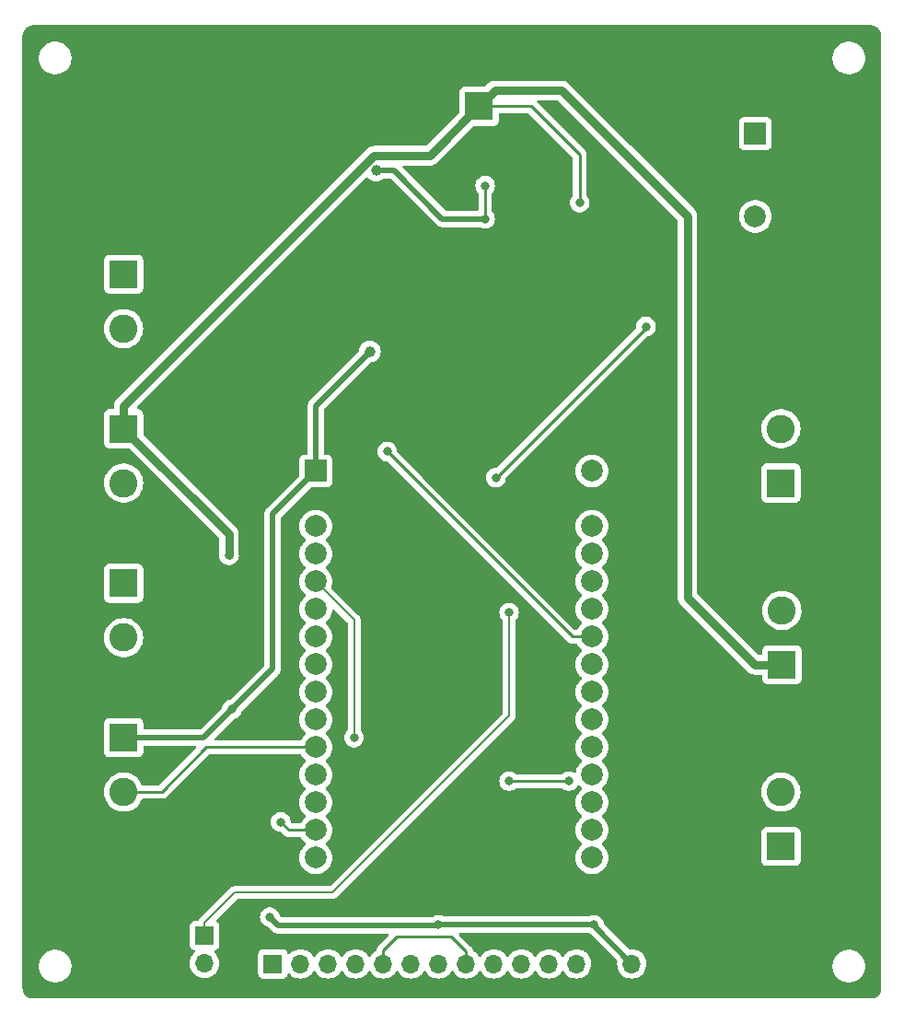
<source format=gbl>
G04 #@! TF.GenerationSoftware,KiCad,Pcbnew,7.0.10*
G04 #@! TF.CreationDate,2024-04-22T09:57:33-04:00*
G04 #@! TF.ProjectId,reflow_oven_board_rev_2,7265666c-6f77-45f6-9f76-656e5f626f61,1.0*
G04 #@! TF.SameCoordinates,Original*
G04 #@! TF.FileFunction,Copper,L2,Bot*
G04 #@! TF.FilePolarity,Positive*
%FSLAX46Y46*%
G04 Gerber Fmt 4.6, Leading zero omitted, Abs format (unit mm)*
G04 Created by KiCad (PCBNEW 7.0.10) date 2024-04-22 09:57:33*
%MOMM*%
%LPD*%
G01*
G04 APERTURE LIST*
G04 #@! TA.AperFunction,ComponentPad*
%ADD10R,2.600000X2.600000*%
G04 #@! TD*
G04 #@! TA.AperFunction,ComponentPad*
%ADD11C,2.600000*%
G04 #@! TD*
G04 #@! TA.AperFunction,ComponentPad*
%ADD12R,2.000000X2.000000*%
G04 #@! TD*
G04 #@! TA.AperFunction,ComponentPad*
%ADD13C,2.000000*%
G04 #@! TD*
G04 #@! TA.AperFunction,ComponentPad*
%ADD14R,1.700000X1.700000*%
G04 #@! TD*
G04 #@! TA.AperFunction,ComponentPad*
%ADD15O,1.700000X1.700000*%
G04 #@! TD*
G04 #@! TA.AperFunction,ViaPad*
%ADD16C,1.000000*%
G04 #@! TD*
G04 #@! TA.AperFunction,ViaPad*
%ADD17C,0.800000*%
G04 #@! TD*
G04 #@! TA.AperFunction,Conductor*
%ADD18C,0.500000*%
G04 #@! TD*
G04 #@! TA.AperFunction,Conductor*
%ADD19C,0.800000*%
G04 #@! TD*
G04 #@! TA.AperFunction,Conductor*
%ADD20C,0.250000*%
G04 #@! TD*
G04 #@! TA.AperFunction,Conductor*
%ADD21C,0.177800*%
G04 #@! TD*
G04 #@! TA.AperFunction,Conductor*
%ADD22C,0.254000*%
G04 #@! TD*
G04 APERTURE END LIST*
D10*
X113050000Y-82600000D03*
D11*
X113050000Y-87600000D03*
D12*
X130722500Y-86485000D03*
D13*
X130722500Y-89025000D03*
X130722500Y-91565000D03*
X130722500Y-94105000D03*
X130722500Y-96645000D03*
X130722500Y-99185000D03*
X130722500Y-101725000D03*
X130722500Y-104265000D03*
X130722500Y-106805000D03*
X130722500Y-109345000D03*
X130722500Y-111885000D03*
X130722500Y-114425000D03*
X130722500Y-116965000D03*
X130722500Y-119505000D03*
X130722500Y-122045000D03*
X156122500Y-122045000D03*
X156122500Y-119505000D03*
X156122500Y-116965000D03*
X156122500Y-114425000D03*
X156122500Y-111885000D03*
X156122500Y-109345000D03*
X156122500Y-106805000D03*
X156122500Y-104265000D03*
X156122500Y-101725000D03*
X156122500Y-99185000D03*
X156122500Y-96645000D03*
X156122500Y-94105000D03*
X156122500Y-91565000D03*
X156122500Y-89025000D03*
X156122500Y-86485000D03*
D10*
X113050000Y-111000000D03*
D11*
X113050000Y-116000000D03*
X113050000Y-121000000D03*
D10*
X113050000Y-68400000D03*
D11*
X113050000Y-73400000D03*
D10*
X145745000Y-52945000D03*
D11*
X140745000Y-52945000D03*
D10*
X173500000Y-87600000D03*
D11*
X173500000Y-82600000D03*
D10*
X173595000Y-104300000D03*
D11*
X173595000Y-99300000D03*
D14*
X120500000Y-129210000D03*
D15*
X120500000Y-131750000D03*
D12*
X171150000Y-55462500D03*
D13*
X171150000Y-63062500D03*
D10*
X113050000Y-96800000D03*
D11*
X113050000Y-101800000D03*
D10*
X173500000Y-121000000D03*
D11*
X173500000Y-116000000D03*
D14*
X126780000Y-131800000D03*
D15*
X129320000Y-131800000D03*
X131860000Y-131800000D03*
X134400000Y-131800000D03*
X136940000Y-131800000D03*
X139480000Y-131800000D03*
X142020000Y-131800000D03*
X144560000Y-131800000D03*
X147100000Y-131800000D03*
X149640000Y-131800000D03*
X152180000Y-131800000D03*
X154720000Y-131800000D03*
X157260000Y-131800000D03*
X159800000Y-131800000D03*
D16*
X135700000Y-75500000D03*
D17*
X156300000Y-128200000D03*
X142000000Y-128200000D03*
X123000000Y-108400000D03*
X126500000Y-127500000D03*
X122750000Y-94250000D03*
X155000000Y-61800000D03*
X145400000Y-72800000D03*
X146300000Y-60250000D03*
D16*
X136300000Y-58850000D03*
D17*
X146299425Y-63312600D03*
X134250000Y-111000000D03*
X148500000Y-115000000D03*
X154000000Y-115000000D03*
X137300000Y-84700000D03*
X161100000Y-73200000D03*
X147300000Y-87100000D03*
X127500000Y-118750000D03*
X148500000Y-99500000D03*
D18*
X127250000Y-128250000D02*
X141950000Y-128250000D01*
X156200000Y-128200000D02*
X156300000Y-128200000D01*
X126750000Y-90457500D02*
X126750000Y-104650000D01*
X156200000Y-128200000D02*
X156200000Y-128200000D01*
X141950000Y-128250000D02*
X142000000Y-128200000D01*
X130722500Y-86485000D02*
X126750000Y-90457500D01*
X142000000Y-128200000D02*
X147800000Y-128200000D01*
X147800000Y-128200000D02*
X156200000Y-128200000D01*
X120400000Y-111000000D02*
X113050000Y-111000000D01*
X123000000Y-108400000D02*
X120400000Y-111000000D01*
X130722500Y-80477500D02*
X130722500Y-86485000D01*
X135700000Y-75500000D02*
X130722500Y-80477500D01*
X156300000Y-128300000D02*
X159800000Y-131800000D01*
X156300000Y-128200000D02*
X156300000Y-128300000D01*
X126500000Y-127500000D02*
X127250000Y-128250000D01*
X126750000Y-104650000D02*
X123000000Y-108400000D01*
D19*
X145745000Y-52945000D02*
X147190000Y-51500000D01*
X164900000Y-98100000D02*
X171100000Y-104300000D01*
X122750000Y-92300000D02*
X122750000Y-94250000D01*
X113050000Y-82600000D02*
X122750000Y-92300000D01*
X141190000Y-57500000D02*
X136094365Y-57500000D01*
D20*
X155000000Y-57400000D02*
X155000000Y-61800000D01*
D19*
X113050000Y-80544365D02*
X113050000Y-82600000D01*
X147190000Y-51500000D02*
X153350000Y-51500000D01*
D20*
X150545000Y-52945000D02*
X155000000Y-57400000D01*
D19*
X153350000Y-51500000D02*
X164900000Y-63050000D01*
X171100000Y-104300000D02*
X173595000Y-104300000D01*
D20*
X145745000Y-52945000D02*
X150545000Y-52945000D01*
D19*
X164900000Y-63050000D02*
X164900000Y-98100000D01*
X136094365Y-57500000D02*
X113050000Y-80544365D01*
X145745000Y-52945000D02*
X141190000Y-57500000D01*
D20*
X146299425Y-60250575D02*
X146299425Y-63312600D01*
X146300000Y-60250000D02*
X146299425Y-60250575D01*
D18*
X142362600Y-63312600D02*
X146299425Y-63312600D01*
X137900000Y-58850000D02*
X142362600Y-63312600D01*
X136300000Y-58850000D02*
X137900000Y-58850000D01*
D21*
X134250000Y-100172500D02*
X130722500Y-96645000D01*
X134250000Y-111000000D02*
X134250000Y-100172500D01*
D20*
X143200000Y-129300000D02*
X138200000Y-129300000D01*
X144560000Y-130660000D02*
X143200000Y-129300000D01*
X136940000Y-130560000D02*
X136940000Y-131800000D01*
X144560000Y-131800000D02*
X144560000Y-130660000D01*
X138200000Y-129300000D02*
X136940000Y-130560000D01*
X148500000Y-115000000D02*
X154000000Y-115000000D01*
X154325000Y-101725000D02*
X156122500Y-101725000D01*
X137300000Y-84700000D02*
X154325000Y-101725000D01*
X161100000Y-73300000D02*
X161100000Y-73200000D01*
X147300000Y-87100000D02*
X161100000Y-73300000D01*
X116550000Y-116000000D02*
X113050000Y-116000000D01*
X130722500Y-111885000D02*
X120665000Y-111885000D01*
X120665000Y-111885000D02*
X116550000Y-116000000D01*
D22*
X127500000Y-118750000D02*
X128255000Y-119505000D01*
X128255000Y-119505000D02*
X130722500Y-119505000D01*
D21*
X123250000Y-125250000D02*
X132250000Y-125250000D01*
X132250000Y-125250000D02*
X148500000Y-109000000D01*
X120500000Y-129210000D02*
X120500000Y-128000000D01*
X148500000Y-109000000D02*
X148500000Y-99500000D01*
X122250000Y-126250000D02*
X123250000Y-125250000D01*
X120500000Y-128000000D02*
X122250000Y-126250000D01*
G04 #@! TA.AperFunction,Conductor*
G36*
X181755392Y-45500972D02*
G01*
X181767433Y-45502025D01*
X181794880Y-45504426D01*
X181795961Y-45504526D01*
X181921776Y-45516918D01*
X181941685Y-45520541D01*
X182006467Y-45537899D01*
X182010203Y-45538966D01*
X182101570Y-45566682D01*
X182117959Y-45572952D01*
X182183867Y-45603686D01*
X182189867Y-45606685D01*
X182232639Y-45629548D01*
X182269046Y-45649008D01*
X182281715Y-45656791D01*
X182342889Y-45699625D01*
X182350430Y-45705346D01*
X182418455Y-45761172D01*
X182427472Y-45769345D01*
X182480653Y-45822526D01*
X182488826Y-45831543D01*
X182544652Y-45899568D01*
X182550373Y-45907109D01*
X182593207Y-45968283D01*
X182600990Y-45980952D01*
X182643304Y-46060114D01*
X182646328Y-46066163D01*
X182677041Y-46132027D01*
X182683319Y-46148436D01*
X182711008Y-46239713D01*
X182712123Y-46243616D01*
X182729454Y-46308298D01*
X182733082Y-46328238D01*
X182745456Y-46453882D01*
X182745581Y-46455223D01*
X182749028Y-46494604D01*
X182749500Y-46505416D01*
X182749500Y-133994583D01*
X182749028Y-134005396D01*
X182745581Y-134044776D01*
X182745456Y-134046116D01*
X182733082Y-134171760D01*
X182729454Y-134191700D01*
X182712123Y-134256382D01*
X182711008Y-134260285D01*
X182683319Y-134351562D01*
X182677041Y-134367971D01*
X182646328Y-134433835D01*
X182643304Y-134439884D01*
X182600990Y-134519046D01*
X182593207Y-134531715D01*
X182550373Y-134592889D01*
X182544652Y-134600430D01*
X182488826Y-134668455D01*
X182480653Y-134677472D01*
X182427472Y-134730653D01*
X182418455Y-134738826D01*
X182350430Y-134794652D01*
X182342889Y-134800373D01*
X182281715Y-134843207D01*
X182269046Y-134850990D01*
X182189884Y-134893304D01*
X182183835Y-134896328D01*
X182117971Y-134927041D01*
X182101562Y-134933319D01*
X182010285Y-134961008D01*
X182006382Y-134962123D01*
X181941700Y-134979454D01*
X181921760Y-134983082D01*
X181796116Y-134995456D01*
X181794776Y-134995581D01*
X181759760Y-134998646D01*
X181755392Y-134999028D01*
X181744584Y-134999500D01*
X104755416Y-134999500D01*
X104744606Y-134999028D01*
X104742001Y-134998800D01*
X104705223Y-134995581D01*
X104703882Y-134995456D01*
X104578238Y-134983082D01*
X104558298Y-134979454D01*
X104493616Y-134962123D01*
X104489713Y-134961008D01*
X104398436Y-134933319D01*
X104382027Y-134927041D01*
X104316163Y-134896328D01*
X104310114Y-134893304D01*
X104230952Y-134850990D01*
X104218283Y-134843207D01*
X104157109Y-134800373D01*
X104149568Y-134794652D01*
X104081543Y-134738826D01*
X104072526Y-134730653D01*
X104019345Y-134677472D01*
X104011172Y-134668455D01*
X103955346Y-134600430D01*
X103949625Y-134592889D01*
X103906791Y-134531715D01*
X103899008Y-134519046D01*
X103879548Y-134482639D01*
X103856685Y-134439867D01*
X103853686Y-134433867D01*
X103822952Y-134367959D01*
X103816682Y-134351570D01*
X103788966Y-134260203D01*
X103787899Y-134256467D01*
X103770541Y-134191685D01*
X103766918Y-134171776D01*
X103754526Y-134045961D01*
X103754417Y-134044776D01*
X103750972Y-134005391D01*
X103750500Y-133994586D01*
X103750500Y-132000004D01*
X105244357Y-132000004D01*
X105252138Y-132093901D01*
X105252562Y-132104142D01*
X105252562Y-132124080D01*
X105255844Y-132143756D01*
X105257110Y-132153918D01*
X105264890Y-132247815D01*
X105264891Y-132247818D01*
X105288025Y-132339173D01*
X105290127Y-132349199D01*
X105293407Y-132368855D01*
X105293409Y-132368862D01*
X105299882Y-132387717D01*
X105302805Y-132397537D01*
X105325935Y-132488874D01*
X105325939Y-132488887D01*
X105363786Y-132575168D01*
X105367510Y-132584713D01*
X105373986Y-132603576D01*
X105373988Y-132603579D01*
X105383479Y-132621118D01*
X105387978Y-132630321D01*
X105425827Y-132716608D01*
X105477362Y-132795488D01*
X105482608Y-132804292D01*
X105492095Y-132821823D01*
X105492099Y-132821829D01*
X105504352Y-132837573D01*
X105510304Y-132845910D01*
X105561834Y-132924782D01*
X105561838Y-132924787D01*
X105625657Y-132994114D01*
X105632275Y-133001927D01*
X105644523Y-133017663D01*
X105651304Y-133023905D01*
X105659195Y-133031170D01*
X105666431Y-133038406D01*
X105726095Y-133103218D01*
X105730257Y-133107739D01*
X105804618Y-133165617D01*
X105812440Y-133172242D01*
X105827098Y-133185736D01*
X105827100Y-133185737D01*
X105827102Y-133185739D01*
X105843803Y-133196650D01*
X105852133Y-133202599D01*
X105926491Y-133260474D01*
X105926495Y-133260476D01*
X105926500Y-133260480D01*
X105985097Y-133292190D01*
X106009368Y-133305325D01*
X106018153Y-133310559D01*
X106034855Y-133321471D01*
X106053138Y-133329490D01*
X106062291Y-133333965D01*
X106145190Y-133378828D01*
X106234340Y-133409433D01*
X106243839Y-133413140D01*
X106262114Y-133421156D01*
X106262121Y-133421159D01*
X106281441Y-133426051D01*
X106291252Y-133428971D01*
X106351334Y-133449597D01*
X106380385Y-133459571D01*
X106413785Y-133465144D01*
X106473336Y-133475081D01*
X106483357Y-133477182D01*
X106502685Y-133482077D01*
X106522577Y-133483725D01*
X106532698Y-133484986D01*
X106625665Y-133500500D01*
X106625666Y-133500500D01*
X106719884Y-133500500D01*
X106730123Y-133500923D01*
X106736649Y-133501464D01*
X106749997Y-133502571D01*
X106750000Y-133502571D01*
X106750003Y-133502571D01*
X106763350Y-133501464D01*
X106769876Y-133500923D01*
X106780116Y-133500500D01*
X106874330Y-133500500D01*
X106874335Y-133500500D01*
X106967304Y-133484986D01*
X106977413Y-133483726D01*
X106997315Y-133482077D01*
X107016661Y-133477177D01*
X107026644Y-133475084D01*
X107119614Y-133459571D01*
X107208776Y-133428961D01*
X107218524Y-133426059D01*
X107237884Y-133421157D01*
X107256158Y-133413141D01*
X107265657Y-133409434D01*
X107354810Y-133378828D01*
X107437717Y-133333960D01*
X107446851Y-133329495D01*
X107465145Y-133321471D01*
X107481867Y-133310545D01*
X107490601Y-133305341D01*
X107573509Y-133260474D01*
X107647919Y-133202558D01*
X107656184Y-133196658D01*
X107672898Y-133185739D01*
X107687580Y-133172222D01*
X107695370Y-133165625D01*
X107769744Y-133107738D01*
X107833575Y-133038398D01*
X107840785Y-133031187D01*
X107855477Y-133017663D01*
X107867741Y-133001905D01*
X107874329Y-132994127D01*
X107938164Y-132924785D01*
X107989720Y-132845872D01*
X107995628Y-132837597D01*
X108007902Y-132821828D01*
X108017399Y-132804277D01*
X108022628Y-132795501D01*
X108074173Y-132716607D01*
X108112032Y-132630297D01*
X108116512Y-132621132D01*
X108126014Y-132603576D01*
X108132501Y-132584677D01*
X108136195Y-132575210D01*
X108174063Y-132488881D01*
X108197199Y-132397517D01*
X108200118Y-132387717D01*
X108206592Y-132368859D01*
X108209878Y-132349164D01*
X108211974Y-132339173D01*
X108235108Y-132247821D01*
X108242892Y-132153872D01*
X108244155Y-132143756D01*
X108247438Y-132124081D01*
X108248048Y-132094504D01*
X108248442Y-132086892D01*
X108255643Y-132000000D01*
X108248443Y-131913111D01*
X108248048Y-131905492D01*
X108247438Y-131875919D01*
X108244154Y-131856239D01*
X108242891Y-131846115D01*
X108235108Y-131752179D01*
X108234556Y-131750000D01*
X119144341Y-131750000D01*
X119164936Y-131985403D01*
X119164938Y-131985413D01*
X119226094Y-132213655D01*
X119226096Y-132213659D01*
X119226097Y-132213663D01*
X119298466Y-132368859D01*
X119325965Y-132427830D01*
X119325967Y-132427834D01*
X119429123Y-132575155D01*
X119461505Y-132621401D01*
X119628599Y-132788495D01*
X119700011Y-132838498D01*
X119822165Y-132924032D01*
X119822167Y-132924033D01*
X119822170Y-132924035D01*
X120036337Y-133023903D01*
X120036343Y-133023904D01*
X120036344Y-133023905D01*
X120090464Y-133038406D01*
X120264592Y-133085063D01*
X120452918Y-133101539D01*
X120499999Y-133105659D01*
X120500000Y-133105659D01*
X120500001Y-133105659D01*
X120539234Y-133102226D01*
X120735408Y-133085063D01*
X120963663Y-133023903D01*
X121177830Y-132924035D01*
X121371401Y-132788495D01*
X121462026Y-132697870D01*
X125429500Y-132697870D01*
X125429501Y-132697876D01*
X125435908Y-132757483D01*
X125486202Y-132892328D01*
X125486206Y-132892335D01*
X125572452Y-133007544D01*
X125572455Y-133007547D01*
X125687664Y-133093793D01*
X125687671Y-133093797D01*
X125822517Y-133144091D01*
X125822516Y-133144091D01*
X125829444Y-133144835D01*
X125882127Y-133150500D01*
X127677872Y-133150499D01*
X127737483Y-133144091D01*
X127872331Y-133093796D01*
X127987546Y-133007546D01*
X128073796Y-132892331D01*
X128122810Y-132760916D01*
X128164681Y-132704984D01*
X128230145Y-132680566D01*
X128298418Y-132695417D01*
X128326673Y-132716569D01*
X128448599Y-132838495D01*
X128545384Y-132906265D01*
X128642165Y-132974032D01*
X128642167Y-132974033D01*
X128642170Y-132974035D01*
X128856337Y-133073903D01*
X129084592Y-133135063D01*
X129261034Y-133150500D01*
X129319999Y-133155659D01*
X129320000Y-133155659D01*
X129320001Y-133155659D01*
X129378966Y-133150500D01*
X129555408Y-133135063D01*
X129783663Y-133073903D01*
X129997830Y-132974035D01*
X130191401Y-132838495D01*
X130358495Y-132671401D01*
X130488425Y-132485842D01*
X130543002Y-132442217D01*
X130612500Y-132435023D01*
X130674855Y-132466546D01*
X130691575Y-132485842D01*
X130821500Y-132671395D01*
X130821505Y-132671401D01*
X130988599Y-132838495D01*
X131085384Y-132906265D01*
X131182165Y-132974032D01*
X131182167Y-132974033D01*
X131182170Y-132974035D01*
X131396337Y-133073903D01*
X131624592Y-133135063D01*
X131801034Y-133150500D01*
X131859999Y-133155659D01*
X131860000Y-133155659D01*
X131860001Y-133155659D01*
X131918966Y-133150500D01*
X132095408Y-133135063D01*
X132323663Y-133073903D01*
X132537830Y-132974035D01*
X132731401Y-132838495D01*
X132898495Y-132671401D01*
X133028425Y-132485842D01*
X133083002Y-132442217D01*
X133152500Y-132435023D01*
X133214855Y-132466546D01*
X133231575Y-132485842D01*
X133361500Y-132671395D01*
X133361505Y-132671401D01*
X133528599Y-132838495D01*
X133625384Y-132906265D01*
X133722165Y-132974032D01*
X133722167Y-132974033D01*
X133722170Y-132974035D01*
X133936337Y-133073903D01*
X134164592Y-133135063D01*
X134341034Y-133150500D01*
X134399999Y-133155659D01*
X134400000Y-133155659D01*
X134400001Y-133155659D01*
X134458966Y-133150500D01*
X134635408Y-133135063D01*
X134863663Y-133073903D01*
X135077830Y-132974035D01*
X135271401Y-132838495D01*
X135438495Y-132671401D01*
X135568425Y-132485842D01*
X135623002Y-132442217D01*
X135692500Y-132435023D01*
X135754855Y-132466546D01*
X135771575Y-132485842D01*
X135901500Y-132671395D01*
X135901505Y-132671401D01*
X136068599Y-132838495D01*
X136165384Y-132906265D01*
X136262165Y-132974032D01*
X136262167Y-132974033D01*
X136262170Y-132974035D01*
X136476337Y-133073903D01*
X136704592Y-133135063D01*
X136881034Y-133150500D01*
X136939999Y-133155659D01*
X136940000Y-133155659D01*
X136940001Y-133155659D01*
X136998966Y-133150500D01*
X137175408Y-133135063D01*
X137403663Y-133073903D01*
X137617830Y-132974035D01*
X137811401Y-132838495D01*
X137978495Y-132671401D01*
X138108425Y-132485842D01*
X138163002Y-132442217D01*
X138232500Y-132435023D01*
X138294855Y-132466546D01*
X138311575Y-132485842D01*
X138441500Y-132671395D01*
X138441505Y-132671401D01*
X138608599Y-132838495D01*
X138705384Y-132906265D01*
X138802165Y-132974032D01*
X138802167Y-132974033D01*
X138802170Y-132974035D01*
X139016337Y-133073903D01*
X139244592Y-133135063D01*
X139421034Y-133150500D01*
X139479999Y-133155659D01*
X139480000Y-133155659D01*
X139480001Y-133155659D01*
X139538966Y-133150500D01*
X139715408Y-133135063D01*
X139943663Y-133073903D01*
X140157830Y-132974035D01*
X140351401Y-132838495D01*
X140518495Y-132671401D01*
X140648425Y-132485842D01*
X140703002Y-132442217D01*
X140772500Y-132435023D01*
X140834855Y-132466546D01*
X140851575Y-132485842D01*
X140981500Y-132671395D01*
X140981505Y-132671401D01*
X141148599Y-132838495D01*
X141245384Y-132906265D01*
X141342165Y-132974032D01*
X141342167Y-132974033D01*
X141342170Y-132974035D01*
X141556337Y-133073903D01*
X141784592Y-133135063D01*
X141961034Y-133150500D01*
X142019999Y-133155659D01*
X142020000Y-133155659D01*
X142020001Y-133155659D01*
X142078966Y-133150500D01*
X142255408Y-133135063D01*
X142483663Y-133073903D01*
X142697830Y-132974035D01*
X142891401Y-132838495D01*
X143058495Y-132671401D01*
X143188425Y-132485842D01*
X143243002Y-132442217D01*
X143312500Y-132435023D01*
X143374855Y-132466546D01*
X143391575Y-132485842D01*
X143521500Y-132671395D01*
X143521505Y-132671401D01*
X143688599Y-132838495D01*
X143785384Y-132906265D01*
X143882165Y-132974032D01*
X143882167Y-132974033D01*
X143882170Y-132974035D01*
X144096337Y-133073903D01*
X144324592Y-133135063D01*
X144501034Y-133150500D01*
X144559999Y-133155659D01*
X144560000Y-133155659D01*
X144560001Y-133155659D01*
X144618966Y-133150500D01*
X144795408Y-133135063D01*
X145023663Y-133073903D01*
X145237830Y-132974035D01*
X145431401Y-132838495D01*
X145598495Y-132671401D01*
X145728425Y-132485842D01*
X145783002Y-132442217D01*
X145852500Y-132435023D01*
X145914855Y-132466546D01*
X145931575Y-132485842D01*
X146061500Y-132671395D01*
X146061505Y-132671401D01*
X146228599Y-132838495D01*
X146325384Y-132906265D01*
X146422165Y-132974032D01*
X146422167Y-132974033D01*
X146422170Y-132974035D01*
X146636337Y-133073903D01*
X146864592Y-133135063D01*
X147041034Y-133150500D01*
X147099999Y-133155659D01*
X147100000Y-133155659D01*
X147100001Y-133155659D01*
X147158966Y-133150500D01*
X147335408Y-133135063D01*
X147563663Y-133073903D01*
X147777830Y-132974035D01*
X147971401Y-132838495D01*
X148138495Y-132671401D01*
X148268425Y-132485842D01*
X148323002Y-132442217D01*
X148392500Y-132435023D01*
X148454855Y-132466546D01*
X148471575Y-132485842D01*
X148601500Y-132671395D01*
X148601505Y-132671401D01*
X148768599Y-132838495D01*
X148865384Y-132906265D01*
X148962165Y-132974032D01*
X148962167Y-132974033D01*
X148962170Y-132974035D01*
X149176337Y-133073903D01*
X149404592Y-133135063D01*
X149581034Y-133150500D01*
X149639999Y-133155659D01*
X149640000Y-133155659D01*
X149640001Y-133155659D01*
X149698966Y-133150500D01*
X149875408Y-133135063D01*
X150103663Y-133073903D01*
X150317830Y-132974035D01*
X150511401Y-132838495D01*
X150678495Y-132671401D01*
X150808425Y-132485842D01*
X150863002Y-132442217D01*
X150932500Y-132435023D01*
X150994855Y-132466546D01*
X151011575Y-132485842D01*
X151141500Y-132671395D01*
X151141505Y-132671401D01*
X151308599Y-132838495D01*
X151405384Y-132906265D01*
X151502165Y-132974032D01*
X151502167Y-132974033D01*
X151502170Y-132974035D01*
X151716337Y-133073903D01*
X151944592Y-133135063D01*
X152121034Y-133150500D01*
X152179999Y-133155659D01*
X152180000Y-133155659D01*
X152180001Y-133155659D01*
X152238966Y-133150500D01*
X152415408Y-133135063D01*
X152643663Y-133073903D01*
X152857830Y-132974035D01*
X153051401Y-132838495D01*
X153218495Y-132671401D01*
X153348425Y-132485842D01*
X153403002Y-132442217D01*
X153472500Y-132435023D01*
X153534855Y-132466546D01*
X153551575Y-132485842D01*
X153681500Y-132671395D01*
X153681505Y-132671401D01*
X153848599Y-132838495D01*
X153945384Y-132906265D01*
X154042165Y-132974032D01*
X154042167Y-132974033D01*
X154042170Y-132974035D01*
X154256337Y-133073903D01*
X154484592Y-133135063D01*
X154661034Y-133150500D01*
X154719999Y-133155659D01*
X154720000Y-133155659D01*
X154720001Y-133155659D01*
X154778966Y-133150500D01*
X154955408Y-133135063D01*
X155183663Y-133073903D01*
X155397830Y-132974035D01*
X155591401Y-132838495D01*
X155758495Y-132671401D01*
X155894035Y-132477830D01*
X155993903Y-132263663D01*
X156055063Y-132035408D01*
X156075659Y-131800000D01*
X156055063Y-131564592D01*
X156005301Y-131378876D01*
X155993905Y-131336344D01*
X155993904Y-131336343D01*
X155993903Y-131336337D01*
X155894035Y-131122171D01*
X155888425Y-131114158D01*
X155758494Y-130928597D01*
X155591402Y-130761506D01*
X155591395Y-130761501D01*
X155584501Y-130756674D01*
X155544148Y-130728418D01*
X155397834Y-130625967D01*
X155397830Y-130625965D01*
X155330741Y-130594681D01*
X155183663Y-130526097D01*
X155183659Y-130526096D01*
X155183655Y-130526094D01*
X154955413Y-130464938D01*
X154955403Y-130464936D01*
X154720001Y-130444341D01*
X154719999Y-130444341D01*
X154484596Y-130464936D01*
X154484586Y-130464938D01*
X154256344Y-130526094D01*
X154256335Y-130526098D01*
X154042171Y-130625964D01*
X154042169Y-130625965D01*
X153848597Y-130761505D01*
X153681505Y-130928597D01*
X153551575Y-131114158D01*
X153496998Y-131157783D01*
X153427500Y-131164977D01*
X153365145Y-131133454D01*
X153348425Y-131114158D01*
X153218494Y-130928597D01*
X153051402Y-130761506D01*
X153051395Y-130761501D01*
X153044501Y-130756674D01*
X153004148Y-130728418D01*
X152857834Y-130625967D01*
X152857830Y-130625965D01*
X152790741Y-130594681D01*
X152643663Y-130526097D01*
X152643659Y-130526096D01*
X152643655Y-130526094D01*
X152415413Y-130464938D01*
X152415403Y-130464936D01*
X152180001Y-130444341D01*
X152179999Y-130444341D01*
X151944596Y-130464936D01*
X151944586Y-130464938D01*
X151716344Y-130526094D01*
X151716335Y-130526098D01*
X151502171Y-130625964D01*
X151502169Y-130625965D01*
X151308597Y-130761505D01*
X151141505Y-130928597D01*
X151011575Y-131114158D01*
X150956998Y-131157783D01*
X150887500Y-131164977D01*
X150825145Y-131133454D01*
X150808425Y-131114158D01*
X150678494Y-130928597D01*
X150511402Y-130761506D01*
X150511395Y-130761501D01*
X150504501Y-130756674D01*
X150464148Y-130728418D01*
X150317834Y-130625967D01*
X150317830Y-130625965D01*
X150250741Y-130594681D01*
X150103663Y-130526097D01*
X150103659Y-130526096D01*
X150103655Y-130526094D01*
X149875413Y-130464938D01*
X149875403Y-130464936D01*
X149640001Y-130444341D01*
X149639999Y-130444341D01*
X149404596Y-130464936D01*
X149404586Y-130464938D01*
X149176344Y-130526094D01*
X149176335Y-130526098D01*
X148962171Y-130625964D01*
X148962169Y-130625965D01*
X148768597Y-130761505D01*
X148601505Y-130928597D01*
X148471575Y-131114158D01*
X148416998Y-131157783D01*
X148347500Y-131164977D01*
X148285145Y-131133454D01*
X148268425Y-131114158D01*
X148138494Y-130928597D01*
X147971402Y-130761506D01*
X147971395Y-130761501D01*
X147964501Y-130756674D01*
X147924148Y-130728418D01*
X147777834Y-130625967D01*
X147777830Y-130625965D01*
X147710741Y-130594681D01*
X147563663Y-130526097D01*
X147563659Y-130526096D01*
X147563655Y-130526094D01*
X147335413Y-130464938D01*
X147335403Y-130464936D01*
X147100001Y-130444341D01*
X147099999Y-130444341D01*
X146864596Y-130464936D01*
X146864586Y-130464938D01*
X146636344Y-130526094D01*
X146636335Y-130526098D01*
X146422171Y-130625964D01*
X146422169Y-130625965D01*
X146228597Y-130761505D01*
X146061505Y-130928597D01*
X145931575Y-131114158D01*
X145876998Y-131157783D01*
X145807500Y-131164977D01*
X145745145Y-131133454D01*
X145728425Y-131114158D01*
X145598494Y-130928597D01*
X145431402Y-130761506D01*
X145431395Y-130761501D01*
X145424501Y-130756674D01*
X145349851Y-130704403D01*
X145237835Y-130625968D01*
X145237315Y-130625668D01*
X145237131Y-130625475D01*
X145233396Y-130622860D01*
X145233921Y-130622109D01*
X145189100Y-130575100D01*
X145180243Y-130552887D01*
X145177118Y-130542132D01*
X145173174Y-130523084D01*
X145171619Y-130510773D01*
X145170664Y-130503208D01*
X145154578Y-130462581D01*
X145150803Y-130451554D01*
X145138617Y-130409610D01*
X145128421Y-130392369D01*
X145119860Y-130374893D01*
X145112486Y-130356269D01*
X145112485Y-130356267D01*
X145091881Y-130327908D01*
X145086809Y-130320926D01*
X145080412Y-130311190D01*
X145058170Y-130273579D01*
X145058167Y-130273576D01*
X145058165Y-130273573D01*
X145044005Y-130259413D01*
X145031370Y-130244620D01*
X145019593Y-130228412D01*
X144985945Y-130200576D01*
X144977304Y-130192713D01*
X143946772Y-129162181D01*
X143913287Y-129100858D01*
X143918271Y-129031166D01*
X143960143Y-128975233D01*
X144025607Y-128950816D01*
X144034453Y-128950500D01*
X147712279Y-128950500D01*
X155760663Y-128950500D01*
X155827702Y-128970185D01*
X155833548Y-128974182D01*
X155847268Y-128984150D01*
X155847269Y-128984151D01*
X155889006Y-129002733D01*
X155962393Y-129035407D01*
X155999638Y-129061005D01*
X158427130Y-131488497D01*
X158460615Y-131549820D01*
X158462977Y-131586985D01*
X158444341Y-131799997D01*
X158444341Y-131800000D01*
X158464936Y-132035403D01*
X158464938Y-132035413D01*
X158526094Y-132263655D01*
X158526096Y-132263659D01*
X158526097Y-132263663D01*
X158606004Y-132435023D01*
X158625965Y-132477830D01*
X158625967Y-132477834D01*
X158694122Y-132575168D01*
X158761505Y-132671401D01*
X158928599Y-132838495D01*
X159025384Y-132906265D01*
X159122165Y-132974032D01*
X159122167Y-132974033D01*
X159122170Y-132974035D01*
X159336337Y-133073903D01*
X159564592Y-133135063D01*
X159741034Y-133150500D01*
X159799999Y-133155659D01*
X159800000Y-133155659D01*
X159800001Y-133155659D01*
X159858966Y-133150500D01*
X160035408Y-133135063D01*
X160263663Y-133073903D01*
X160477830Y-132974035D01*
X160671401Y-132838495D01*
X160838495Y-132671401D01*
X160974035Y-132477830D01*
X161073903Y-132263663D01*
X161135063Y-132035408D01*
X161138161Y-132000004D01*
X178244357Y-132000004D01*
X178252138Y-132093901D01*
X178252562Y-132104142D01*
X178252562Y-132124080D01*
X178255844Y-132143756D01*
X178257110Y-132153918D01*
X178264890Y-132247815D01*
X178264891Y-132247818D01*
X178288025Y-132339173D01*
X178290127Y-132349199D01*
X178293407Y-132368855D01*
X178293409Y-132368862D01*
X178299882Y-132387717D01*
X178302805Y-132397537D01*
X178325935Y-132488874D01*
X178325939Y-132488887D01*
X178363786Y-132575168D01*
X178367510Y-132584713D01*
X178373986Y-132603576D01*
X178373988Y-132603579D01*
X178383479Y-132621118D01*
X178387978Y-132630321D01*
X178425827Y-132716608D01*
X178477362Y-132795488D01*
X178482608Y-132804292D01*
X178492095Y-132821823D01*
X178492099Y-132821829D01*
X178504352Y-132837573D01*
X178510304Y-132845910D01*
X178561834Y-132924782D01*
X178561838Y-132924787D01*
X178625657Y-132994114D01*
X178632275Y-133001927D01*
X178644523Y-133017663D01*
X178651304Y-133023905D01*
X178659195Y-133031170D01*
X178666431Y-133038406D01*
X178726095Y-133103218D01*
X178730257Y-133107739D01*
X178804618Y-133165617D01*
X178812440Y-133172242D01*
X178827098Y-133185736D01*
X178827100Y-133185737D01*
X178827102Y-133185739D01*
X178843803Y-133196650D01*
X178852133Y-133202599D01*
X178926491Y-133260474D01*
X178926495Y-133260476D01*
X178926500Y-133260480D01*
X178985097Y-133292190D01*
X179009368Y-133305325D01*
X179018153Y-133310559D01*
X179034855Y-133321471D01*
X179053138Y-133329490D01*
X179062291Y-133333965D01*
X179145190Y-133378828D01*
X179234340Y-133409433D01*
X179243839Y-133413140D01*
X179262114Y-133421156D01*
X179262121Y-133421159D01*
X179281441Y-133426051D01*
X179291252Y-133428971D01*
X179351334Y-133449597D01*
X179380385Y-133459571D01*
X179413785Y-133465144D01*
X179473336Y-133475081D01*
X179483357Y-133477182D01*
X179502685Y-133482077D01*
X179522577Y-133483725D01*
X179532698Y-133484986D01*
X179625665Y-133500500D01*
X179625666Y-133500500D01*
X179719884Y-133500500D01*
X179730123Y-133500923D01*
X179736649Y-133501464D01*
X179749997Y-133502571D01*
X179750000Y-133502571D01*
X179750003Y-133502571D01*
X179763350Y-133501464D01*
X179769876Y-133500923D01*
X179780116Y-133500500D01*
X179874330Y-133500500D01*
X179874335Y-133500500D01*
X179967304Y-133484986D01*
X179977413Y-133483726D01*
X179997315Y-133482077D01*
X180016661Y-133477177D01*
X180026644Y-133475084D01*
X180119614Y-133459571D01*
X180208776Y-133428961D01*
X180218524Y-133426059D01*
X180237884Y-133421157D01*
X180256158Y-133413141D01*
X180265657Y-133409434D01*
X180354810Y-133378828D01*
X180437717Y-133333960D01*
X180446851Y-133329495D01*
X180465145Y-133321471D01*
X180481867Y-133310545D01*
X180490601Y-133305341D01*
X180573509Y-133260474D01*
X180647919Y-133202558D01*
X180656184Y-133196658D01*
X180672898Y-133185739D01*
X180687580Y-133172222D01*
X180695370Y-133165625D01*
X180769744Y-133107738D01*
X180833575Y-133038398D01*
X180840785Y-133031187D01*
X180855477Y-133017663D01*
X180867741Y-133001905D01*
X180874329Y-132994127D01*
X180938164Y-132924785D01*
X180989720Y-132845872D01*
X180995628Y-132837597D01*
X181007902Y-132821828D01*
X181017399Y-132804277D01*
X181022628Y-132795501D01*
X181074173Y-132716607D01*
X181112032Y-132630297D01*
X181116512Y-132621132D01*
X181126014Y-132603576D01*
X181132501Y-132584677D01*
X181136195Y-132575210D01*
X181174063Y-132488881D01*
X181197199Y-132397517D01*
X181200118Y-132387717D01*
X181206592Y-132368859D01*
X181209878Y-132349164D01*
X181211974Y-132339173D01*
X181235108Y-132247821D01*
X181242892Y-132153872D01*
X181244155Y-132143756D01*
X181247438Y-132124081D01*
X181248048Y-132094504D01*
X181248442Y-132086892D01*
X181255643Y-132000000D01*
X181248443Y-131913111D01*
X181248048Y-131905492D01*
X181247438Y-131875919D01*
X181244154Y-131856239D01*
X181242891Y-131846115D01*
X181235108Y-131752179D01*
X181211973Y-131660823D01*
X181209873Y-131650804D01*
X181206592Y-131631143D01*
X181206591Y-131631137D01*
X181200121Y-131612292D01*
X181197195Y-131602466D01*
X181197193Y-131602460D01*
X181174063Y-131511119D01*
X181174062Y-131511115D01*
X181136212Y-131424828D01*
X181132498Y-131415312D01*
X181126014Y-131396424D01*
X181116518Y-131378876D01*
X181112018Y-131369671D01*
X181097395Y-131336335D01*
X181074173Y-131283393D01*
X181022636Y-131204509D01*
X181022633Y-131204504D01*
X181017398Y-131195719D01*
X181007902Y-131178172D01*
X180997632Y-131164977D01*
X180995654Y-131162435D01*
X180989700Y-131154097D01*
X180938166Y-131075218D01*
X180938165Y-131075217D01*
X180938164Y-131075215D01*
X180903565Y-131037630D01*
X180874341Y-131005884D01*
X180867722Y-130998068D01*
X180855478Y-130982338D01*
X180855473Y-130982333D01*
X180840804Y-130968829D01*
X180833558Y-130961583D01*
X180769744Y-130892262D01*
X180701417Y-130839081D01*
X180695379Y-130834381D01*
X180687564Y-130827762D01*
X180672898Y-130814261D01*
X180656205Y-130803355D01*
X180647872Y-130797405D01*
X180573509Y-130739526D01*
X180573508Y-130739525D01*
X180573505Y-130739523D01*
X180573503Y-130739522D01*
X180490639Y-130694679D01*
X180481835Y-130689433D01*
X180465146Y-130678529D01*
X180457706Y-130675266D01*
X180446881Y-130670517D01*
X180437690Y-130666024D01*
X180370506Y-130629666D01*
X180354811Y-130621172D01*
X180354802Y-130621169D01*
X180265683Y-130590574D01*
X180256146Y-130586853D01*
X180237884Y-130578843D01*
X180237880Y-130578842D01*
X180237878Y-130578841D01*
X180218559Y-130573948D01*
X180208744Y-130571026D01*
X180119614Y-130540429D01*
X180026665Y-130524918D01*
X180016640Y-130522816D01*
X179997312Y-130517922D01*
X179977449Y-130516276D01*
X179967283Y-130515009D01*
X179874336Y-130499500D01*
X179874335Y-130499500D01*
X179780105Y-130499500D01*
X179769865Y-130499076D01*
X179763643Y-130498560D01*
X179750003Y-130497430D01*
X179749997Y-130497430D01*
X179736356Y-130498560D01*
X179730134Y-130499076D01*
X179719895Y-130499500D01*
X179625665Y-130499500D01*
X179532715Y-130515009D01*
X179522550Y-130516276D01*
X179502689Y-130517922D01*
X179502683Y-130517923D01*
X179483363Y-130522815D01*
X179473339Y-130524917D01*
X179380382Y-130540429D01*
X179291255Y-130571025D01*
X179281445Y-130573946D01*
X179262126Y-130578839D01*
X179262115Y-130578843D01*
X179243855Y-130586852D01*
X179234316Y-130590574D01*
X179145194Y-130621170D01*
X179145183Y-130621175D01*
X179062315Y-130666021D01*
X179053111Y-130670521D01*
X179034854Y-130678529D01*
X179034845Y-130678534D01*
X179018168Y-130689430D01*
X179009368Y-130694674D01*
X178926492Y-130739524D01*
X178926489Y-130739526D01*
X178852128Y-130797404D01*
X178843794Y-130803355D01*
X178827099Y-130814263D01*
X178812426Y-130827769D01*
X178804615Y-130834384D01*
X178730255Y-130892262D01*
X178666432Y-130961591D01*
X178659190Y-130968833D01*
X178644529Y-130982330D01*
X178644514Y-130982346D01*
X178632271Y-130998074D01*
X178625657Y-131005884D01*
X178561836Y-131075215D01*
X178510302Y-131154092D01*
X178504353Y-131162425D01*
X178492098Y-131178172D01*
X178492094Y-131178178D01*
X178482605Y-131195711D01*
X178477363Y-131204509D01*
X178425828Y-131283390D01*
X178387981Y-131369670D01*
X178383486Y-131378866D01*
X178373985Y-131396424D01*
X178367508Y-131415291D01*
X178363785Y-131424833D01*
X178325936Y-131511122D01*
X178302805Y-131602460D01*
X178299884Y-131612272D01*
X178293408Y-131631139D01*
X178290127Y-131650800D01*
X178288025Y-131660825D01*
X178264891Y-131752178D01*
X178264891Y-131752182D01*
X178257109Y-131846084D01*
X178255844Y-131856239D01*
X178252562Y-131875919D01*
X178252562Y-131895856D01*
X178252138Y-131906096D01*
X178244357Y-131999994D01*
X178244357Y-132000004D01*
X161138161Y-132000004D01*
X161155659Y-131800000D01*
X161135063Y-131564592D01*
X161085301Y-131378876D01*
X161073905Y-131336344D01*
X161073904Y-131336343D01*
X161073903Y-131336337D01*
X160974035Y-131122171D01*
X160968425Y-131114158D01*
X160838494Y-130928597D01*
X160671402Y-130761506D01*
X160671395Y-130761501D01*
X160664501Y-130756674D01*
X160624148Y-130728418D01*
X160477834Y-130625967D01*
X160477830Y-130625965D01*
X160410741Y-130594681D01*
X160263663Y-130526097D01*
X160263659Y-130526096D01*
X160263655Y-130526094D01*
X160035413Y-130464938D01*
X160035403Y-130464936D01*
X159800001Y-130444341D01*
X159799998Y-130444341D01*
X159586985Y-130462977D01*
X159518485Y-130449210D01*
X159488497Y-130427130D01*
X157229943Y-128168575D01*
X157196458Y-128107252D01*
X157194303Y-128093853D01*
X157187825Y-128032216D01*
X157185674Y-128011744D01*
X157127179Y-127831716D01*
X157032533Y-127667784D01*
X156905871Y-127527112D01*
X156905870Y-127527111D01*
X156752734Y-127415851D01*
X156752729Y-127415848D01*
X156579807Y-127338857D01*
X156579802Y-127338855D01*
X156434001Y-127307865D01*
X156394646Y-127299500D01*
X156205354Y-127299500D01*
X156193409Y-127302039D01*
X156020197Y-127338855D01*
X156020192Y-127338857D01*
X155847270Y-127415848D01*
X155847265Y-127415851D01*
X155833548Y-127425818D01*
X155767742Y-127449298D01*
X155760663Y-127449500D01*
X142539337Y-127449500D01*
X142472298Y-127429815D01*
X142466452Y-127425818D01*
X142452734Y-127415851D01*
X142452729Y-127415848D01*
X142279807Y-127338857D01*
X142279802Y-127338855D01*
X142134001Y-127307865D01*
X142094646Y-127299500D01*
X141905354Y-127299500D01*
X141893409Y-127302039D01*
X141720197Y-127338855D01*
X141720192Y-127338857D01*
X141547270Y-127415848D01*
X141547265Y-127415851D01*
X141464729Y-127475818D01*
X141398923Y-127499298D01*
X141391844Y-127499500D01*
X127612230Y-127499500D01*
X127545191Y-127479815D01*
X127524549Y-127463181D01*
X127412770Y-127351402D01*
X127382521Y-127302041D01*
X127327179Y-127131716D01*
X127232533Y-126967784D01*
X127105871Y-126827112D01*
X127105870Y-126827111D01*
X126952734Y-126715851D01*
X126952729Y-126715848D01*
X126779807Y-126638857D01*
X126779802Y-126638855D01*
X126634001Y-126607865D01*
X126594646Y-126599500D01*
X126405354Y-126599500D01*
X126372897Y-126606398D01*
X126220197Y-126638855D01*
X126220192Y-126638857D01*
X126047270Y-126715848D01*
X126047265Y-126715851D01*
X125894129Y-126827111D01*
X125767466Y-126967785D01*
X125672821Y-127131715D01*
X125672818Y-127131722D01*
X125618304Y-127299500D01*
X125614326Y-127311744D01*
X125594540Y-127500000D01*
X125614326Y-127688256D01*
X125614327Y-127688259D01*
X125672818Y-127868277D01*
X125672821Y-127868284D01*
X125767467Y-128032216D01*
X125862288Y-128137525D01*
X125894129Y-128172888D01*
X126047265Y-128284148D01*
X126047270Y-128284151D01*
X126220191Y-128361142D01*
X126220194Y-128361142D01*
X126220197Y-128361144D01*
X126254221Y-128368375D01*
X126285329Y-128374988D01*
X126346811Y-128408180D01*
X126347230Y-128408597D01*
X126674268Y-128735635D01*
X126686049Y-128749267D01*
X126700390Y-128768530D01*
X126738343Y-128800376D01*
X126746319Y-128807686D01*
X126750219Y-128811587D01*
X126774544Y-128830821D01*
X126777340Y-128833099D01*
X126805062Y-128856360D01*
X126834786Y-128881302D01*
X126834794Y-128881306D01*
X126840824Y-128885273D01*
X126840790Y-128885323D01*
X126847137Y-128889366D01*
X126847169Y-128889316D01*
X126853321Y-128893110D01*
X126921294Y-128924806D01*
X126924510Y-128926362D01*
X126991567Y-128960040D01*
X126991576Y-128960042D01*
X126998355Y-128962510D01*
X126998334Y-128962567D01*
X127005451Y-128965040D01*
X127005470Y-128964984D01*
X127012324Y-128967255D01*
X127012325Y-128967255D01*
X127012327Y-128967256D01*
X127085848Y-128982436D01*
X127089209Y-128983181D01*
X127162279Y-129000500D01*
X127162285Y-129000500D01*
X127169452Y-129001338D01*
X127169445Y-129001397D01*
X127176946Y-129002163D01*
X127176952Y-129002104D01*
X127184141Y-129002733D01*
X127184143Y-129002732D01*
X127184144Y-129002733D01*
X127259111Y-129000552D01*
X127262717Y-129000500D01*
X137315548Y-129000500D01*
X137382587Y-129020185D01*
X137428342Y-129072989D01*
X137438286Y-129142147D01*
X137409261Y-129205703D01*
X137403229Y-129212181D01*
X136556208Y-130059199D01*
X136543951Y-130069020D01*
X136544134Y-130069241D01*
X136538122Y-130074214D01*
X136492098Y-130123223D01*
X136489391Y-130126016D01*
X136469889Y-130145517D01*
X136469875Y-130145534D01*
X136467407Y-130148715D01*
X136459843Y-130157570D01*
X136429937Y-130189418D01*
X136429936Y-130189420D01*
X136420284Y-130206976D01*
X136409610Y-130223226D01*
X136397329Y-130239061D01*
X136397324Y-130239068D01*
X136379975Y-130279158D01*
X136374838Y-130289644D01*
X136353803Y-130327906D01*
X136348822Y-130347307D01*
X136342521Y-130365710D01*
X136334562Y-130384102D01*
X136334561Y-130384105D01*
X136327728Y-130427243D01*
X136325360Y-130438674D01*
X136314501Y-130480971D01*
X136314500Y-130480982D01*
X136314500Y-130501016D01*
X136312973Y-130520411D01*
X136312073Y-130526097D01*
X136308740Y-130547138D01*
X136278808Y-130610272D01*
X136257390Y-130629312D01*
X136068597Y-130761505D01*
X135901505Y-130928597D01*
X135771575Y-131114158D01*
X135716998Y-131157783D01*
X135647500Y-131164977D01*
X135585145Y-131133454D01*
X135568425Y-131114158D01*
X135438494Y-130928597D01*
X135271402Y-130761506D01*
X135271395Y-130761501D01*
X135264501Y-130756674D01*
X135224148Y-130728418D01*
X135077834Y-130625967D01*
X135077830Y-130625965D01*
X135010741Y-130594681D01*
X134863663Y-130526097D01*
X134863659Y-130526096D01*
X134863655Y-130526094D01*
X134635413Y-130464938D01*
X134635403Y-130464936D01*
X134400001Y-130444341D01*
X134399999Y-130444341D01*
X134164596Y-130464936D01*
X134164586Y-130464938D01*
X133936344Y-130526094D01*
X133936335Y-130526098D01*
X133722171Y-130625964D01*
X133722169Y-130625965D01*
X133528597Y-130761505D01*
X133361505Y-130928597D01*
X133231575Y-131114158D01*
X133176998Y-131157783D01*
X133107500Y-131164977D01*
X133045145Y-131133454D01*
X133028425Y-131114158D01*
X132898494Y-130928597D01*
X132731402Y-130761506D01*
X132731395Y-130761501D01*
X132724501Y-130756674D01*
X132684148Y-130728418D01*
X132537834Y-130625967D01*
X132537830Y-130625965D01*
X132470741Y-130594681D01*
X132323663Y-130526097D01*
X132323659Y-130526096D01*
X132323655Y-130526094D01*
X132095413Y-130464938D01*
X132095403Y-130464936D01*
X131860001Y-130444341D01*
X131859999Y-130444341D01*
X131624596Y-130464936D01*
X131624586Y-130464938D01*
X131396344Y-130526094D01*
X131396335Y-130526098D01*
X131182171Y-130625964D01*
X131182169Y-130625965D01*
X130988597Y-130761505D01*
X130821505Y-130928597D01*
X130691575Y-131114158D01*
X130636998Y-131157783D01*
X130567500Y-131164977D01*
X130505145Y-131133454D01*
X130488425Y-131114158D01*
X130358494Y-130928597D01*
X130191402Y-130761506D01*
X130191395Y-130761501D01*
X130184501Y-130756674D01*
X130144148Y-130728418D01*
X129997834Y-130625967D01*
X129997830Y-130625965D01*
X129930741Y-130594681D01*
X129783663Y-130526097D01*
X129783659Y-130526096D01*
X129783655Y-130526094D01*
X129555413Y-130464938D01*
X129555403Y-130464936D01*
X129320001Y-130444341D01*
X129319999Y-130444341D01*
X129084596Y-130464936D01*
X129084586Y-130464938D01*
X128856344Y-130526094D01*
X128856335Y-130526098D01*
X128642171Y-130625964D01*
X128642169Y-130625965D01*
X128448600Y-130761503D01*
X128326673Y-130883430D01*
X128265350Y-130916914D01*
X128195658Y-130911930D01*
X128139725Y-130870058D01*
X128122810Y-130839081D01*
X128073797Y-130707671D01*
X128073793Y-130707664D01*
X127987547Y-130592455D01*
X127987544Y-130592452D01*
X127872335Y-130506206D01*
X127872328Y-130506202D01*
X127737482Y-130455908D01*
X127737483Y-130455908D01*
X127677883Y-130449501D01*
X127677881Y-130449500D01*
X127677873Y-130449500D01*
X127677864Y-130449500D01*
X125882129Y-130449500D01*
X125882123Y-130449501D01*
X125822516Y-130455908D01*
X125687671Y-130506202D01*
X125687664Y-130506206D01*
X125572455Y-130592452D01*
X125572452Y-130592455D01*
X125486206Y-130707664D01*
X125486202Y-130707671D01*
X125435908Y-130842517D01*
X125429501Y-130902116D01*
X125429500Y-130902128D01*
X125429500Y-132697870D01*
X121462026Y-132697870D01*
X121538495Y-132621401D01*
X121674035Y-132427830D01*
X121773903Y-132213663D01*
X121835063Y-131985408D01*
X121855659Y-131750000D01*
X121835063Y-131514592D01*
X121773903Y-131286337D01*
X121674035Y-131072171D01*
X121601677Y-130968833D01*
X121538496Y-130878600D01*
X121487658Y-130827762D01*
X121416567Y-130756671D01*
X121383084Y-130695351D01*
X121388068Y-130625659D01*
X121429939Y-130569725D01*
X121460915Y-130552810D01*
X121592331Y-130503796D01*
X121707546Y-130417546D01*
X121793796Y-130302331D01*
X121844091Y-130167483D01*
X121850500Y-130107873D01*
X121850499Y-128312128D01*
X121844091Y-128252517D01*
X121814391Y-128172888D01*
X121793797Y-128117671D01*
X121793793Y-128117664D01*
X121707547Y-128002455D01*
X121707544Y-128002452D01*
X121606810Y-127927042D01*
X121564939Y-127871108D01*
X121559955Y-127801417D01*
X121593438Y-127740097D01*
X122694085Y-126639452D01*
X123457818Y-125875719D01*
X123519141Y-125842234D01*
X123545499Y-125839400D01*
X132203242Y-125839400D01*
X132219428Y-125840461D01*
X132249999Y-125844486D01*
X132250000Y-125844486D01*
X132250001Y-125844486D01*
X132267105Y-125842234D01*
X132403864Y-125824229D01*
X132448078Y-125805915D01*
X132547243Y-125764840D01*
X132670365Y-125670365D01*
X132689147Y-125645885D01*
X132699827Y-125633708D01*
X148883712Y-109449824D01*
X148895889Y-109439144D01*
X148920365Y-109420365D01*
X149014840Y-109297243D01*
X149074229Y-109153864D01*
X149076055Y-109139999D01*
X149094486Y-109000000D01*
X149090461Y-108969426D01*
X149089400Y-108953241D01*
X149089400Y-100238779D01*
X149109085Y-100171740D01*
X149121240Y-100155818D01*
X149232533Y-100032216D01*
X149327179Y-99868284D01*
X149385674Y-99688256D01*
X149405460Y-99500000D01*
X149385674Y-99311744D01*
X149327179Y-99131716D01*
X149232533Y-98967784D01*
X149105871Y-98827112D01*
X149105870Y-98827111D01*
X148952734Y-98715851D01*
X148952729Y-98715848D01*
X148779807Y-98638857D01*
X148779802Y-98638855D01*
X148616019Y-98604043D01*
X148594646Y-98599500D01*
X148405354Y-98599500D01*
X148383981Y-98604043D01*
X148220197Y-98638855D01*
X148220192Y-98638857D01*
X148047270Y-98715848D01*
X148047265Y-98715851D01*
X147894129Y-98827111D01*
X147767466Y-98967785D01*
X147672821Y-99131715D01*
X147672818Y-99131722D01*
X147614327Y-99311740D01*
X147614326Y-99311744D01*
X147594540Y-99500000D01*
X147614326Y-99688256D01*
X147614327Y-99688259D01*
X147672818Y-99868277D01*
X147672821Y-99868284D01*
X147767467Y-100032216D01*
X147878751Y-100155810D01*
X147908980Y-100218798D01*
X147910600Y-100238779D01*
X147910600Y-108704500D01*
X147890915Y-108771539D01*
X147874281Y-108792181D01*
X132042182Y-124624281D01*
X131980859Y-124657766D01*
X131954501Y-124660600D01*
X123296759Y-124660600D01*
X123280574Y-124659539D01*
X123250001Y-124655514D01*
X123249999Y-124655514D01*
X123096137Y-124675769D01*
X123096135Y-124675770D01*
X122952759Y-124735158D01*
X122952756Y-124735160D01*
X122829635Y-124829633D01*
X122810860Y-124854103D01*
X122800165Y-124866297D01*
X121860548Y-125805915D01*
X120116298Y-127550163D01*
X120104109Y-127560854D01*
X120079636Y-127579634D01*
X119985159Y-127702758D01*
X119951942Y-127782953D01*
X119908101Y-127837356D01*
X119841807Y-127859421D01*
X119837382Y-127859500D01*
X119602130Y-127859500D01*
X119602123Y-127859501D01*
X119542516Y-127865908D01*
X119407671Y-127916202D01*
X119407664Y-127916206D01*
X119292455Y-128002452D01*
X119292452Y-128002455D01*
X119206206Y-128117664D01*
X119206202Y-128117671D01*
X119155908Y-128252517D01*
X119149501Y-128312116D01*
X119149501Y-128312123D01*
X119149500Y-128312135D01*
X119149500Y-130107870D01*
X119149501Y-130107876D01*
X119155908Y-130167483D01*
X119206202Y-130302328D01*
X119206206Y-130302335D01*
X119292452Y-130417544D01*
X119292455Y-130417547D01*
X119407664Y-130503793D01*
X119407671Y-130503797D01*
X119539081Y-130552810D01*
X119595015Y-130594681D01*
X119619432Y-130660145D01*
X119604580Y-130728418D01*
X119583430Y-130756673D01*
X119461503Y-130878600D01*
X119325965Y-131072169D01*
X119325964Y-131072171D01*
X119226098Y-131286335D01*
X119226094Y-131286344D01*
X119164938Y-131514586D01*
X119164936Y-131514596D01*
X119144341Y-131749999D01*
X119144341Y-131750000D01*
X108234556Y-131750000D01*
X108211973Y-131660823D01*
X108209873Y-131650804D01*
X108206592Y-131631143D01*
X108206591Y-131631137D01*
X108200121Y-131612292D01*
X108197195Y-131602466D01*
X108197193Y-131602460D01*
X108174063Y-131511119D01*
X108174062Y-131511115D01*
X108136212Y-131424828D01*
X108132498Y-131415312D01*
X108126014Y-131396424D01*
X108116518Y-131378876D01*
X108112018Y-131369671D01*
X108097395Y-131336335D01*
X108074173Y-131283393D01*
X108022636Y-131204509D01*
X108022633Y-131204504D01*
X108017398Y-131195719D01*
X108007902Y-131178172D01*
X107997632Y-131164977D01*
X107995654Y-131162435D01*
X107989700Y-131154097D01*
X107938166Y-131075218D01*
X107938165Y-131075217D01*
X107938164Y-131075215D01*
X107903565Y-131037630D01*
X107874341Y-131005884D01*
X107867722Y-130998068D01*
X107855478Y-130982338D01*
X107855473Y-130982333D01*
X107840804Y-130968829D01*
X107833558Y-130961583D01*
X107769744Y-130892262D01*
X107701417Y-130839081D01*
X107695379Y-130834381D01*
X107687564Y-130827762D01*
X107672898Y-130814261D01*
X107656205Y-130803355D01*
X107647872Y-130797405D01*
X107573509Y-130739526D01*
X107573508Y-130739525D01*
X107573505Y-130739523D01*
X107573503Y-130739522D01*
X107490639Y-130694679D01*
X107481835Y-130689433D01*
X107465146Y-130678529D01*
X107457706Y-130675266D01*
X107446881Y-130670517D01*
X107437690Y-130666024D01*
X107370506Y-130629666D01*
X107354811Y-130621172D01*
X107354802Y-130621169D01*
X107265683Y-130590574D01*
X107256146Y-130586853D01*
X107237884Y-130578843D01*
X107237880Y-130578842D01*
X107237878Y-130578841D01*
X107218559Y-130573948D01*
X107208744Y-130571026D01*
X107119614Y-130540429D01*
X107026665Y-130524918D01*
X107016640Y-130522816D01*
X106997312Y-130517922D01*
X106977449Y-130516276D01*
X106967283Y-130515009D01*
X106874336Y-130499500D01*
X106874335Y-130499500D01*
X106780105Y-130499500D01*
X106769865Y-130499076D01*
X106763643Y-130498560D01*
X106750003Y-130497430D01*
X106749997Y-130497430D01*
X106736356Y-130498560D01*
X106730134Y-130499076D01*
X106719895Y-130499500D01*
X106625665Y-130499500D01*
X106532715Y-130515009D01*
X106522550Y-130516276D01*
X106502689Y-130517922D01*
X106502683Y-130517923D01*
X106483363Y-130522815D01*
X106473339Y-130524917D01*
X106380382Y-130540429D01*
X106291255Y-130571025D01*
X106281445Y-130573946D01*
X106262126Y-130578839D01*
X106262115Y-130578843D01*
X106243855Y-130586852D01*
X106234316Y-130590574D01*
X106145194Y-130621170D01*
X106145183Y-130621175D01*
X106062315Y-130666021D01*
X106053111Y-130670521D01*
X106034854Y-130678529D01*
X106034845Y-130678534D01*
X106018168Y-130689430D01*
X106009368Y-130694674D01*
X105926492Y-130739524D01*
X105926489Y-130739526D01*
X105852128Y-130797404D01*
X105843794Y-130803355D01*
X105827099Y-130814263D01*
X105812426Y-130827769D01*
X105804615Y-130834384D01*
X105730255Y-130892262D01*
X105666432Y-130961591D01*
X105659190Y-130968833D01*
X105644529Y-130982330D01*
X105644514Y-130982346D01*
X105632271Y-130998074D01*
X105625657Y-131005884D01*
X105561836Y-131075215D01*
X105510302Y-131154092D01*
X105504353Y-131162425D01*
X105492098Y-131178172D01*
X105492094Y-131178178D01*
X105482605Y-131195711D01*
X105477363Y-131204509D01*
X105425828Y-131283390D01*
X105387981Y-131369670D01*
X105383486Y-131378866D01*
X105373985Y-131396424D01*
X105367508Y-131415291D01*
X105363785Y-131424833D01*
X105325936Y-131511122D01*
X105302805Y-131602460D01*
X105299884Y-131612272D01*
X105293408Y-131631139D01*
X105290127Y-131650800D01*
X105288025Y-131660825D01*
X105264891Y-131752178D01*
X105264891Y-131752182D01*
X105257109Y-131846084D01*
X105255844Y-131856239D01*
X105252562Y-131875919D01*
X105252562Y-131895856D01*
X105252138Y-131906096D01*
X105244357Y-131999994D01*
X105244357Y-132000004D01*
X103750500Y-132000004D01*
X103750500Y-116000004D01*
X111244451Y-116000004D01*
X111264616Y-116269101D01*
X111324664Y-116532188D01*
X111324666Y-116532195D01*
X111392172Y-116704197D01*
X111423257Y-116783398D01*
X111558185Y-117017102D01*
X111694080Y-117187509D01*
X111726442Y-117228089D01*
X111913183Y-117401358D01*
X111924259Y-117411635D01*
X112147226Y-117563651D01*
X112390359Y-117680738D01*
X112648228Y-117760280D01*
X112648229Y-117760280D01*
X112648232Y-117760281D01*
X112915063Y-117800499D01*
X112915068Y-117800499D01*
X112915071Y-117800500D01*
X112915072Y-117800500D01*
X113184928Y-117800500D01*
X113184929Y-117800500D01*
X113184936Y-117800499D01*
X113451767Y-117760281D01*
X113451768Y-117760280D01*
X113451772Y-117760280D01*
X113709641Y-117680738D01*
X113952775Y-117563651D01*
X114175741Y-117411635D01*
X114373561Y-117228085D01*
X114541815Y-117017102D01*
X114676743Y-116783398D01*
X114707827Y-116704195D01*
X114750643Y-116648984D01*
X114816513Y-116625683D01*
X114823255Y-116625500D01*
X116467257Y-116625500D01*
X116482877Y-116627224D01*
X116482904Y-116626939D01*
X116490660Y-116627671D01*
X116490667Y-116627673D01*
X116557873Y-116625561D01*
X116561768Y-116625500D01*
X116589346Y-116625500D01*
X116589350Y-116625500D01*
X116593324Y-116624997D01*
X116604963Y-116624080D01*
X116648627Y-116622709D01*
X116667869Y-116617117D01*
X116686912Y-116613174D01*
X116706792Y-116610664D01*
X116747401Y-116594585D01*
X116758444Y-116590803D01*
X116800390Y-116578618D01*
X116817629Y-116568422D01*
X116835103Y-116559862D01*
X116853727Y-116552488D01*
X116853727Y-116552487D01*
X116853732Y-116552486D01*
X116889083Y-116526800D01*
X116898814Y-116520408D01*
X116936420Y-116498170D01*
X116950589Y-116483999D01*
X116965379Y-116471368D01*
X116981587Y-116459594D01*
X117009438Y-116425926D01*
X117017279Y-116417309D01*
X120887772Y-112546819D01*
X120949095Y-112513334D01*
X120975453Y-112510500D01*
X129277350Y-112510500D01*
X129344389Y-112530185D01*
X129390144Y-112582989D01*
X129390905Y-112584689D01*
X129398324Y-112601603D01*
X129534333Y-112809782D01*
X129534336Y-112809785D01*
X129702756Y-112992738D01*
X129785508Y-113057147D01*
X129826321Y-113113857D01*
X129829996Y-113183630D01*
X129795364Y-113244313D01*
X129785514Y-113252848D01*
X129726900Y-113298469D01*
X129702757Y-113317261D01*
X129534333Y-113500217D01*
X129398326Y-113708393D01*
X129298436Y-113936118D01*
X129237392Y-114177175D01*
X129237390Y-114177187D01*
X129216857Y-114424994D01*
X129216857Y-114425005D01*
X129237390Y-114672812D01*
X129237392Y-114672824D01*
X129298436Y-114913881D01*
X129398326Y-115141606D01*
X129534333Y-115349782D01*
X129552986Y-115370044D01*
X129702756Y-115532738D01*
X129785508Y-115597147D01*
X129826321Y-115653857D01*
X129829996Y-115723630D01*
X129795364Y-115784313D01*
X129785514Y-115792848D01*
X129726900Y-115838469D01*
X129702757Y-115857261D01*
X129534333Y-116040217D01*
X129398326Y-116248393D01*
X129298436Y-116476118D01*
X129237392Y-116717175D01*
X129237390Y-116717187D01*
X129216857Y-116964994D01*
X129216857Y-116965005D01*
X129237390Y-117212812D01*
X129237392Y-117212824D01*
X129298436Y-117453881D01*
X129398326Y-117681606D01*
X129534333Y-117889782D01*
X129534336Y-117889785D01*
X129702756Y-118072738D01*
X129785508Y-118137147D01*
X129826321Y-118193857D01*
X129829996Y-118263630D01*
X129795364Y-118324313D01*
X129785514Y-118332848D01*
X129726900Y-118378469D01*
X129702757Y-118397261D01*
X129534333Y-118580217D01*
X129398327Y-118788392D01*
X129398327Y-118788393D01*
X129392706Y-118801209D01*
X129391785Y-118803308D01*
X129346830Y-118856795D01*
X129280094Y-118877486D01*
X129278228Y-118877500D01*
X128566281Y-118877500D01*
X128499242Y-118857815D01*
X128478600Y-118841181D01*
X128438628Y-118801209D01*
X128405143Y-118739886D01*
X128402990Y-118726506D01*
X128385674Y-118561744D01*
X128327179Y-118381716D01*
X128232533Y-118217784D01*
X128105871Y-118077112D01*
X128099851Y-118072738D01*
X127952734Y-117965851D01*
X127952729Y-117965848D01*
X127779807Y-117888857D01*
X127779802Y-117888855D01*
X127634001Y-117857865D01*
X127594646Y-117849500D01*
X127405354Y-117849500D01*
X127372897Y-117856398D01*
X127220197Y-117888855D01*
X127220192Y-117888857D01*
X127047270Y-117965848D01*
X127047265Y-117965851D01*
X126894129Y-118077111D01*
X126767466Y-118217785D01*
X126672821Y-118381715D01*
X126672818Y-118381722D01*
X126614327Y-118561740D01*
X126614326Y-118561744D01*
X126594540Y-118750000D01*
X126614326Y-118938256D01*
X126614327Y-118938259D01*
X126672818Y-119118277D01*
X126672821Y-119118284D01*
X126767467Y-119282216D01*
X126821704Y-119342452D01*
X126894129Y-119422888D01*
X127047265Y-119534148D01*
X127047270Y-119534151D01*
X127220192Y-119611142D01*
X127220197Y-119611144D01*
X127405354Y-119650500D01*
X127461719Y-119650500D01*
X127528758Y-119670185D01*
X127549400Y-119686819D01*
X127752624Y-119890043D01*
X127762471Y-119902333D01*
X127762689Y-119902154D01*
X127767657Y-119908159D01*
X127816846Y-119954351D01*
X127819643Y-119957062D01*
X127839207Y-119976626D01*
X127842385Y-119979090D01*
X127851279Y-119986685D01*
X127869542Y-120003836D01*
X127883235Y-120016695D01*
X127883237Y-120016696D01*
X127900867Y-120026387D01*
X127917135Y-120037072D01*
X127933038Y-120049408D01*
X127933040Y-120049409D01*
X127933042Y-120049410D01*
X127952942Y-120058021D01*
X127973260Y-120066813D01*
X127983749Y-120071951D01*
X128022166Y-120093072D01*
X128041667Y-120098079D01*
X128060061Y-120104376D01*
X128078541Y-120112373D01*
X128121841Y-120119230D01*
X128133248Y-120121592D01*
X128175728Y-120132500D01*
X128195859Y-120132500D01*
X128215256Y-120134026D01*
X128235133Y-120137175D01*
X128275208Y-120133386D01*
X128278770Y-120133050D01*
X128290439Y-120132500D01*
X129278228Y-120132500D01*
X129345267Y-120152185D01*
X129391022Y-120204989D01*
X129391785Y-120206692D01*
X129398327Y-120221607D01*
X129534333Y-120429782D01*
X129534336Y-120429785D01*
X129702756Y-120612738D01*
X129785508Y-120677147D01*
X129826321Y-120733857D01*
X129829996Y-120803630D01*
X129795364Y-120864313D01*
X129785514Y-120872848D01*
X129726900Y-120918469D01*
X129702757Y-120937261D01*
X129534333Y-121120217D01*
X129398326Y-121328393D01*
X129298436Y-121556118D01*
X129237392Y-121797175D01*
X129237390Y-121797187D01*
X129216857Y-122044994D01*
X129216857Y-122045005D01*
X129237390Y-122292812D01*
X129237392Y-122292824D01*
X129298436Y-122533881D01*
X129398326Y-122761606D01*
X129534333Y-122969782D01*
X129534336Y-122969785D01*
X129702756Y-123152738D01*
X129898991Y-123305474D01*
X130117690Y-123423828D01*
X130352886Y-123504571D01*
X130598165Y-123545500D01*
X130846835Y-123545500D01*
X131092114Y-123504571D01*
X131327310Y-123423828D01*
X131546009Y-123305474D01*
X131742244Y-123152738D01*
X131910664Y-122969785D01*
X132046673Y-122761607D01*
X132146563Y-122533881D01*
X132207608Y-122292821D01*
X132228143Y-122045000D01*
X132207608Y-121797179D01*
X132146563Y-121556119D01*
X132046673Y-121328393D01*
X131910666Y-121120217D01*
X131889057Y-121096744D01*
X131742244Y-120937262D01*
X131659491Y-120872852D01*
X131618679Y-120816143D01*
X131615004Y-120746370D01*
X131649636Y-120685687D01*
X131659485Y-120677151D01*
X131742244Y-120612738D01*
X131910664Y-120429785D01*
X132046673Y-120221607D01*
X132146563Y-119993881D01*
X132207608Y-119752821D01*
X132213077Y-119686819D01*
X132228143Y-119505005D01*
X132228143Y-119504994D01*
X132207609Y-119257187D01*
X132207607Y-119257175D01*
X132146563Y-119016118D01*
X132046673Y-118788393D01*
X131910666Y-118580217D01*
X131889057Y-118556744D01*
X131742244Y-118397262D01*
X131659491Y-118332852D01*
X131618679Y-118276143D01*
X131615004Y-118206370D01*
X131649636Y-118145687D01*
X131659485Y-118137151D01*
X131742244Y-118072738D01*
X131910664Y-117889785D01*
X132046673Y-117681607D01*
X132146563Y-117453881D01*
X132207608Y-117212821D01*
X132228143Y-116965000D01*
X132213095Y-116783400D01*
X132207609Y-116717187D01*
X132207607Y-116717175D01*
X132146563Y-116476118D01*
X132046673Y-116248393D01*
X131910666Y-116040217D01*
X131873647Y-116000004D01*
X131742244Y-115857262D01*
X131659491Y-115792852D01*
X131618679Y-115736143D01*
X131615004Y-115666370D01*
X131649636Y-115605687D01*
X131659485Y-115597151D01*
X131742244Y-115532738D01*
X131910664Y-115349785D01*
X132046673Y-115141607D01*
X132146563Y-114913881D01*
X132207608Y-114672821D01*
X132211014Y-114631715D01*
X132228143Y-114425005D01*
X132228143Y-114424994D01*
X132207609Y-114177187D01*
X132207607Y-114177175D01*
X132146563Y-113936118D01*
X132046673Y-113708393D01*
X131910666Y-113500217D01*
X131889057Y-113476744D01*
X131742244Y-113317262D01*
X131659491Y-113252852D01*
X131618679Y-113196143D01*
X131615004Y-113126370D01*
X131649636Y-113065687D01*
X131659485Y-113057151D01*
X131742244Y-112992738D01*
X131910664Y-112809785D01*
X132046673Y-112601607D01*
X132146563Y-112373881D01*
X132207608Y-112132821D01*
X132221748Y-111962181D01*
X132228143Y-111885005D01*
X132228143Y-111884994D01*
X132207609Y-111637187D01*
X132207607Y-111637175D01*
X132146563Y-111396118D01*
X132046673Y-111168393D01*
X131910666Y-110960217D01*
X131889057Y-110936744D01*
X131742244Y-110777262D01*
X131659491Y-110712852D01*
X131618679Y-110656143D01*
X131615004Y-110586370D01*
X131649636Y-110525687D01*
X131659485Y-110517151D01*
X131742244Y-110452738D01*
X131910664Y-110269785D01*
X132046673Y-110061607D01*
X132146563Y-109833881D01*
X132207608Y-109592821D01*
X132207633Y-109592517D01*
X132228143Y-109345005D01*
X132228143Y-109344994D01*
X132207609Y-109097187D01*
X132207607Y-109097175D01*
X132146563Y-108856118D01*
X132046673Y-108628393D01*
X131910666Y-108420217D01*
X131889057Y-108396744D01*
X131742244Y-108237262D01*
X131659491Y-108172852D01*
X131618679Y-108116143D01*
X131615004Y-108046370D01*
X131649636Y-107985687D01*
X131659485Y-107977151D01*
X131742244Y-107912738D01*
X131910664Y-107729785D01*
X132046673Y-107521607D01*
X132146563Y-107293881D01*
X132207608Y-107052821D01*
X132228143Y-106805000D01*
X132207608Y-106557179D01*
X132146563Y-106316119D01*
X132046673Y-106088393D01*
X132017537Y-106043797D01*
X131910666Y-105880217D01*
X131875789Y-105842331D01*
X131742244Y-105697262D01*
X131659491Y-105632852D01*
X131618679Y-105576143D01*
X131615004Y-105506370D01*
X131649636Y-105445687D01*
X131659485Y-105437151D01*
X131742244Y-105372738D01*
X131910664Y-105189785D01*
X131913351Y-105185673D01*
X131951568Y-105127177D01*
X132046673Y-104981607D01*
X132146563Y-104753881D01*
X132207608Y-104512821D01*
X132218991Y-104375450D01*
X132228143Y-104265005D01*
X132228143Y-104264994D01*
X132207609Y-104017187D01*
X132207607Y-104017175D01*
X132146563Y-103776118D01*
X132046673Y-103548393D01*
X131910666Y-103340217D01*
X131889057Y-103316744D01*
X131742244Y-103157262D01*
X131659491Y-103092852D01*
X131618679Y-103036143D01*
X131615004Y-102966370D01*
X131649636Y-102905687D01*
X131659485Y-102897151D01*
X131742244Y-102832738D01*
X131910664Y-102649785D01*
X132046673Y-102441607D01*
X132146563Y-102213881D01*
X132207608Y-101972821D01*
X132221928Y-101800004D01*
X132228143Y-101725005D01*
X132228143Y-101724994D01*
X132207609Y-101477187D01*
X132207607Y-101477175D01*
X132146563Y-101236118D01*
X132046673Y-101008393D01*
X131910666Y-100800217D01*
X131829119Y-100711634D01*
X131742244Y-100617262D01*
X131659491Y-100552852D01*
X131618679Y-100496143D01*
X131615004Y-100426370D01*
X131649636Y-100365687D01*
X131659485Y-100357151D01*
X131742244Y-100292738D01*
X131910664Y-100109785D01*
X132046673Y-99901607D01*
X132046672Y-99901607D01*
X132046675Y-99901604D01*
X132146563Y-99673881D01*
X132207608Y-99432821D01*
X132221418Y-99266149D01*
X132246570Y-99200969D01*
X132302972Y-99159730D01*
X132372716Y-99155531D01*
X132432675Y-99188712D01*
X133624281Y-100380318D01*
X133657766Y-100441641D01*
X133660600Y-100467999D01*
X133660600Y-110261219D01*
X133640915Y-110328258D01*
X133628750Y-110344191D01*
X133517466Y-110467785D01*
X133422821Y-110631715D01*
X133422818Y-110631722D01*
X133375530Y-110777261D01*
X133364326Y-110811744D01*
X133344540Y-111000000D01*
X133364326Y-111188256D01*
X133364327Y-111188259D01*
X133422818Y-111368277D01*
X133422821Y-111368284D01*
X133517467Y-111532216D01*
X133611984Y-111637187D01*
X133644129Y-111672888D01*
X133797265Y-111784148D01*
X133797270Y-111784151D01*
X133970192Y-111861142D01*
X133970197Y-111861144D01*
X134155354Y-111900500D01*
X134155355Y-111900500D01*
X134344644Y-111900500D01*
X134344646Y-111900500D01*
X134529803Y-111861144D01*
X134702730Y-111784151D01*
X134855871Y-111672888D01*
X134982533Y-111532216D01*
X135077179Y-111368284D01*
X135135674Y-111188256D01*
X135155460Y-111000000D01*
X135135674Y-110811744D01*
X135077179Y-110631716D01*
X134982533Y-110467784D01*
X134928538Y-110407817D01*
X134871250Y-110344191D01*
X134841020Y-110281199D01*
X134839400Y-110261219D01*
X134839400Y-100219258D01*
X134840461Y-100203072D01*
X134844486Y-100172500D01*
X134836229Y-100109785D01*
X134824229Y-100018635D01*
X134775754Y-99901607D01*
X134764840Y-99875257D01*
X134670365Y-99752135D01*
X134670363Y-99752133D01*
X134670362Y-99752132D01*
X134645895Y-99733358D01*
X134633702Y-99722664D01*
X133427637Y-98516599D01*
X132175318Y-97264281D01*
X132141834Y-97202959D01*
X132145572Y-97138920D01*
X132145304Y-97138853D01*
X132145657Y-97137455D01*
X132145724Y-97136322D01*
X132146559Y-97133888D01*
X132146563Y-97133881D01*
X132207608Y-96892821D01*
X132228143Y-96645000D01*
X132207608Y-96397179D01*
X132146563Y-96156119D01*
X132046673Y-95928393D01*
X131910666Y-95720217D01*
X131889057Y-95696744D01*
X131742244Y-95537262D01*
X131659491Y-95472852D01*
X131618679Y-95416143D01*
X131615004Y-95346370D01*
X131649636Y-95285687D01*
X131659485Y-95277151D01*
X131742244Y-95212738D01*
X131910664Y-95029785D01*
X132046673Y-94821607D01*
X132146563Y-94593881D01*
X132207608Y-94352821D01*
X132216128Y-94249999D01*
X132228143Y-94105005D01*
X132228143Y-94104994D01*
X132207609Y-93857187D01*
X132207607Y-93857175D01*
X132146563Y-93616118D01*
X132046673Y-93388393D01*
X131910666Y-93180217D01*
X131889057Y-93156744D01*
X131742244Y-92997262D01*
X131659491Y-92932852D01*
X131618679Y-92876143D01*
X131615004Y-92806370D01*
X131649636Y-92745687D01*
X131659485Y-92737151D01*
X131742244Y-92672738D01*
X131910664Y-92489785D01*
X132046673Y-92281607D01*
X132146563Y-92053881D01*
X132207608Y-91812821D01*
X132207609Y-91812812D01*
X132228143Y-91565005D01*
X132228143Y-91564994D01*
X132207609Y-91317187D01*
X132207607Y-91317175D01*
X132146563Y-91076118D01*
X132046673Y-90848393D01*
X131910666Y-90640217D01*
X131889057Y-90616744D01*
X131742244Y-90457262D01*
X131546009Y-90304526D01*
X131546007Y-90304525D01*
X131546006Y-90304524D01*
X131327311Y-90186172D01*
X131327302Y-90186169D01*
X131092116Y-90105429D01*
X130846835Y-90064500D01*
X130598165Y-90064500D01*
X130352883Y-90105429D01*
X130117697Y-90186169D01*
X130117688Y-90186172D01*
X129898993Y-90304524D01*
X129702757Y-90457261D01*
X129534333Y-90640217D01*
X129398326Y-90848393D01*
X129298436Y-91076118D01*
X129237392Y-91317175D01*
X129237390Y-91317187D01*
X129216857Y-91564994D01*
X129216857Y-91565005D01*
X129237390Y-91812812D01*
X129237392Y-91812824D01*
X129298436Y-92053881D01*
X129398326Y-92281606D01*
X129534333Y-92489782D01*
X129534336Y-92489785D01*
X129702756Y-92672738D01*
X129785508Y-92737147D01*
X129826321Y-92793857D01*
X129829996Y-92863630D01*
X129795364Y-92924313D01*
X129785514Y-92932848D01*
X129726900Y-92978469D01*
X129702757Y-92997261D01*
X129534333Y-93180217D01*
X129398326Y-93388393D01*
X129298436Y-93616118D01*
X129237392Y-93857175D01*
X129237390Y-93857187D01*
X129216857Y-94104994D01*
X129216857Y-94105005D01*
X129237390Y-94352812D01*
X129237392Y-94352824D01*
X129298436Y-94593881D01*
X129398326Y-94821606D01*
X129534333Y-95029782D01*
X129558656Y-95056204D01*
X129702756Y-95212738D01*
X129785508Y-95277147D01*
X129826321Y-95333857D01*
X129829996Y-95403630D01*
X129795364Y-95464313D01*
X129785514Y-95472848D01*
X129726900Y-95518469D01*
X129702757Y-95537261D01*
X129534333Y-95720217D01*
X129398326Y-95928393D01*
X129298436Y-96156118D01*
X129237392Y-96397175D01*
X129237390Y-96397187D01*
X129216857Y-96644994D01*
X129216857Y-96645005D01*
X129237390Y-96892812D01*
X129237392Y-96892824D01*
X129298436Y-97133881D01*
X129398326Y-97361606D01*
X129534333Y-97569782D01*
X129534336Y-97569785D01*
X129702756Y-97752738D01*
X129785508Y-97817147D01*
X129826321Y-97873857D01*
X129829996Y-97943630D01*
X129795364Y-98004313D01*
X129785514Y-98012848D01*
X129777132Y-98019373D01*
X129702757Y-98077261D01*
X129534333Y-98260217D01*
X129398326Y-98468393D01*
X129298436Y-98696118D01*
X129237392Y-98937175D01*
X129237390Y-98937187D01*
X129216857Y-99184994D01*
X129216857Y-99185005D01*
X129237390Y-99432812D01*
X129237392Y-99432824D01*
X129298436Y-99673881D01*
X129398325Y-99901604D01*
X129534333Y-100109782D01*
X129534336Y-100109785D01*
X129702756Y-100292738D01*
X129785508Y-100357147D01*
X129826321Y-100413857D01*
X129829996Y-100483630D01*
X129795364Y-100544313D01*
X129785514Y-100552848D01*
X129761018Y-100571915D01*
X129702757Y-100617261D01*
X129534333Y-100800217D01*
X129398326Y-101008393D01*
X129298436Y-101236118D01*
X129237392Y-101477175D01*
X129237390Y-101477187D01*
X129216857Y-101724994D01*
X129216857Y-101725005D01*
X129237390Y-101972812D01*
X129237392Y-101972824D01*
X129298436Y-102213881D01*
X129398326Y-102441606D01*
X129534333Y-102649782D01*
X129534336Y-102649785D01*
X129702756Y-102832738D01*
X129785508Y-102897147D01*
X129826321Y-102953857D01*
X129829996Y-103023630D01*
X129795364Y-103084313D01*
X129785514Y-103092848D01*
X129726900Y-103138469D01*
X129702757Y-103157261D01*
X129534333Y-103340217D01*
X129398326Y-103548393D01*
X129298436Y-103776118D01*
X129237392Y-104017175D01*
X129237390Y-104017187D01*
X129216857Y-104264994D01*
X129216857Y-104265005D01*
X129237390Y-104512812D01*
X129237392Y-104512824D01*
X129298436Y-104753881D01*
X129398326Y-104981606D01*
X129534333Y-105189782D01*
X129547623Y-105204219D01*
X129702756Y-105372738D01*
X129785508Y-105437147D01*
X129826321Y-105493857D01*
X129829996Y-105563630D01*
X129795364Y-105624313D01*
X129785514Y-105632848D01*
X129726900Y-105678469D01*
X129702757Y-105697261D01*
X129534333Y-105880217D01*
X129398326Y-106088393D01*
X129298436Y-106316118D01*
X129237392Y-106557175D01*
X129237390Y-106557187D01*
X129216857Y-106804994D01*
X129216857Y-106805005D01*
X129237390Y-107052812D01*
X129237392Y-107052824D01*
X129298436Y-107293881D01*
X129398326Y-107521606D01*
X129534333Y-107729782D01*
X129534336Y-107729785D01*
X129702756Y-107912738D01*
X129785508Y-107977147D01*
X129826321Y-108033857D01*
X129829996Y-108103630D01*
X129795364Y-108164313D01*
X129785514Y-108172848D01*
X129726900Y-108218469D01*
X129702757Y-108237261D01*
X129534333Y-108420217D01*
X129398326Y-108628393D01*
X129298436Y-108856118D01*
X129237392Y-109097175D01*
X129237390Y-109097187D01*
X129216857Y-109344994D01*
X129216857Y-109345005D01*
X129237390Y-109592812D01*
X129237392Y-109592824D01*
X129298436Y-109833881D01*
X129398326Y-110061606D01*
X129534333Y-110269782D01*
X129534336Y-110269785D01*
X129702756Y-110452738D01*
X129785508Y-110517147D01*
X129826321Y-110573857D01*
X129829996Y-110643630D01*
X129795364Y-110704313D01*
X129785514Y-110712848D01*
X129726900Y-110758469D01*
X129702757Y-110777261D01*
X129534333Y-110960217D01*
X129398324Y-111168396D01*
X129390905Y-111185311D01*
X129345949Y-111238797D01*
X129279213Y-111259486D01*
X129277350Y-111259500D01*
X121501230Y-111259500D01*
X121434191Y-111239815D01*
X121388436Y-111187011D01*
X121378492Y-111117853D01*
X121407517Y-111054297D01*
X121413549Y-111047819D01*
X122248186Y-110213181D01*
X123152770Y-109308595D01*
X123214091Y-109275112D01*
X123214427Y-109275039D01*
X123279803Y-109261144D01*
X123452730Y-109184151D01*
X123605871Y-109072888D01*
X123732533Y-108932216D01*
X123827179Y-108768284D01*
X123882522Y-108597955D01*
X123912769Y-108548597D01*
X127235642Y-105225724D01*
X127249271Y-105213947D01*
X127268530Y-105199610D01*
X127280224Y-105185673D01*
X127300360Y-105161676D01*
X127307677Y-105153691D01*
X127311587Y-105149781D01*
X127311587Y-105149780D01*
X127311591Y-105149777D01*
X127330833Y-105125438D01*
X127333069Y-105122693D01*
X127381302Y-105065214D01*
X127381307Y-105065203D01*
X127385274Y-105059175D01*
X127385325Y-105059208D01*
X127389372Y-105052856D01*
X127389320Y-105052824D01*
X127393108Y-105046680D01*
X127393111Y-105046677D01*
X127424821Y-104978673D01*
X127426362Y-104975488D01*
X127460040Y-104908433D01*
X127460043Y-104908417D01*
X127462509Y-104901646D01*
X127462567Y-104901667D01*
X127465043Y-104894546D01*
X127464986Y-104894528D01*
X127467256Y-104887677D01*
X127468896Y-104879734D01*
X127482447Y-104814102D01*
X127483179Y-104810798D01*
X127500500Y-104737721D01*
X127500500Y-104737712D01*
X127501338Y-104730548D01*
X127501398Y-104730555D01*
X127502164Y-104723055D01*
X127502105Y-104723050D01*
X127502734Y-104715860D01*
X127500552Y-104640869D01*
X127500500Y-104637262D01*
X127500500Y-90819728D01*
X127520185Y-90752689D01*
X127536814Y-90732052D01*
X130247048Y-88021817D01*
X130308371Y-87988333D01*
X130334729Y-87985499D01*
X131770371Y-87985499D01*
X131770372Y-87985499D01*
X131829983Y-87979091D01*
X131964831Y-87928796D01*
X132080046Y-87842546D01*
X132166296Y-87727331D01*
X132216591Y-87592483D01*
X132223000Y-87532873D01*
X132222999Y-85437128D01*
X132216591Y-85377517D01*
X132214864Y-85372888D01*
X132166297Y-85242671D01*
X132166293Y-85242664D01*
X132080047Y-85127455D01*
X132080044Y-85127452D01*
X131964835Y-85041206D01*
X131964828Y-85041202D01*
X131829982Y-84990908D01*
X131829983Y-84990908D01*
X131770383Y-84984501D01*
X131770381Y-84984500D01*
X131770373Y-84984500D01*
X131770365Y-84984500D01*
X131597000Y-84984500D01*
X131529961Y-84964815D01*
X131484206Y-84912011D01*
X131473000Y-84860500D01*
X131473000Y-84700000D01*
X136394540Y-84700000D01*
X136414326Y-84888256D01*
X136414327Y-84888259D01*
X136472818Y-85068277D01*
X136472821Y-85068284D01*
X136567467Y-85232216D01*
X136576881Y-85242671D01*
X136694129Y-85372888D01*
X136847265Y-85484148D01*
X136847270Y-85484151D01*
X137020192Y-85561142D01*
X137020197Y-85561144D01*
X137205354Y-85600500D01*
X137264548Y-85600500D01*
X137331587Y-85620185D01*
X137352229Y-85636819D01*
X153824197Y-102108788D01*
X153834022Y-102121051D01*
X153834243Y-102120869D01*
X153839211Y-102126874D01*
X153888222Y-102172899D01*
X153891021Y-102175612D01*
X153910522Y-102195114D01*
X153910526Y-102195117D01*
X153910529Y-102195120D01*
X153913702Y-102197581D01*
X153922574Y-102205159D01*
X153954418Y-102235062D01*
X153971976Y-102244714D01*
X153988233Y-102255393D01*
X154004064Y-102267673D01*
X154033803Y-102280542D01*
X154044152Y-102285021D01*
X154054641Y-102290160D01*
X154078457Y-102303252D01*
X154092908Y-102311197D01*
X154105523Y-102314435D01*
X154112305Y-102316177D01*
X154130719Y-102322481D01*
X154149104Y-102330438D01*
X154192261Y-102337273D01*
X154203656Y-102339632D01*
X154245981Y-102350500D01*
X154266016Y-102350500D01*
X154285413Y-102352026D01*
X154305196Y-102355160D01*
X154348675Y-102351050D01*
X154360344Y-102350500D01*
X154677350Y-102350500D01*
X154744389Y-102370185D01*
X154790144Y-102422989D01*
X154790905Y-102424689D01*
X154798324Y-102441603D01*
X154934333Y-102649782D01*
X154934336Y-102649785D01*
X155102756Y-102832738D01*
X155185508Y-102897147D01*
X155226321Y-102953857D01*
X155229996Y-103023630D01*
X155195364Y-103084313D01*
X155185514Y-103092848D01*
X155126900Y-103138469D01*
X155102757Y-103157261D01*
X154934333Y-103340217D01*
X154798326Y-103548393D01*
X154698436Y-103776118D01*
X154637392Y-104017175D01*
X154637390Y-104017187D01*
X154616857Y-104264994D01*
X154616857Y-104265005D01*
X154637390Y-104512812D01*
X154637392Y-104512824D01*
X154698436Y-104753881D01*
X154798326Y-104981606D01*
X154934333Y-105189782D01*
X154947623Y-105204219D01*
X155102756Y-105372738D01*
X155185508Y-105437147D01*
X155226321Y-105493857D01*
X155229996Y-105563630D01*
X155195364Y-105624313D01*
X155185514Y-105632848D01*
X155126900Y-105678469D01*
X155102757Y-105697261D01*
X154934333Y-105880217D01*
X154798326Y-106088393D01*
X154698436Y-106316118D01*
X154637392Y-106557175D01*
X154637390Y-106557187D01*
X154616857Y-106804994D01*
X154616857Y-106805005D01*
X154637390Y-107052812D01*
X154637392Y-107052824D01*
X154698436Y-107293881D01*
X154798326Y-107521606D01*
X154934333Y-107729782D01*
X154934336Y-107729785D01*
X155102756Y-107912738D01*
X155185508Y-107977147D01*
X155226321Y-108033857D01*
X155229996Y-108103630D01*
X155195364Y-108164313D01*
X155185514Y-108172848D01*
X155126900Y-108218469D01*
X155102757Y-108237261D01*
X154934333Y-108420217D01*
X154798326Y-108628393D01*
X154698436Y-108856118D01*
X154637392Y-109097175D01*
X154637390Y-109097187D01*
X154616857Y-109344994D01*
X154616857Y-109345005D01*
X154637390Y-109592812D01*
X154637392Y-109592824D01*
X154698436Y-109833881D01*
X154798326Y-110061606D01*
X154934333Y-110269782D01*
X154934336Y-110269785D01*
X155102756Y-110452738D01*
X155185508Y-110517147D01*
X155226321Y-110573857D01*
X155229996Y-110643630D01*
X155195364Y-110704313D01*
X155185514Y-110712848D01*
X155126900Y-110758469D01*
X155102757Y-110777261D01*
X154934333Y-110960217D01*
X154798326Y-111168393D01*
X154698436Y-111396118D01*
X154637392Y-111637175D01*
X154637390Y-111637187D01*
X154616857Y-111884994D01*
X154616857Y-111885005D01*
X154637390Y-112132812D01*
X154637392Y-112132824D01*
X154698436Y-112373881D01*
X154798326Y-112601606D01*
X154934333Y-112809782D01*
X154934336Y-112809785D01*
X155102756Y-112992738D01*
X155185508Y-113057147D01*
X155226321Y-113113857D01*
X155229996Y-113183630D01*
X155195364Y-113244313D01*
X155185514Y-113252848D01*
X155126900Y-113298469D01*
X155102757Y-113317261D01*
X154934333Y-113500217D01*
X154798326Y-113708393D01*
X154698435Y-113936122D01*
X154698435Y-113936123D01*
X154645375Y-114145648D01*
X154609836Y-114205803D01*
X154547415Y-114237195D01*
X154477932Y-114229857D01*
X154458441Y-114218965D01*
X154458363Y-114219101D01*
X154452729Y-114215848D01*
X154279807Y-114138857D01*
X154279802Y-114138855D01*
X154134001Y-114107865D01*
X154094646Y-114099500D01*
X153905354Y-114099500D01*
X153872897Y-114106398D01*
X153720197Y-114138855D01*
X153720192Y-114138857D01*
X153547270Y-114215848D01*
X153547265Y-114215851D01*
X153394130Y-114327110D01*
X153394126Y-114327114D01*
X153388400Y-114333474D01*
X153328913Y-114370121D01*
X153296252Y-114374500D01*
X149203748Y-114374500D01*
X149136709Y-114354815D01*
X149111600Y-114333474D01*
X149105873Y-114327114D01*
X149105869Y-114327110D01*
X148952734Y-114215851D01*
X148952729Y-114215848D01*
X148779807Y-114138857D01*
X148779802Y-114138855D01*
X148634001Y-114107865D01*
X148594646Y-114099500D01*
X148405354Y-114099500D01*
X148372897Y-114106398D01*
X148220197Y-114138855D01*
X148220192Y-114138857D01*
X148047270Y-114215848D01*
X148047265Y-114215851D01*
X147894129Y-114327111D01*
X147767466Y-114467785D01*
X147672821Y-114631715D01*
X147672818Y-114631722D01*
X147627267Y-114771915D01*
X147614326Y-114811744D01*
X147594540Y-115000000D01*
X147614326Y-115188256D01*
X147614327Y-115188259D01*
X147672818Y-115368277D01*
X147672821Y-115368284D01*
X147767467Y-115532216D01*
X147869185Y-115645185D01*
X147894129Y-115672888D01*
X148047265Y-115784148D01*
X148047270Y-115784151D01*
X148220192Y-115861142D01*
X148220197Y-115861144D01*
X148405354Y-115900500D01*
X148405355Y-115900500D01*
X148594644Y-115900500D01*
X148594646Y-115900500D01*
X148779803Y-115861144D01*
X148952730Y-115784151D01*
X149105871Y-115672888D01*
X149108788Y-115669647D01*
X149111600Y-115666526D01*
X149171087Y-115629879D01*
X149203748Y-115625500D01*
X153296252Y-115625500D01*
X153363291Y-115645185D01*
X153388400Y-115666526D01*
X153394126Y-115672885D01*
X153394130Y-115672889D01*
X153547265Y-115784148D01*
X153547270Y-115784151D01*
X153720192Y-115861142D01*
X153720197Y-115861144D01*
X153905354Y-115900500D01*
X153905355Y-115900500D01*
X154094644Y-115900500D01*
X154094646Y-115900500D01*
X154279803Y-115861144D01*
X154452730Y-115784151D01*
X154605871Y-115672888D01*
X154732533Y-115532216D01*
X154790691Y-115431482D01*
X154841257Y-115383268D01*
X154909864Y-115370044D01*
X154974729Y-115396012D01*
X154989304Y-115409496D01*
X155102756Y-115532738D01*
X155185508Y-115597147D01*
X155226321Y-115653857D01*
X155229996Y-115723630D01*
X155195364Y-115784313D01*
X155185514Y-115792848D01*
X155126900Y-115838469D01*
X155102757Y-115857261D01*
X154934333Y-116040217D01*
X154798326Y-116248393D01*
X154698436Y-116476118D01*
X154637392Y-116717175D01*
X154637390Y-116717187D01*
X154616857Y-116964994D01*
X154616857Y-116965005D01*
X154637390Y-117212812D01*
X154637392Y-117212824D01*
X154698436Y-117453881D01*
X154798326Y-117681606D01*
X154934333Y-117889782D01*
X154934336Y-117889785D01*
X155102756Y-118072738D01*
X155185508Y-118137147D01*
X155226321Y-118193857D01*
X155229996Y-118263630D01*
X155195364Y-118324313D01*
X155185514Y-118332848D01*
X155126900Y-118378469D01*
X155102757Y-118397261D01*
X154934333Y-118580217D01*
X154798326Y-118788393D01*
X154698436Y-119016118D01*
X154637392Y-119257175D01*
X154637390Y-119257187D01*
X154616857Y-119504994D01*
X154616857Y-119505005D01*
X154637390Y-119752812D01*
X154637392Y-119752824D01*
X154698436Y-119993881D01*
X154798326Y-120221606D01*
X154934333Y-120429782D01*
X154934336Y-120429785D01*
X155102756Y-120612738D01*
X155185508Y-120677147D01*
X155226321Y-120733857D01*
X155229996Y-120803630D01*
X155195364Y-120864313D01*
X155185514Y-120872848D01*
X155126900Y-120918469D01*
X155102757Y-120937261D01*
X154934333Y-121120217D01*
X154798326Y-121328393D01*
X154698436Y-121556118D01*
X154637392Y-121797175D01*
X154637390Y-121797187D01*
X154616857Y-122044994D01*
X154616857Y-122045005D01*
X154637390Y-122292812D01*
X154637392Y-122292824D01*
X154698436Y-122533881D01*
X154798326Y-122761606D01*
X154934333Y-122969782D01*
X154934336Y-122969785D01*
X155102756Y-123152738D01*
X155298991Y-123305474D01*
X155517690Y-123423828D01*
X155752886Y-123504571D01*
X155998165Y-123545500D01*
X156246835Y-123545500D01*
X156492114Y-123504571D01*
X156727310Y-123423828D01*
X156946009Y-123305474D01*
X157142244Y-123152738D01*
X157310664Y-122969785D01*
X157446673Y-122761607D01*
X157546563Y-122533881D01*
X157593668Y-122347870D01*
X171699500Y-122347870D01*
X171699501Y-122347876D01*
X171705908Y-122407483D01*
X171756202Y-122542328D01*
X171756206Y-122542335D01*
X171842452Y-122657544D01*
X171842455Y-122657547D01*
X171957664Y-122743793D01*
X171957671Y-122743797D01*
X172092517Y-122794091D01*
X172092516Y-122794091D01*
X172099444Y-122794835D01*
X172152127Y-122800500D01*
X174847872Y-122800499D01*
X174907483Y-122794091D01*
X175042331Y-122743796D01*
X175157546Y-122657546D01*
X175243796Y-122542331D01*
X175294091Y-122407483D01*
X175300500Y-122347873D01*
X175300499Y-119652128D01*
X175294091Y-119592517D01*
X175261449Y-119505000D01*
X175243797Y-119457671D01*
X175243793Y-119457664D01*
X175157547Y-119342455D01*
X175157544Y-119342452D01*
X175042335Y-119256206D01*
X175042328Y-119256202D01*
X174907482Y-119205908D01*
X174907483Y-119205908D01*
X174847883Y-119199501D01*
X174847881Y-119199500D01*
X174847873Y-119199500D01*
X174847864Y-119199500D01*
X172152129Y-119199500D01*
X172152123Y-119199501D01*
X172092516Y-119205908D01*
X171957671Y-119256202D01*
X171957664Y-119256206D01*
X171842455Y-119342452D01*
X171842452Y-119342455D01*
X171756206Y-119457664D01*
X171756202Y-119457671D01*
X171705908Y-119592517D01*
X171703906Y-119611144D01*
X171699501Y-119652123D01*
X171699500Y-119652135D01*
X171699500Y-122347870D01*
X157593668Y-122347870D01*
X157607608Y-122292821D01*
X157628143Y-122045000D01*
X157607608Y-121797179D01*
X157546563Y-121556119D01*
X157446673Y-121328393D01*
X157310666Y-121120217D01*
X157289057Y-121096744D01*
X157142244Y-120937262D01*
X157059491Y-120872852D01*
X157018679Y-120816143D01*
X157015004Y-120746370D01*
X157049636Y-120685687D01*
X157059485Y-120677151D01*
X157142244Y-120612738D01*
X157310664Y-120429785D01*
X157446673Y-120221607D01*
X157546563Y-119993881D01*
X157607608Y-119752821D01*
X157613077Y-119686819D01*
X157628143Y-119505005D01*
X157628143Y-119504994D01*
X157607609Y-119257187D01*
X157607607Y-119257175D01*
X157546563Y-119016118D01*
X157446673Y-118788393D01*
X157310666Y-118580217D01*
X157289057Y-118556744D01*
X157142244Y-118397262D01*
X157059491Y-118332852D01*
X157018679Y-118276143D01*
X157015004Y-118206370D01*
X157049636Y-118145687D01*
X157059485Y-118137151D01*
X157142244Y-118072738D01*
X157310664Y-117889785D01*
X157446673Y-117681607D01*
X157546563Y-117453881D01*
X157607608Y-117212821D01*
X157628143Y-116965000D01*
X157613095Y-116783400D01*
X157607609Y-116717187D01*
X157607607Y-116717175D01*
X157546563Y-116476118D01*
X157446673Y-116248393D01*
X157310666Y-116040217D01*
X157273647Y-116000004D01*
X171694451Y-116000004D01*
X171714616Y-116269101D01*
X171774664Y-116532188D01*
X171774666Y-116532195D01*
X171842172Y-116704197D01*
X171873257Y-116783398D01*
X172008185Y-117017102D01*
X172144080Y-117187509D01*
X172176442Y-117228089D01*
X172363183Y-117401358D01*
X172374259Y-117411635D01*
X172597226Y-117563651D01*
X172840359Y-117680738D01*
X173098228Y-117760280D01*
X173098229Y-117760280D01*
X173098232Y-117760281D01*
X173365063Y-117800499D01*
X173365068Y-117800499D01*
X173365071Y-117800500D01*
X173365072Y-117800500D01*
X173634928Y-117800500D01*
X173634929Y-117800500D01*
X173634936Y-117800499D01*
X173901767Y-117760281D01*
X173901768Y-117760280D01*
X173901772Y-117760280D01*
X174159641Y-117680738D01*
X174402775Y-117563651D01*
X174625741Y-117411635D01*
X174823561Y-117228085D01*
X174991815Y-117017102D01*
X175126743Y-116783398D01*
X175225334Y-116532195D01*
X175285383Y-116269103D01*
X175302535Y-116040217D01*
X175305549Y-116000004D01*
X175305549Y-115999995D01*
X175285383Y-115730898D01*
X175277190Y-115695000D01*
X175225334Y-115467805D01*
X175126743Y-115216602D01*
X174991815Y-114982898D01*
X174823561Y-114771915D01*
X174823560Y-114771914D01*
X174823557Y-114771910D01*
X174625741Y-114588365D01*
X174402775Y-114436349D01*
X174402769Y-114436346D01*
X174402768Y-114436345D01*
X174402767Y-114436344D01*
X174159643Y-114319263D01*
X174159645Y-114319263D01*
X173901773Y-114239720D01*
X173901767Y-114239718D01*
X173634936Y-114199500D01*
X173634929Y-114199500D01*
X173365071Y-114199500D01*
X173365063Y-114199500D01*
X173098232Y-114239718D01*
X173098226Y-114239720D01*
X172840358Y-114319262D01*
X172597230Y-114436346D01*
X172374258Y-114588365D01*
X172176442Y-114771910D01*
X172008185Y-114982898D01*
X171873258Y-115216599D01*
X171873256Y-115216603D01*
X171774666Y-115467804D01*
X171774664Y-115467811D01*
X171714616Y-115730898D01*
X171694451Y-115999995D01*
X171694451Y-116000004D01*
X157273647Y-116000004D01*
X157142244Y-115857262D01*
X157059491Y-115792852D01*
X157018679Y-115736143D01*
X157015004Y-115666370D01*
X157049636Y-115605687D01*
X157059485Y-115597151D01*
X157142244Y-115532738D01*
X157310664Y-115349785D01*
X157446673Y-115141607D01*
X157546563Y-114913881D01*
X157607608Y-114672821D01*
X157611014Y-114631715D01*
X157628143Y-114425005D01*
X157628143Y-114424994D01*
X157607609Y-114177187D01*
X157607607Y-114177175D01*
X157546563Y-113936118D01*
X157446673Y-113708393D01*
X157310666Y-113500217D01*
X157289057Y-113476744D01*
X157142244Y-113317262D01*
X157059491Y-113252852D01*
X157018679Y-113196143D01*
X157015004Y-113126370D01*
X157049636Y-113065687D01*
X157059485Y-113057151D01*
X157142244Y-112992738D01*
X157310664Y-112809785D01*
X157446673Y-112601607D01*
X157546563Y-112373881D01*
X157607608Y-112132821D01*
X157621748Y-111962181D01*
X157628143Y-111885005D01*
X157628143Y-111884994D01*
X157607609Y-111637187D01*
X157607607Y-111637175D01*
X157546563Y-111396118D01*
X157446673Y-111168393D01*
X157310666Y-110960217D01*
X157289057Y-110936744D01*
X157142244Y-110777262D01*
X157059491Y-110712852D01*
X157018679Y-110656143D01*
X157015004Y-110586370D01*
X157049636Y-110525687D01*
X157059485Y-110517151D01*
X157142244Y-110452738D01*
X157310664Y-110269785D01*
X157446673Y-110061607D01*
X157546563Y-109833881D01*
X157607608Y-109592821D01*
X157607633Y-109592517D01*
X157628143Y-109345005D01*
X157628143Y-109344994D01*
X157607609Y-109097187D01*
X157607607Y-109097175D01*
X157546563Y-108856118D01*
X157446673Y-108628393D01*
X157310666Y-108420217D01*
X157289057Y-108396744D01*
X157142244Y-108237262D01*
X157059491Y-108172852D01*
X157018679Y-108116143D01*
X157015004Y-108046370D01*
X157049636Y-107985687D01*
X157059485Y-107977151D01*
X157142244Y-107912738D01*
X157310664Y-107729785D01*
X157446673Y-107521607D01*
X157546563Y-107293881D01*
X157607608Y-107052821D01*
X157628143Y-106805000D01*
X157607608Y-106557179D01*
X157546563Y-106316119D01*
X157446673Y-106088393D01*
X157417537Y-106043797D01*
X157310666Y-105880217D01*
X157275789Y-105842331D01*
X157142244Y-105697262D01*
X157059491Y-105632852D01*
X157018679Y-105576143D01*
X157015004Y-105506370D01*
X157049636Y-105445687D01*
X157059485Y-105437151D01*
X157142244Y-105372738D01*
X157310664Y-105189785D01*
X157313351Y-105185673D01*
X157351568Y-105127177D01*
X157446673Y-104981607D01*
X157546563Y-104753881D01*
X157607608Y-104512821D01*
X157618991Y-104375450D01*
X157628143Y-104265005D01*
X157628143Y-104264994D01*
X157607609Y-104017187D01*
X157607607Y-104017175D01*
X157546563Y-103776118D01*
X157446673Y-103548393D01*
X157310666Y-103340217D01*
X157289057Y-103316744D01*
X157142244Y-103157262D01*
X157059491Y-103092852D01*
X157018679Y-103036143D01*
X157015004Y-102966370D01*
X157049636Y-102905687D01*
X157059485Y-102897151D01*
X157142244Y-102832738D01*
X157310664Y-102649785D01*
X157446673Y-102441607D01*
X157546563Y-102213881D01*
X157607608Y-101972821D01*
X157621928Y-101800004D01*
X157628143Y-101725005D01*
X157628143Y-101724994D01*
X157607609Y-101477187D01*
X157607607Y-101477175D01*
X157546563Y-101236118D01*
X157446673Y-101008393D01*
X157310666Y-100800217D01*
X157229119Y-100711634D01*
X157142244Y-100617262D01*
X157059491Y-100552852D01*
X157018679Y-100496143D01*
X157015004Y-100426370D01*
X157049636Y-100365687D01*
X157059485Y-100357151D01*
X157142244Y-100292738D01*
X157310664Y-100109785D01*
X157446673Y-99901607D01*
X157446672Y-99901607D01*
X157446675Y-99901604D01*
X157546563Y-99673881D01*
X157607608Y-99432821D01*
X157618614Y-99300000D01*
X157628143Y-99185005D01*
X157628143Y-99184994D01*
X157607609Y-98937187D01*
X157607607Y-98937175D01*
X157546563Y-98696118D01*
X157446673Y-98468393D01*
X157310666Y-98260217D01*
X157262120Y-98207482D01*
X157142244Y-98077262D01*
X157059491Y-98012852D01*
X157018679Y-97956143D01*
X157015004Y-97886370D01*
X157049636Y-97825687D01*
X157059485Y-97817151D01*
X157142244Y-97752738D01*
X157310664Y-97569785D01*
X157446673Y-97361607D01*
X157546563Y-97133881D01*
X157607608Y-96892821D01*
X157628143Y-96645000D01*
X157607608Y-96397179D01*
X157546563Y-96156119D01*
X157446673Y-95928393D01*
X157310666Y-95720217D01*
X157289057Y-95696744D01*
X157142244Y-95537262D01*
X157059491Y-95472852D01*
X157018679Y-95416143D01*
X157015004Y-95346370D01*
X157049636Y-95285687D01*
X157059485Y-95277151D01*
X157142244Y-95212738D01*
X157310664Y-95029785D01*
X157446673Y-94821607D01*
X157546563Y-94593881D01*
X157607608Y-94352821D01*
X157616128Y-94249999D01*
X157628143Y-94105005D01*
X157628143Y-94104994D01*
X157607609Y-93857187D01*
X157607607Y-93857175D01*
X157546563Y-93616118D01*
X157446673Y-93388393D01*
X157310666Y-93180217D01*
X157289057Y-93156744D01*
X157142244Y-92997262D01*
X157059491Y-92932852D01*
X157018679Y-92876143D01*
X157015004Y-92806370D01*
X157049636Y-92745687D01*
X157059485Y-92737151D01*
X157142244Y-92672738D01*
X157310664Y-92489785D01*
X157446673Y-92281607D01*
X157546563Y-92053881D01*
X157607608Y-91812821D01*
X157607609Y-91812812D01*
X157628143Y-91565005D01*
X157628143Y-91564994D01*
X157607609Y-91317187D01*
X157607607Y-91317175D01*
X157546563Y-91076118D01*
X157446673Y-90848393D01*
X157310666Y-90640217D01*
X157289057Y-90616744D01*
X157142244Y-90457262D01*
X156946009Y-90304526D01*
X156946007Y-90304525D01*
X156946006Y-90304524D01*
X156727311Y-90186172D01*
X156727302Y-90186169D01*
X156492116Y-90105429D01*
X156246835Y-90064500D01*
X155998165Y-90064500D01*
X155752883Y-90105429D01*
X155517697Y-90186169D01*
X155517688Y-90186172D01*
X155298993Y-90304524D01*
X155102757Y-90457261D01*
X154934333Y-90640217D01*
X154798326Y-90848393D01*
X154698436Y-91076118D01*
X154637392Y-91317175D01*
X154637390Y-91317187D01*
X154616857Y-91564994D01*
X154616857Y-91565005D01*
X154637390Y-91812812D01*
X154637392Y-91812824D01*
X154698436Y-92053881D01*
X154798326Y-92281606D01*
X154934333Y-92489782D01*
X154934336Y-92489785D01*
X155102756Y-92672738D01*
X155185508Y-92737147D01*
X155226321Y-92793857D01*
X155229996Y-92863630D01*
X155195364Y-92924313D01*
X155185514Y-92932848D01*
X155126900Y-92978469D01*
X155102757Y-92997261D01*
X154934333Y-93180217D01*
X154798326Y-93388393D01*
X154698436Y-93616118D01*
X154637392Y-93857175D01*
X154637390Y-93857187D01*
X154616857Y-94104994D01*
X154616857Y-94105005D01*
X154637390Y-94352812D01*
X154637392Y-94352824D01*
X154698436Y-94593881D01*
X154798326Y-94821606D01*
X154934333Y-95029782D01*
X154958656Y-95056204D01*
X155102756Y-95212738D01*
X155185508Y-95277147D01*
X155226321Y-95333857D01*
X155229996Y-95403630D01*
X155195364Y-95464313D01*
X155185514Y-95472848D01*
X155126900Y-95518469D01*
X155102757Y-95537261D01*
X154934333Y-95720217D01*
X154798326Y-95928393D01*
X154698436Y-96156118D01*
X154637392Y-96397175D01*
X154637390Y-96397187D01*
X154616857Y-96644994D01*
X154616857Y-96645005D01*
X154637390Y-96892812D01*
X154637392Y-96892824D01*
X154698436Y-97133881D01*
X154798326Y-97361606D01*
X154934333Y-97569782D01*
X154934336Y-97569785D01*
X155102756Y-97752738D01*
X155185508Y-97817147D01*
X155226321Y-97873857D01*
X155229996Y-97943630D01*
X155195364Y-98004313D01*
X155185514Y-98012848D01*
X155177132Y-98019373D01*
X155102757Y-98077261D01*
X154934333Y-98260217D01*
X154798326Y-98468393D01*
X154698436Y-98696118D01*
X154637392Y-98937175D01*
X154637390Y-98937187D01*
X154616857Y-99184994D01*
X154616857Y-99185005D01*
X154637390Y-99432812D01*
X154637392Y-99432824D01*
X154698436Y-99673881D01*
X154798325Y-99901604D01*
X154934333Y-100109782D01*
X154934336Y-100109785D01*
X155102756Y-100292738D01*
X155185508Y-100357147D01*
X155226321Y-100413857D01*
X155229996Y-100483630D01*
X155195364Y-100544313D01*
X155185514Y-100552848D01*
X155161018Y-100571915D01*
X155102757Y-100617261D01*
X154934333Y-100800217D01*
X154798324Y-101008396D01*
X154790905Y-101025311D01*
X154745949Y-101078797D01*
X154679213Y-101099486D01*
X154677350Y-101099500D01*
X154635452Y-101099500D01*
X154568413Y-101079815D01*
X154547771Y-101063181D01*
X140584591Y-87100000D01*
X146394540Y-87100000D01*
X146414326Y-87288256D01*
X146414327Y-87288259D01*
X146472818Y-87468277D01*
X146472821Y-87468284D01*
X146567467Y-87632216D01*
X146653109Y-87727331D01*
X146694129Y-87772888D01*
X146847265Y-87884148D01*
X146847270Y-87884151D01*
X147020192Y-87961142D01*
X147020197Y-87961144D01*
X147205354Y-88000500D01*
X147205355Y-88000500D01*
X147394644Y-88000500D01*
X147394646Y-88000500D01*
X147579803Y-87961144D01*
X147752730Y-87884151D01*
X147905871Y-87772888D01*
X148032533Y-87632216D01*
X148127179Y-87468284D01*
X148185674Y-87288256D01*
X148203321Y-87120345D01*
X148229905Y-87055732D01*
X148238952Y-87045636D01*
X148799583Y-86485005D01*
X154616857Y-86485005D01*
X154637390Y-86732812D01*
X154637392Y-86732824D01*
X154698436Y-86973881D01*
X154798326Y-87201606D01*
X154934333Y-87409782D01*
X154934336Y-87409785D01*
X155102756Y-87592738D01*
X155298991Y-87745474D01*
X155517690Y-87863828D01*
X155752886Y-87944571D01*
X155998165Y-87985500D01*
X156246835Y-87985500D01*
X156492114Y-87944571D01*
X156727310Y-87863828D01*
X156946009Y-87745474D01*
X157142244Y-87592738D01*
X157310664Y-87409785D01*
X157446673Y-87201607D01*
X157546563Y-86973881D01*
X157607608Y-86732821D01*
X157620031Y-86582898D01*
X157628143Y-86485005D01*
X157628143Y-86484994D01*
X157607609Y-86237187D01*
X157607607Y-86237175D01*
X157546563Y-85996118D01*
X157446673Y-85768393D01*
X157310666Y-85560217D01*
X157240639Y-85484148D01*
X157142244Y-85377262D01*
X156946009Y-85224526D01*
X156946007Y-85224525D01*
X156946006Y-85224524D01*
X156727311Y-85106172D01*
X156727302Y-85106169D01*
X156492116Y-85025429D01*
X156246835Y-84984500D01*
X155998165Y-84984500D01*
X155752883Y-85025429D01*
X155517697Y-85106169D01*
X155517688Y-85106172D01*
X155298993Y-85224524D01*
X155102757Y-85377261D01*
X154934333Y-85560217D01*
X154798326Y-85768393D01*
X154698436Y-85996118D01*
X154637392Y-86237175D01*
X154637390Y-86237187D01*
X154616857Y-86484994D01*
X154616857Y-86485005D01*
X148799583Y-86485005D01*
X161155271Y-74129319D01*
X161216592Y-74095836D01*
X161216959Y-74095757D01*
X161379803Y-74061144D01*
X161552730Y-73984151D01*
X161705871Y-73872888D01*
X161832533Y-73732216D01*
X161927179Y-73568284D01*
X161985674Y-73388256D01*
X162005460Y-73200000D01*
X161985674Y-73011744D01*
X161927179Y-72831716D01*
X161832533Y-72667784D01*
X161705871Y-72527112D01*
X161705870Y-72527111D01*
X161552734Y-72415851D01*
X161552729Y-72415848D01*
X161379807Y-72338857D01*
X161379802Y-72338855D01*
X161234001Y-72307865D01*
X161194646Y-72299500D01*
X161005354Y-72299500D01*
X160972897Y-72306398D01*
X160820197Y-72338855D01*
X160820192Y-72338857D01*
X160647270Y-72415848D01*
X160647265Y-72415851D01*
X160494129Y-72527111D01*
X160367466Y-72667785D01*
X160272821Y-72831715D01*
X160272818Y-72831722D01*
X160214327Y-73011740D01*
X160214326Y-73011744D01*
X160201803Y-73130897D01*
X160194540Y-73200000D01*
X160199853Y-73250553D01*
X160187283Y-73319282D01*
X160164213Y-73351194D01*
X147352228Y-86163181D01*
X147290905Y-86196666D01*
X147264547Y-86199500D01*
X147205354Y-86199500D01*
X147172897Y-86206398D01*
X147020197Y-86238855D01*
X147020192Y-86238857D01*
X146847270Y-86315848D01*
X146847265Y-86315851D01*
X146694129Y-86427111D01*
X146567466Y-86567785D01*
X146472821Y-86731715D01*
X146472818Y-86731722D01*
X146414327Y-86911740D01*
X146414326Y-86911744D01*
X146394540Y-87100000D01*
X140584591Y-87100000D01*
X138238960Y-84754369D01*
X138205475Y-84693046D01*
X138203323Y-84679668D01*
X138185674Y-84511744D01*
X138127179Y-84331716D01*
X138032533Y-84167784D01*
X137905871Y-84027112D01*
X137884569Y-84011635D01*
X137752734Y-83915851D01*
X137752729Y-83915848D01*
X137579807Y-83838857D01*
X137579802Y-83838855D01*
X137434001Y-83807865D01*
X137394646Y-83799500D01*
X137205354Y-83799500D01*
X137172897Y-83806398D01*
X137020197Y-83838855D01*
X137020192Y-83838857D01*
X136847270Y-83915848D01*
X136847265Y-83915851D01*
X136694129Y-84027111D01*
X136567466Y-84167785D01*
X136472821Y-84331715D01*
X136472818Y-84331722D01*
X136414327Y-84511740D01*
X136414326Y-84511744D01*
X136394540Y-84700000D01*
X131473000Y-84700000D01*
X131473000Y-80839729D01*
X131492685Y-80772690D01*
X131509314Y-80752053D01*
X135730775Y-76530591D01*
X135792096Y-76497108D01*
X135806295Y-76494871D01*
X135896132Y-76486024D01*
X136084727Y-76428814D01*
X136258538Y-76335910D01*
X136410883Y-76210883D01*
X136535910Y-76058538D01*
X136628814Y-75884727D01*
X136686024Y-75696132D01*
X136705341Y-75500000D01*
X136686024Y-75303868D01*
X136628814Y-75115273D01*
X136628811Y-75115269D01*
X136628811Y-75115266D01*
X136535913Y-74941467D01*
X136535909Y-74941460D01*
X136410883Y-74789116D01*
X136258539Y-74664090D01*
X136258532Y-74664086D01*
X136084733Y-74571188D01*
X136084727Y-74571186D01*
X135896132Y-74513976D01*
X135896129Y-74513975D01*
X135700000Y-74494659D01*
X135503870Y-74513975D01*
X135315266Y-74571188D01*
X135141467Y-74664086D01*
X135141460Y-74664090D01*
X134989116Y-74789116D01*
X134864090Y-74941460D01*
X134864086Y-74941467D01*
X134771188Y-75115266D01*
X134713975Y-75303870D01*
X134705127Y-75393700D01*
X134678965Y-75458487D01*
X134669405Y-75469225D01*
X130236858Y-79901772D01*
X130223229Y-79913551D01*
X130203969Y-79927890D01*
X130172132Y-79965831D01*
X130164846Y-79973784D01*
X130160907Y-79977724D01*
X130141676Y-80002045D01*
X130139402Y-80004837D01*
X130091194Y-80062290D01*
X130087229Y-80068319D01*
X130087182Y-80068288D01*
X130083130Y-80074647D01*
X130083179Y-80074677D01*
X130079389Y-80080821D01*
X130047692Y-80148794D01*
X130046123Y-80152036D01*
X130012457Y-80219072D01*
X130009988Y-80225857D01*
X130009932Y-80225836D01*
X130007460Y-80232950D01*
X130007515Y-80232969D01*
X130005243Y-80239825D01*
X129990073Y-80313288D01*
X129989293Y-80316804D01*
X129971999Y-80389779D01*
X129971161Y-80396954D01*
X129971101Y-80396947D01*
X129970335Y-80404445D01*
X129970395Y-80404451D01*
X129969765Y-80411640D01*
X129971948Y-80486628D01*
X129972000Y-80490235D01*
X129972000Y-84860500D01*
X129952315Y-84927539D01*
X129899511Y-84973294D01*
X129848001Y-84984500D01*
X129674630Y-84984500D01*
X129674623Y-84984501D01*
X129615016Y-84990908D01*
X129480171Y-85041202D01*
X129480164Y-85041206D01*
X129364955Y-85127452D01*
X129364952Y-85127455D01*
X129278706Y-85242664D01*
X129278702Y-85242671D01*
X129228408Y-85377517D01*
X129222001Y-85437116D01*
X129222001Y-85437123D01*
X129222000Y-85437135D01*
X129222000Y-86872769D01*
X129202315Y-86939808D01*
X129185681Y-86960450D01*
X126264358Y-89881772D01*
X126250729Y-89893551D01*
X126231469Y-89907890D01*
X126199632Y-89945831D01*
X126192346Y-89953784D01*
X126188407Y-89957724D01*
X126169176Y-89982045D01*
X126166902Y-89984837D01*
X126118694Y-90042290D01*
X126114729Y-90048319D01*
X126114682Y-90048288D01*
X126110630Y-90054647D01*
X126110679Y-90054677D01*
X126106889Y-90060821D01*
X126075192Y-90128794D01*
X126073623Y-90132036D01*
X126039957Y-90199072D01*
X126037488Y-90205857D01*
X126037432Y-90205836D01*
X126034960Y-90212950D01*
X126035015Y-90212969D01*
X126032743Y-90219825D01*
X126017573Y-90293288D01*
X126016793Y-90296804D01*
X125999499Y-90369779D01*
X125998661Y-90376954D01*
X125998601Y-90376947D01*
X125997835Y-90384445D01*
X125997895Y-90384451D01*
X125997265Y-90391640D01*
X125999448Y-90466628D01*
X125999500Y-90470235D01*
X125999500Y-104287769D01*
X125979815Y-104354808D01*
X125963181Y-104375450D01*
X122847228Y-107491402D01*
X122785905Y-107524887D01*
X122785329Y-107525011D01*
X122720196Y-107538856D01*
X122720192Y-107538857D01*
X122547270Y-107615848D01*
X122547265Y-107615851D01*
X122394129Y-107727111D01*
X122267466Y-107867785D01*
X122172821Y-108031715D01*
X122172819Y-108031719D01*
X122117479Y-108202039D01*
X122087229Y-108251401D01*
X120125451Y-110213181D01*
X120064128Y-110246666D01*
X120037770Y-110249500D01*
X114974499Y-110249500D01*
X114907460Y-110229815D01*
X114861705Y-110177011D01*
X114850499Y-110125500D01*
X114850499Y-109652129D01*
X114850498Y-109652123D01*
X114850497Y-109652116D01*
X114844091Y-109592517D01*
X114793796Y-109457669D01*
X114793795Y-109457668D01*
X114793793Y-109457664D01*
X114707547Y-109342455D01*
X114707544Y-109342452D01*
X114592335Y-109256206D01*
X114592328Y-109256202D01*
X114457482Y-109205908D01*
X114457483Y-109205908D01*
X114397883Y-109199501D01*
X114397881Y-109199500D01*
X114397873Y-109199500D01*
X114397864Y-109199500D01*
X111702129Y-109199500D01*
X111702123Y-109199501D01*
X111642516Y-109205908D01*
X111507671Y-109256202D01*
X111507664Y-109256206D01*
X111392455Y-109342452D01*
X111392452Y-109342455D01*
X111306206Y-109457664D01*
X111306202Y-109457671D01*
X111255908Y-109592517D01*
X111249501Y-109652116D01*
X111249501Y-109652123D01*
X111249500Y-109652135D01*
X111249500Y-112347870D01*
X111249501Y-112347876D01*
X111255908Y-112407483D01*
X111306202Y-112542328D01*
X111306206Y-112542335D01*
X111392452Y-112657544D01*
X111392455Y-112657547D01*
X111507664Y-112743793D01*
X111507671Y-112743797D01*
X111642517Y-112794091D01*
X111642516Y-112794091D01*
X111649444Y-112794835D01*
X111702127Y-112800500D01*
X114397872Y-112800499D01*
X114457483Y-112794091D01*
X114592331Y-112743796D01*
X114707546Y-112657546D01*
X114793796Y-112542331D01*
X114844091Y-112407483D01*
X114850500Y-112347873D01*
X114850500Y-111874500D01*
X114870185Y-111807461D01*
X114922989Y-111761706D01*
X114974500Y-111750500D01*
X119615548Y-111750500D01*
X119682587Y-111770185D01*
X119728342Y-111822989D01*
X119738286Y-111892147D01*
X119709261Y-111955703D01*
X119703229Y-111962181D01*
X116327228Y-115338181D01*
X116265905Y-115371666D01*
X116239547Y-115374500D01*
X114823255Y-115374500D01*
X114756216Y-115354815D01*
X114710461Y-115302011D01*
X114707827Y-115295803D01*
X114676743Y-115216602D01*
X114541815Y-114982898D01*
X114373561Y-114771915D01*
X114373560Y-114771914D01*
X114373557Y-114771910D01*
X114175741Y-114588365D01*
X113952775Y-114436349D01*
X113952769Y-114436346D01*
X113952768Y-114436345D01*
X113952767Y-114436344D01*
X113709643Y-114319263D01*
X113709645Y-114319263D01*
X113451773Y-114239720D01*
X113451767Y-114239718D01*
X113184936Y-114199500D01*
X113184929Y-114199500D01*
X112915071Y-114199500D01*
X112915063Y-114199500D01*
X112648232Y-114239718D01*
X112648226Y-114239720D01*
X112390358Y-114319262D01*
X112147230Y-114436346D01*
X111924258Y-114588365D01*
X111726442Y-114771910D01*
X111558185Y-114982898D01*
X111423258Y-115216599D01*
X111423256Y-115216603D01*
X111324666Y-115467804D01*
X111324664Y-115467811D01*
X111264616Y-115730898D01*
X111244451Y-115999995D01*
X111244451Y-116000004D01*
X103750500Y-116000004D01*
X103750500Y-101800004D01*
X111244451Y-101800004D01*
X111264616Y-102069101D01*
X111324664Y-102332188D01*
X111324666Y-102332195D01*
X111367607Y-102441607D01*
X111423257Y-102583398D01*
X111558185Y-102817102D01*
X111665856Y-102952116D01*
X111726442Y-103028089D01*
X111913183Y-103201358D01*
X111924259Y-103211635D01*
X112147226Y-103363651D01*
X112390359Y-103480738D01*
X112648228Y-103560280D01*
X112648229Y-103560280D01*
X112648232Y-103560281D01*
X112915063Y-103600499D01*
X112915068Y-103600499D01*
X112915071Y-103600500D01*
X112915072Y-103600500D01*
X113184928Y-103600500D01*
X113184929Y-103600500D01*
X113184936Y-103600499D01*
X113451767Y-103560281D01*
X113451768Y-103560280D01*
X113451772Y-103560280D01*
X113709641Y-103480738D01*
X113952775Y-103363651D01*
X114175741Y-103211635D01*
X114373561Y-103028085D01*
X114541815Y-102817102D01*
X114676743Y-102583398D01*
X114775334Y-102332195D01*
X114835383Y-102069103D01*
X114855549Y-101800000D01*
X114835383Y-101530897D01*
X114775334Y-101267805D01*
X114676743Y-101016602D01*
X114541815Y-100782898D01*
X114373561Y-100571915D01*
X114373560Y-100571914D01*
X114373557Y-100571910D01*
X114175741Y-100388365D01*
X114163938Y-100380318D01*
X113952775Y-100236349D01*
X113952769Y-100236346D01*
X113952768Y-100236345D01*
X113952767Y-100236344D01*
X113709643Y-100119263D01*
X113709645Y-100119263D01*
X113451773Y-100039720D01*
X113451767Y-100039718D01*
X113184936Y-99999500D01*
X113184929Y-99999500D01*
X112915071Y-99999500D01*
X112915063Y-99999500D01*
X112648232Y-100039718D01*
X112648226Y-100039720D01*
X112390358Y-100119262D01*
X112147230Y-100236346D01*
X111924258Y-100388365D01*
X111726442Y-100571910D01*
X111558185Y-100782898D01*
X111423258Y-101016599D01*
X111423256Y-101016603D01*
X111324666Y-101267804D01*
X111324664Y-101267811D01*
X111264616Y-101530898D01*
X111244451Y-101799995D01*
X111244451Y-101800004D01*
X103750500Y-101800004D01*
X103750500Y-98147870D01*
X111249500Y-98147870D01*
X111249501Y-98147876D01*
X111255908Y-98207483D01*
X111306202Y-98342328D01*
X111306206Y-98342335D01*
X111392452Y-98457544D01*
X111392455Y-98457547D01*
X111507664Y-98543793D01*
X111507671Y-98543797D01*
X111642517Y-98594091D01*
X111642516Y-98594091D01*
X111649444Y-98594835D01*
X111702127Y-98600500D01*
X114397872Y-98600499D01*
X114457483Y-98594091D01*
X114592331Y-98543796D01*
X114707546Y-98457546D01*
X114793796Y-98342331D01*
X114844091Y-98207483D01*
X114850500Y-98147873D01*
X114850499Y-95452128D01*
X114844091Y-95392517D01*
X114826879Y-95346370D01*
X114793797Y-95257671D01*
X114793793Y-95257664D01*
X114707547Y-95142455D01*
X114707544Y-95142452D01*
X114592335Y-95056206D01*
X114592328Y-95056202D01*
X114457482Y-95005908D01*
X114457483Y-95005908D01*
X114397883Y-94999501D01*
X114397881Y-94999500D01*
X114397873Y-94999500D01*
X114397864Y-94999500D01*
X111702129Y-94999500D01*
X111702123Y-94999501D01*
X111642516Y-95005908D01*
X111507671Y-95056202D01*
X111507664Y-95056206D01*
X111392455Y-95142452D01*
X111392452Y-95142455D01*
X111306206Y-95257664D01*
X111306202Y-95257671D01*
X111255908Y-95392517D01*
X111249501Y-95452116D01*
X111249501Y-95452123D01*
X111249500Y-95452135D01*
X111249500Y-98147870D01*
X103750500Y-98147870D01*
X103750500Y-87600004D01*
X111244451Y-87600004D01*
X111264616Y-87869101D01*
X111291830Y-87988333D01*
X111324666Y-88132195D01*
X111423257Y-88383398D01*
X111558185Y-88617102D01*
X111694080Y-88787509D01*
X111726442Y-88828089D01*
X111913183Y-89001358D01*
X111924259Y-89011635D01*
X112147226Y-89163651D01*
X112390359Y-89280738D01*
X112648228Y-89360280D01*
X112648229Y-89360280D01*
X112648232Y-89360281D01*
X112915063Y-89400499D01*
X112915068Y-89400499D01*
X112915071Y-89400500D01*
X112915072Y-89400500D01*
X113184928Y-89400500D01*
X113184929Y-89400500D01*
X113184936Y-89400499D01*
X113451767Y-89360281D01*
X113451768Y-89360280D01*
X113451772Y-89360280D01*
X113709641Y-89280738D01*
X113952775Y-89163651D01*
X114175741Y-89011635D01*
X114373561Y-88828085D01*
X114541815Y-88617102D01*
X114676743Y-88383398D01*
X114775334Y-88132195D01*
X114835383Y-87869103D01*
X114844647Y-87745475D01*
X114855549Y-87600004D01*
X114855549Y-87599995D01*
X114835383Y-87330898D01*
X114782682Y-87100000D01*
X114775334Y-87067805D01*
X114676743Y-86816602D01*
X114541815Y-86582898D01*
X114373561Y-86371915D01*
X114373560Y-86371914D01*
X114373557Y-86371910D01*
X114175741Y-86188365D01*
X114138803Y-86163181D01*
X113952775Y-86036349D01*
X113952769Y-86036346D01*
X113952768Y-86036345D01*
X113952767Y-86036344D01*
X113709643Y-85919263D01*
X113709645Y-85919263D01*
X113451773Y-85839720D01*
X113451767Y-85839718D01*
X113184936Y-85799500D01*
X113184929Y-85799500D01*
X112915071Y-85799500D01*
X112915063Y-85799500D01*
X112648232Y-85839718D01*
X112648226Y-85839720D01*
X112390358Y-85919262D01*
X112147230Y-86036346D01*
X111924258Y-86188365D01*
X111726442Y-86371910D01*
X111558185Y-86582898D01*
X111423258Y-86816599D01*
X111423256Y-86816603D01*
X111324666Y-87067804D01*
X111324664Y-87067811D01*
X111264616Y-87330898D01*
X111244451Y-87599995D01*
X111244451Y-87600004D01*
X103750500Y-87600004D01*
X103750500Y-83947870D01*
X111249500Y-83947870D01*
X111249501Y-83947876D01*
X111255908Y-84007483D01*
X111306202Y-84142328D01*
X111306206Y-84142335D01*
X111392452Y-84257544D01*
X111392455Y-84257547D01*
X111507664Y-84343793D01*
X111507671Y-84343797D01*
X111642517Y-84394091D01*
X111642516Y-84394091D01*
X111649444Y-84394835D01*
X111702127Y-84400500D01*
X113525638Y-84400499D01*
X113592677Y-84420184D01*
X113613319Y-84436818D01*
X121813181Y-92636680D01*
X121846666Y-92698003D01*
X121849500Y-92724361D01*
X121849500Y-94196306D01*
X121848821Y-94209266D01*
X121844540Y-94250000D01*
X121849500Y-94297192D01*
X121864326Y-94438256D01*
X121864327Y-94438259D01*
X121922818Y-94618277D01*
X121922821Y-94618284D01*
X122017467Y-94782216D01*
X122052935Y-94821607D01*
X122144129Y-94922888D01*
X122297265Y-95034148D01*
X122297270Y-95034151D01*
X122470192Y-95111142D01*
X122470197Y-95111144D01*
X122655354Y-95150500D01*
X122655355Y-95150500D01*
X122844644Y-95150500D01*
X122844646Y-95150500D01*
X123029803Y-95111144D01*
X123202730Y-95034151D01*
X123355871Y-94922888D01*
X123482533Y-94782216D01*
X123577179Y-94618284D01*
X123635674Y-94438256D01*
X123650500Y-94297192D01*
X123655460Y-94250000D01*
X123651179Y-94209266D01*
X123650500Y-94196306D01*
X123650500Y-92380626D01*
X123652027Y-92361225D01*
X123654219Y-92347388D01*
X123650670Y-92279663D01*
X123650500Y-92273174D01*
X123650500Y-92252809D01*
X123650499Y-92252800D01*
X123648371Y-92232552D01*
X123647862Y-92226098D01*
X123644313Y-92158355D01*
X123640685Y-92144814D01*
X123637139Y-92125688D01*
X123635674Y-92111744D01*
X123614707Y-92047217D01*
X123612871Y-92041016D01*
X123595320Y-91975513D01*
X123588953Y-91963018D01*
X123581511Y-91945051D01*
X123577179Y-91931716D01*
X123543264Y-91872975D01*
X123540174Y-91867282D01*
X123509386Y-91806855D01*
X123509383Y-91806850D01*
X123500560Y-91795955D01*
X123489539Y-91779919D01*
X123482534Y-91767786D01*
X123482530Y-91767780D01*
X123437161Y-91717393D01*
X123432946Y-91712458D01*
X123420125Y-91696626D01*
X123420116Y-91696616D01*
X123405715Y-91682215D01*
X123401245Y-91677505D01*
X123355875Y-91627115D01*
X123355869Y-91627110D01*
X123344529Y-91618871D01*
X123329736Y-91606236D01*
X114886818Y-83163318D01*
X114853333Y-83101995D01*
X114850499Y-83075637D01*
X114850499Y-81252129D01*
X114850498Y-81252123D01*
X114850497Y-81252116D01*
X114844091Y-81192517D01*
X114842542Y-81188365D01*
X114793797Y-81057671D01*
X114793793Y-81057664D01*
X114707547Y-80942455D01*
X114707544Y-80942452D01*
X114592335Y-80856206D01*
X114592328Y-80856202D01*
X114457482Y-80805908D01*
X114457483Y-80805908D01*
X114397883Y-80799501D01*
X114397881Y-80799500D01*
X114397873Y-80799500D01*
X114397865Y-80799500D01*
X114367725Y-80799500D01*
X114300686Y-80779815D01*
X114254931Y-80727011D01*
X114244987Y-80657853D01*
X114274012Y-80594297D01*
X114280044Y-80587819D01*
X124724070Y-70143793D01*
X135365203Y-59502660D01*
X135426524Y-59469177D01*
X135496216Y-59474161D01*
X135548735Y-59511678D01*
X135589116Y-59560883D01*
X135741460Y-59685909D01*
X135741467Y-59685913D01*
X135915266Y-59778811D01*
X135915269Y-59778811D01*
X135915273Y-59778814D01*
X136103868Y-59836024D01*
X136300000Y-59855341D01*
X136496132Y-59836024D01*
X136684727Y-59778814D01*
X136858538Y-59685910D01*
X136928313Y-59628647D01*
X136992623Y-59601334D01*
X137006978Y-59600500D01*
X137537770Y-59600500D01*
X137604809Y-59620185D01*
X137625451Y-59636819D01*
X141786867Y-63798234D01*
X141798648Y-63811866D01*
X141812990Y-63831130D01*
X141850943Y-63862976D01*
X141858919Y-63870286D01*
X141862822Y-63874190D01*
X141862823Y-63874191D01*
X141887138Y-63893416D01*
X141889893Y-63895659D01*
X141947386Y-63943902D01*
X141947390Y-63943904D01*
X141953423Y-63947872D01*
X141953389Y-63947922D01*
X141959744Y-63951970D01*
X141959777Y-63951918D01*
X141965915Y-63955704D01*
X141965923Y-63955710D01*
X142033891Y-63987404D01*
X142037052Y-63988933D01*
X142104167Y-64022640D01*
X142104172Y-64022641D01*
X142110955Y-64025110D01*
X142110934Y-64025167D01*
X142118051Y-64027640D01*
X142118070Y-64027584D01*
X142124924Y-64029855D01*
X142124925Y-64029855D01*
X142124927Y-64029856D01*
X142198448Y-64045036D01*
X142201809Y-64045781D01*
X142274879Y-64063100D01*
X142274885Y-64063100D01*
X142282052Y-64063938D01*
X142282045Y-64063997D01*
X142289546Y-64064763D01*
X142289552Y-64064704D01*
X142296741Y-64065333D01*
X142296743Y-64065332D01*
X142296744Y-64065333D01*
X142371711Y-64063152D01*
X142375317Y-64063100D01*
X145760088Y-64063100D01*
X145827127Y-64082785D01*
X145832973Y-64086782D01*
X145846690Y-64096748D01*
X145846695Y-64096751D01*
X146019617Y-64173742D01*
X146019622Y-64173744D01*
X146204779Y-64213100D01*
X146204780Y-64213100D01*
X146394069Y-64213100D01*
X146394071Y-64213100D01*
X146579228Y-64173744D01*
X146752155Y-64096751D01*
X146905296Y-63985488D01*
X147031958Y-63844816D01*
X147126604Y-63680884D01*
X147185099Y-63500856D01*
X147204885Y-63312600D01*
X147185099Y-63124344D01*
X147126604Y-62944316D01*
X147031958Y-62780384D01*
X146982554Y-62725515D01*
X146956775Y-62696884D01*
X146926545Y-62633892D01*
X146924925Y-62613912D01*
X146924925Y-60949325D01*
X146944610Y-60882286D01*
X146956768Y-60866360D01*
X147032533Y-60782216D01*
X147127179Y-60618284D01*
X147185674Y-60438256D01*
X147205460Y-60250000D01*
X147185674Y-60061744D01*
X147127179Y-59881716D01*
X147032533Y-59717784D01*
X146905871Y-59577112D01*
X146883534Y-59560883D01*
X146752734Y-59465851D01*
X146752729Y-59465848D01*
X146579807Y-59388857D01*
X146579802Y-59388855D01*
X146434001Y-59357865D01*
X146394646Y-59349500D01*
X146205354Y-59349500D01*
X146172897Y-59356398D01*
X146020197Y-59388855D01*
X146020192Y-59388857D01*
X145847270Y-59465848D01*
X145847265Y-59465851D01*
X145694129Y-59577111D01*
X145567466Y-59717785D01*
X145472821Y-59881715D01*
X145472818Y-59881722D01*
X145414327Y-60061740D01*
X145414326Y-60061744D01*
X145394540Y-60250000D01*
X145414326Y-60438256D01*
X145414327Y-60438259D01*
X145472818Y-60618277D01*
X145472821Y-60618284D01*
X145567467Y-60782216D01*
X145642075Y-60865076D01*
X145672305Y-60928067D01*
X145673925Y-60948048D01*
X145673925Y-62438100D01*
X145654240Y-62505139D01*
X145601436Y-62550894D01*
X145549925Y-62562100D01*
X142724829Y-62562100D01*
X142657790Y-62542415D01*
X142637148Y-62525781D01*
X138723549Y-58612181D01*
X138690064Y-58550858D01*
X138695048Y-58481166D01*
X138736920Y-58425233D01*
X138802384Y-58400816D01*
X138811230Y-58400500D01*
X141109373Y-58400500D01*
X141128772Y-58402027D01*
X141142612Y-58404219D01*
X141210337Y-58400670D01*
X141216826Y-58400500D01*
X141237191Y-58400500D01*
X141237192Y-58400500D01*
X141248393Y-58399322D01*
X141257448Y-58398371D01*
X141263906Y-58397862D01*
X141331646Y-58394313D01*
X141345187Y-58390683D01*
X141364313Y-58387138D01*
X141378256Y-58385674D01*
X141442786Y-58364706D01*
X141448951Y-58362880D01*
X141514488Y-58345320D01*
X141526976Y-58338956D01*
X141544950Y-58331510D01*
X141558284Y-58327179D01*
X141617051Y-58293248D01*
X141622693Y-58290185D01*
X141683149Y-58259383D01*
X141694031Y-58250569D01*
X141710083Y-58239537D01*
X141722216Y-58232533D01*
X141772654Y-58187117D01*
X141777540Y-58182945D01*
X141793380Y-58170119D01*
X141807801Y-58155696D01*
X141812472Y-58151264D01*
X141862888Y-58105871D01*
X141871130Y-58094525D01*
X141883760Y-58079737D01*
X145181681Y-54781818D01*
X145243004Y-54748333D01*
X145269362Y-54745499D01*
X147092871Y-54745499D01*
X147092872Y-54745499D01*
X147152483Y-54739091D01*
X147287331Y-54688796D01*
X147402546Y-54602546D01*
X147488796Y-54487331D01*
X147539091Y-54352483D01*
X147545500Y-54292873D01*
X147545500Y-53694500D01*
X147565185Y-53627461D01*
X147617989Y-53581706D01*
X147669500Y-53570500D01*
X150234548Y-53570500D01*
X150301587Y-53590185D01*
X150322229Y-53606819D01*
X154338181Y-57622771D01*
X154371666Y-57684094D01*
X154374500Y-57710452D01*
X154374500Y-61101312D01*
X154354815Y-61168351D01*
X154342650Y-61184284D01*
X154267466Y-61267784D01*
X154172821Y-61431715D01*
X154172818Y-61431722D01*
X154117190Y-61602929D01*
X154114326Y-61611744D01*
X154094540Y-61800000D01*
X154114326Y-61988256D01*
X154114327Y-61988259D01*
X154172818Y-62168277D01*
X154172821Y-62168284D01*
X154267467Y-62332216D01*
X154353265Y-62427504D01*
X154394129Y-62472888D01*
X154547265Y-62584148D01*
X154547270Y-62584151D01*
X154720192Y-62661142D01*
X154720197Y-62661144D01*
X154905354Y-62700500D01*
X154905355Y-62700500D01*
X155094644Y-62700500D01*
X155094646Y-62700500D01*
X155279803Y-62661144D01*
X155452730Y-62584151D01*
X155605871Y-62472888D01*
X155732533Y-62332216D01*
X155827179Y-62168284D01*
X155885674Y-61988256D01*
X155905460Y-61800000D01*
X155885674Y-61611744D01*
X155827179Y-61431716D01*
X155732533Y-61267784D01*
X155657350Y-61184284D01*
X155627120Y-61121292D01*
X155625500Y-61101312D01*
X155625500Y-57482737D01*
X155627224Y-57467123D01*
X155626938Y-57467096D01*
X155627672Y-57459333D01*
X155625561Y-57392143D01*
X155625500Y-57388249D01*
X155625500Y-57360651D01*
X155625500Y-57360650D01*
X155624997Y-57356670D01*
X155624080Y-57345021D01*
X155622709Y-57301374D01*
X155622709Y-57301372D01*
X155617120Y-57282137D01*
X155613174Y-57263084D01*
X155610664Y-57243208D01*
X155594578Y-57202581D01*
X155590803Y-57191554D01*
X155578617Y-57149610D01*
X155568421Y-57132369D01*
X155559860Y-57114893D01*
X155552486Y-57096269D01*
X155552485Y-57096267D01*
X155526809Y-57060926D01*
X155520412Y-57051190D01*
X155498170Y-57013579D01*
X155498167Y-57013576D01*
X155498165Y-57013573D01*
X155484005Y-56999413D01*
X155471370Y-56984620D01*
X155459593Y-56968412D01*
X155425945Y-56940576D01*
X155417304Y-56932713D01*
X151096772Y-52612181D01*
X151063287Y-52550858D01*
X151068271Y-52481166D01*
X151110143Y-52425233D01*
X151175607Y-52400816D01*
X151184453Y-52400500D01*
X152925639Y-52400500D01*
X152992678Y-52420185D01*
X153013320Y-52436819D01*
X163963181Y-63386680D01*
X163996666Y-63448003D01*
X163999500Y-63474361D01*
X163999500Y-98019373D01*
X163997973Y-98038772D01*
X163995781Y-98052611D01*
X163999330Y-98120335D01*
X163999500Y-98126824D01*
X163999500Y-98147192D01*
X163999572Y-98147873D01*
X164001628Y-98167448D01*
X164002136Y-98173909D01*
X164005686Y-98241643D01*
X164005688Y-98241653D01*
X164009315Y-98255189D01*
X164012860Y-98274314D01*
X164014325Y-98288249D01*
X164014326Y-98288256D01*
X164014328Y-98288262D01*
X164035282Y-98352755D01*
X164037125Y-98358976D01*
X164054679Y-98424486D01*
X164054684Y-98424498D01*
X164061043Y-98436978D01*
X164068488Y-98454949D01*
X164072820Y-98468282D01*
X164106726Y-98527009D01*
X164109822Y-98532712D01*
X164140616Y-98593147D01*
X164140620Y-98593153D01*
X164149438Y-98604043D01*
X164160454Y-98620070D01*
X164167465Y-98632213D01*
X164167470Y-98632220D01*
X164212855Y-98682627D01*
X164217063Y-98687554D01*
X164229883Y-98703383D01*
X164244275Y-98717775D01*
X164248743Y-98722483D01*
X164294128Y-98772887D01*
X164305468Y-98781126D01*
X164320265Y-98793764D01*
X170406235Y-104879734D01*
X170418869Y-104894525D01*
X170424058Y-104901667D01*
X170427113Y-104905872D01*
X170477515Y-104951254D01*
X170482207Y-104955706D01*
X170496620Y-104970119D01*
X170512441Y-104982931D01*
X170517376Y-104987146D01*
X170567781Y-105032531D01*
X170567782Y-105032531D01*
X170567784Y-105032533D01*
X170579918Y-105039538D01*
X170595955Y-105050560D01*
X170606849Y-105059382D01*
X170606851Y-105059383D01*
X170667292Y-105090178D01*
X170672975Y-105093265D01*
X170731707Y-105127174D01*
X170731712Y-105127177D01*
X170731713Y-105127177D01*
X170731716Y-105127179D01*
X170745050Y-105131511D01*
X170763022Y-105138956D01*
X170775512Y-105145320D01*
X170796978Y-105151072D01*
X170841028Y-105162876D01*
X170847241Y-105164715D01*
X170911741Y-105185673D01*
X170911744Y-105185674D01*
X170925684Y-105187138D01*
X170944812Y-105190684D01*
X170958354Y-105194313D01*
X171026095Y-105197862D01*
X171032552Y-105198371D01*
X171041379Y-105199298D01*
X171052808Y-105200500D01*
X171073174Y-105200500D01*
X171079663Y-105200670D01*
X171147388Y-105204219D01*
X171161228Y-105202027D01*
X171180627Y-105200500D01*
X171670501Y-105200500D01*
X171737540Y-105220185D01*
X171783295Y-105272989D01*
X171794501Y-105324500D01*
X171794501Y-105647876D01*
X171800908Y-105707483D01*
X171851202Y-105842328D01*
X171851206Y-105842335D01*
X171937452Y-105957544D01*
X171937455Y-105957547D01*
X172052664Y-106043793D01*
X172052671Y-106043797D01*
X172187517Y-106094091D01*
X172187516Y-106094091D01*
X172194444Y-106094835D01*
X172247127Y-106100500D01*
X174942872Y-106100499D01*
X175002483Y-106094091D01*
X175137331Y-106043796D01*
X175252546Y-105957546D01*
X175338796Y-105842331D01*
X175389091Y-105707483D01*
X175395500Y-105647873D01*
X175395499Y-102952128D01*
X175389091Y-102892517D01*
X175338796Y-102757669D01*
X175338795Y-102757668D01*
X175338793Y-102757664D01*
X175252547Y-102642455D01*
X175252544Y-102642452D01*
X175137335Y-102556206D01*
X175137328Y-102556202D01*
X175002482Y-102505908D01*
X175002483Y-102505908D01*
X174942883Y-102499501D01*
X174942881Y-102499500D01*
X174942873Y-102499500D01*
X174942864Y-102499500D01*
X172247129Y-102499500D01*
X172247123Y-102499501D01*
X172187516Y-102505908D01*
X172052671Y-102556202D01*
X172052664Y-102556206D01*
X171937455Y-102642452D01*
X171937452Y-102642455D01*
X171851206Y-102757664D01*
X171851202Y-102757671D01*
X171800908Y-102892517D01*
X171794501Y-102952116D01*
X171794501Y-102952123D01*
X171794500Y-102952135D01*
X171794500Y-103275500D01*
X171774815Y-103342539D01*
X171722011Y-103388294D01*
X171670500Y-103399500D01*
X171524361Y-103399500D01*
X171457322Y-103379815D01*
X171436680Y-103363181D01*
X167373503Y-99300004D01*
X171789451Y-99300004D01*
X171809616Y-99569101D01*
X171869664Y-99832188D01*
X171869666Y-99832195D01*
X171968256Y-100083396D01*
X171968258Y-100083400D01*
X171996770Y-100132784D01*
X172103185Y-100317102D01*
X172220752Y-100464526D01*
X172271442Y-100528089D01*
X172458183Y-100701358D01*
X172469259Y-100711635D01*
X172692226Y-100863651D01*
X172935359Y-100980738D01*
X173193228Y-101060280D01*
X173193229Y-101060280D01*
X173193232Y-101060281D01*
X173460063Y-101100499D01*
X173460068Y-101100499D01*
X173460071Y-101100500D01*
X173460072Y-101100500D01*
X173729928Y-101100500D01*
X173729929Y-101100500D01*
X173736564Y-101099500D01*
X173996767Y-101060281D01*
X173996768Y-101060280D01*
X173996772Y-101060280D01*
X174254641Y-100980738D01*
X174497775Y-100863651D01*
X174720741Y-100711635D01*
X174891866Y-100552854D01*
X174918557Y-100528089D01*
X174918557Y-100528087D01*
X174918561Y-100528085D01*
X175086815Y-100317102D01*
X175221743Y-100083398D01*
X175320334Y-99832195D01*
X175380383Y-99569103D01*
X175387105Y-99479402D01*
X175400549Y-99300004D01*
X175400549Y-99299995D01*
X175380383Y-99030898D01*
X175358992Y-98937179D01*
X175320334Y-98767805D01*
X175221743Y-98516602D01*
X175086815Y-98282898D01*
X174918561Y-98071915D01*
X174918560Y-98071914D01*
X174918557Y-98071910D01*
X174720741Y-97888365D01*
X174616282Y-97817146D01*
X174497775Y-97736349D01*
X174497769Y-97736346D01*
X174497768Y-97736345D01*
X174497767Y-97736344D01*
X174254643Y-97619263D01*
X174254645Y-97619263D01*
X173996773Y-97539720D01*
X173996767Y-97539718D01*
X173729936Y-97499500D01*
X173729929Y-97499500D01*
X173460071Y-97499500D01*
X173460063Y-97499500D01*
X173193232Y-97539718D01*
X173193226Y-97539720D01*
X172935358Y-97619262D01*
X172692230Y-97736346D01*
X172469258Y-97888365D01*
X172271442Y-98071910D01*
X172103185Y-98282898D01*
X171968258Y-98516599D01*
X171968256Y-98516603D01*
X171869666Y-98767804D01*
X171869664Y-98767811D01*
X171809616Y-99030898D01*
X171789451Y-99299995D01*
X171789451Y-99300004D01*
X167373503Y-99300004D01*
X165836819Y-97763320D01*
X165803334Y-97701997D01*
X165800500Y-97675639D01*
X165800500Y-88947870D01*
X171699500Y-88947870D01*
X171699501Y-88947876D01*
X171705908Y-89007483D01*
X171756202Y-89142328D01*
X171756206Y-89142335D01*
X171842452Y-89257544D01*
X171842455Y-89257547D01*
X171957664Y-89343793D01*
X171957671Y-89343797D01*
X172092517Y-89394091D01*
X172092516Y-89394091D01*
X172099444Y-89394835D01*
X172152127Y-89400500D01*
X174847872Y-89400499D01*
X174907483Y-89394091D01*
X175042331Y-89343796D01*
X175157546Y-89257546D01*
X175243796Y-89142331D01*
X175294091Y-89007483D01*
X175300500Y-88947873D01*
X175300499Y-86252128D01*
X175294091Y-86192517D01*
X175292542Y-86188365D01*
X175243797Y-86057671D01*
X175243793Y-86057664D01*
X175157547Y-85942455D01*
X175157544Y-85942452D01*
X175042335Y-85856206D01*
X175042328Y-85856202D01*
X174907482Y-85805908D01*
X174907483Y-85805908D01*
X174847883Y-85799501D01*
X174847881Y-85799500D01*
X174847873Y-85799500D01*
X174847864Y-85799500D01*
X172152129Y-85799500D01*
X172152123Y-85799501D01*
X172092516Y-85805908D01*
X171957671Y-85856202D01*
X171957664Y-85856206D01*
X171842455Y-85942452D01*
X171842452Y-85942455D01*
X171756206Y-86057664D01*
X171756202Y-86057671D01*
X171705908Y-86192517D01*
X171699501Y-86252116D01*
X171699501Y-86252123D01*
X171699500Y-86252135D01*
X171699500Y-88947870D01*
X165800500Y-88947870D01*
X165800500Y-82600004D01*
X171694451Y-82600004D01*
X171714616Y-82869101D01*
X171761757Y-83075637D01*
X171774666Y-83132195D01*
X171873257Y-83383398D01*
X172008185Y-83617102D01*
X172144080Y-83787509D01*
X172176442Y-83828089D01*
X172305543Y-83947876D01*
X172374259Y-84011635D01*
X172597226Y-84163651D01*
X172840359Y-84280738D01*
X173098228Y-84360280D01*
X173098229Y-84360280D01*
X173098232Y-84360281D01*
X173365063Y-84400499D01*
X173365068Y-84400499D01*
X173365071Y-84400500D01*
X173365072Y-84400500D01*
X173634928Y-84400500D01*
X173634929Y-84400500D01*
X173634936Y-84400499D01*
X173901767Y-84360281D01*
X173901768Y-84360280D01*
X173901772Y-84360280D01*
X174159641Y-84280738D01*
X174402775Y-84163651D01*
X174625741Y-84011635D01*
X174823561Y-83828085D01*
X174991815Y-83617102D01*
X175126743Y-83383398D01*
X175225334Y-83132195D01*
X175285383Y-82869103D01*
X175305549Y-82600000D01*
X175285383Y-82330897D01*
X175225334Y-82067805D01*
X175126743Y-81816602D01*
X174991815Y-81582898D01*
X174823561Y-81371915D01*
X174823560Y-81371914D01*
X174823557Y-81371910D01*
X174625741Y-81188365D01*
X174402775Y-81036349D01*
X174402769Y-81036346D01*
X174402768Y-81036345D01*
X174402767Y-81036344D01*
X174159643Y-80919263D01*
X174159645Y-80919263D01*
X173901773Y-80839720D01*
X173901767Y-80839718D01*
X173634936Y-80799500D01*
X173634929Y-80799500D01*
X173365071Y-80799500D01*
X173365063Y-80799500D01*
X173098232Y-80839718D01*
X173098226Y-80839720D01*
X172840358Y-80919262D01*
X172597230Y-81036346D01*
X172374258Y-81188365D01*
X172176442Y-81371910D01*
X172008185Y-81582898D01*
X171873258Y-81816599D01*
X171873256Y-81816603D01*
X171774666Y-82067804D01*
X171774664Y-82067811D01*
X171714616Y-82330898D01*
X171694451Y-82599995D01*
X171694451Y-82600004D01*
X165800500Y-82600004D01*
X165800500Y-63130626D01*
X165802027Y-63111225D01*
X165804219Y-63097388D01*
X165802391Y-63062505D01*
X169644357Y-63062505D01*
X169664890Y-63310312D01*
X169664892Y-63310324D01*
X169725936Y-63551381D01*
X169825826Y-63779106D01*
X169961833Y-63987282D01*
X169994245Y-64022491D01*
X170130256Y-64170238D01*
X170326491Y-64322974D01*
X170545190Y-64441328D01*
X170780386Y-64522071D01*
X171025665Y-64563000D01*
X171274335Y-64563000D01*
X171519614Y-64522071D01*
X171754810Y-64441328D01*
X171973509Y-64322974D01*
X172169744Y-64170238D01*
X172338164Y-63987285D01*
X172474173Y-63779107D01*
X172574063Y-63551381D01*
X172635108Y-63310321D01*
X172649998Y-63130626D01*
X172655643Y-63062505D01*
X172655643Y-63062494D01*
X172635109Y-62814687D01*
X172635107Y-62814675D01*
X172574063Y-62573618D01*
X172474173Y-62345893D01*
X172338166Y-62137717D01*
X172316557Y-62114244D01*
X172169744Y-61954762D01*
X171973509Y-61802026D01*
X171973507Y-61802025D01*
X171973506Y-61802024D01*
X171754811Y-61683672D01*
X171754802Y-61683669D01*
X171519616Y-61602929D01*
X171274335Y-61562000D01*
X171025665Y-61562000D01*
X170780383Y-61602929D01*
X170545197Y-61683669D01*
X170545188Y-61683672D01*
X170326493Y-61802024D01*
X170130257Y-61954761D01*
X169961833Y-62137717D01*
X169825826Y-62345893D01*
X169725936Y-62573618D01*
X169664892Y-62814675D01*
X169664890Y-62814687D01*
X169644357Y-63062494D01*
X169644357Y-63062505D01*
X165802391Y-63062505D01*
X165800670Y-63029663D01*
X165800500Y-63023174D01*
X165800500Y-63002809D01*
X165800499Y-63002800D01*
X165798371Y-62982552D01*
X165797862Y-62976098D01*
X165794313Y-62908355D01*
X165790685Y-62894814D01*
X165787139Y-62875688D01*
X165785674Y-62861744D01*
X165764710Y-62797227D01*
X165762871Y-62791015D01*
X165745321Y-62725515D01*
X165745320Y-62725514D01*
X165745320Y-62725512D01*
X165738956Y-62713022D01*
X165731511Y-62695050D01*
X165727179Y-62681716D01*
X165715302Y-62661144D01*
X165693265Y-62622975D01*
X165690178Y-62617292D01*
X165659383Y-62556851D01*
X165650557Y-62545952D01*
X165639540Y-62529920D01*
X165632533Y-62517784D01*
X165587145Y-62467375D01*
X165582943Y-62462456D01*
X165570120Y-62446620D01*
X165555697Y-62432197D01*
X165551244Y-62427504D01*
X165505875Y-62377115D01*
X165505869Y-62377110D01*
X165494529Y-62368871D01*
X165479736Y-62356236D01*
X159633869Y-56510370D01*
X169649500Y-56510370D01*
X169649501Y-56510376D01*
X169655908Y-56569983D01*
X169706202Y-56704828D01*
X169706206Y-56704835D01*
X169792452Y-56820044D01*
X169792455Y-56820047D01*
X169907664Y-56906293D01*
X169907671Y-56906297D01*
X170042517Y-56956591D01*
X170042516Y-56956591D01*
X170049444Y-56957335D01*
X170102127Y-56963000D01*
X172197872Y-56962999D01*
X172257483Y-56956591D01*
X172392331Y-56906296D01*
X172507546Y-56820046D01*
X172593796Y-56704831D01*
X172644091Y-56569983D01*
X172650500Y-56510373D01*
X172650499Y-54414628D01*
X172644091Y-54355017D01*
X172620909Y-54292864D01*
X172593797Y-54220171D01*
X172593793Y-54220164D01*
X172507547Y-54104955D01*
X172507544Y-54104952D01*
X172392335Y-54018706D01*
X172392328Y-54018702D01*
X172257482Y-53968408D01*
X172257483Y-53968408D01*
X172197883Y-53962001D01*
X172197881Y-53962000D01*
X172197873Y-53962000D01*
X172197864Y-53962000D01*
X170102129Y-53962000D01*
X170102123Y-53962001D01*
X170042516Y-53968408D01*
X169907671Y-54018702D01*
X169907664Y-54018706D01*
X169792455Y-54104952D01*
X169792452Y-54104955D01*
X169706206Y-54220164D01*
X169706202Y-54220171D01*
X169655908Y-54355017D01*
X169649501Y-54414616D01*
X169649501Y-54414623D01*
X169649500Y-54414635D01*
X169649500Y-56510370D01*
X159633869Y-56510370D01*
X154043764Y-50920265D01*
X154031126Y-50905468D01*
X154022887Y-50894128D01*
X153972483Y-50848743D01*
X153967775Y-50844275D01*
X153953383Y-50829883D01*
X153937554Y-50817063D01*
X153932627Y-50812855D01*
X153882220Y-50767470D01*
X153882213Y-50767465D01*
X153870070Y-50760454D01*
X153854043Y-50749438D01*
X153843153Y-50740620D01*
X153843147Y-50740616D01*
X153782712Y-50709822D01*
X153777009Y-50706726D01*
X153718282Y-50672820D01*
X153704949Y-50668488D01*
X153686978Y-50661043D01*
X153674498Y-50654684D01*
X153674486Y-50654679D01*
X153608976Y-50637125D01*
X153602755Y-50635282D01*
X153538262Y-50614328D01*
X153538256Y-50614326D01*
X153538251Y-50614325D01*
X153538249Y-50614325D01*
X153524314Y-50612860D01*
X153505189Y-50609315D01*
X153491653Y-50605688D01*
X153491643Y-50605686D01*
X153423909Y-50602136D01*
X153417448Y-50601628D01*
X153408228Y-50600659D01*
X153397192Y-50599500D01*
X153397188Y-50599500D01*
X153376826Y-50599500D01*
X153370337Y-50599330D01*
X153302610Y-50595780D01*
X153288772Y-50597973D01*
X153269373Y-50599500D01*
X147270627Y-50599500D01*
X147251228Y-50597973D01*
X147237388Y-50595781D01*
X147169664Y-50599330D01*
X147163175Y-50599500D01*
X147142808Y-50599500D01*
X147131715Y-50600665D01*
X147122552Y-50601628D01*
X147116091Y-50602136D01*
X147048358Y-50605686D01*
X147048353Y-50605687D01*
X147034803Y-50609317D01*
X147015691Y-50612859D01*
X147001749Y-50614325D01*
X147001736Y-50614327D01*
X146937239Y-50635284D01*
X146931040Y-50637121D01*
X146884283Y-50649650D01*
X146865512Y-50654680D01*
X146853017Y-50661046D01*
X146835056Y-50668485D01*
X146821715Y-50672820D01*
X146821713Y-50672821D01*
X146762980Y-50706730D01*
X146757278Y-50709826D01*
X146696852Y-50740615D01*
X146696850Y-50740616D01*
X146685951Y-50749442D01*
X146669931Y-50760452D01*
X146657787Y-50767464D01*
X146657783Y-50767467D01*
X146607395Y-50812836D01*
X146602466Y-50817046D01*
X146586621Y-50829878D01*
X146572203Y-50844296D01*
X146567497Y-50848761D01*
X146517113Y-50894127D01*
X146517105Y-50894136D01*
X146508872Y-50905468D01*
X146496238Y-50920260D01*
X146308317Y-51108181D01*
X146246994Y-51141666D01*
X146220636Y-51144500D01*
X144397129Y-51144500D01*
X144397123Y-51144501D01*
X144337516Y-51150908D01*
X144202671Y-51201202D01*
X144202664Y-51201206D01*
X144087455Y-51287452D01*
X144087452Y-51287455D01*
X144001206Y-51402664D01*
X144001202Y-51402671D01*
X143950908Y-51537517D01*
X143944501Y-51597116D01*
X143944500Y-51597135D01*
X143944500Y-53420637D01*
X143924815Y-53487676D01*
X143908181Y-53508318D01*
X140853320Y-56563181D01*
X140791997Y-56596666D01*
X140765639Y-56599500D01*
X136174999Y-56599500D01*
X136155599Y-56597973D01*
X136141754Y-56595780D01*
X136074017Y-56599330D01*
X136067527Y-56599500D01*
X136047170Y-56599500D01*
X136026921Y-56601628D01*
X136020453Y-56602137D01*
X135952720Y-56605686D01*
X135939168Y-56609317D01*
X135920056Y-56612859D01*
X135906114Y-56614325D01*
X135906101Y-56614327D01*
X135841604Y-56635284D01*
X135835405Y-56637121D01*
X135788648Y-56649650D01*
X135769877Y-56654680D01*
X135757382Y-56661046D01*
X135739421Y-56668485D01*
X135726080Y-56672820D01*
X135726078Y-56672821D01*
X135667353Y-56706725D01*
X135661651Y-56709821D01*
X135601221Y-56740612D01*
X135601215Y-56740616D01*
X135590311Y-56749445D01*
X135574292Y-56760454D01*
X135562153Y-56767463D01*
X135562150Y-56767465D01*
X135511759Y-56812837D01*
X135506830Y-56817047D01*
X135490993Y-56829872D01*
X135490975Y-56829889D01*
X135476566Y-56844297D01*
X135471863Y-56848760D01*
X135421478Y-56894127D01*
X135421470Y-56894136D01*
X135413237Y-56905468D01*
X135400603Y-56920260D01*
X112470263Y-79850601D01*
X112455474Y-79863234D01*
X112444126Y-79871479D01*
X112398751Y-79921873D01*
X112394288Y-79926576D01*
X112379891Y-79940974D01*
X112379875Y-79940992D01*
X112367058Y-79956817D01*
X112362852Y-79961741D01*
X112317469Y-80012146D01*
X112317466Y-80012150D01*
X112310458Y-80024288D01*
X112299444Y-80040313D01*
X112290626Y-80051202D01*
X112290616Y-80051218D01*
X112259819Y-80111659D01*
X112256722Y-80117362D01*
X112222821Y-80176078D01*
X112218487Y-80189418D01*
X112211045Y-80207385D01*
X112204680Y-80219877D01*
X112187126Y-80285383D01*
X112185284Y-80291599D01*
X112164326Y-80356107D01*
X112164325Y-80356110D01*
X112162860Y-80370051D01*
X112159315Y-80389177D01*
X112155686Y-80402717D01*
X112152136Y-80470456D01*
X112151628Y-80476917D01*
X112149500Y-80497176D01*
X112149500Y-80517539D01*
X112149330Y-80524028D01*
X112145781Y-80591752D01*
X112147973Y-80605590D01*
X112149500Y-80624991D01*
X112149500Y-80675500D01*
X112129815Y-80742539D01*
X112077011Y-80788294D01*
X112025500Y-80799500D01*
X111702130Y-80799500D01*
X111702123Y-80799501D01*
X111642516Y-80805908D01*
X111507671Y-80856202D01*
X111507664Y-80856206D01*
X111392455Y-80942452D01*
X111392452Y-80942455D01*
X111306206Y-81057664D01*
X111306202Y-81057671D01*
X111255908Y-81192517D01*
X111249501Y-81252116D01*
X111249501Y-81252123D01*
X111249500Y-81252135D01*
X111249500Y-83947870D01*
X103750500Y-83947870D01*
X103750500Y-73400004D01*
X111244451Y-73400004D01*
X111264616Y-73669101D01*
X111324664Y-73932188D01*
X111324666Y-73932195D01*
X111390721Y-74100500D01*
X111423257Y-74183398D01*
X111558185Y-74417102D01*
X111620035Y-74494659D01*
X111726442Y-74628089D01*
X111899989Y-74789116D01*
X111924259Y-74811635D01*
X112147226Y-74963651D01*
X112390359Y-75080738D01*
X112648228Y-75160280D01*
X112648229Y-75160280D01*
X112648232Y-75160281D01*
X112915063Y-75200499D01*
X112915068Y-75200499D01*
X112915071Y-75200500D01*
X112915072Y-75200500D01*
X113184928Y-75200500D01*
X113184929Y-75200500D01*
X113184936Y-75200499D01*
X113451767Y-75160281D01*
X113451768Y-75160280D01*
X113451772Y-75160280D01*
X113709641Y-75080738D01*
X113952775Y-74963651D01*
X114175741Y-74811635D01*
X114373561Y-74628085D01*
X114541815Y-74417102D01*
X114676743Y-74183398D01*
X114775334Y-73932195D01*
X114835383Y-73669103D01*
X114855549Y-73400000D01*
X114854669Y-73388259D01*
X114835383Y-73130898D01*
X114775335Y-72867811D01*
X114775334Y-72867805D01*
X114676743Y-72616602D01*
X114541815Y-72382898D01*
X114373561Y-72171915D01*
X114373560Y-72171914D01*
X114373557Y-72171910D01*
X114175741Y-71988365D01*
X113952775Y-71836349D01*
X113952769Y-71836346D01*
X113952768Y-71836345D01*
X113952767Y-71836344D01*
X113709643Y-71719263D01*
X113709645Y-71719263D01*
X113451773Y-71639720D01*
X113451767Y-71639718D01*
X113184936Y-71599500D01*
X113184929Y-71599500D01*
X112915071Y-71599500D01*
X112915063Y-71599500D01*
X112648232Y-71639718D01*
X112648226Y-71639720D01*
X112390358Y-71719262D01*
X112147230Y-71836346D01*
X111924258Y-71988365D01*
X111726442Y-72171910D01*
X111558185Y-72382898D01*
X111423258Y-72616599D01*
X111423256Y-72616603D01*
X111324666Y-72867804D01*
X111324664Y-72867811D01*
X111264616Y-73130898D01*
X111244451Y-73399995D01*
X111244451Y-73400004D01*
X103750500Y-73400004D01*
X103750500Y-69747870D01*
X111249500Y-69747870D01*
X111249501Y-69747876D01*
X111255908Y-69807483D01*
X111306202Y-69942328D01*
X111306206Y-69942335D01*
X111392452Y-70057544D01*
X111392455Y-70057547D01*
X111507664Y-70143793D01*
X111507671Y-70143797D01*
X111642517Y-70194091D01*
X111642516Y-70194091D01*
X111649444Y-70194835D01*
X111702127Y-70200500D01*
X114397872Y-70200499D01*
X114457483Y-70194091D01*
X114592331Y-70143796D01*
X114707546Y-70057546D01*
X114793796Y-69942331D01*
X114844091Y-69807483D01*
X114850500Y-69747873D01*
X114850499Y-67052128D01*
X114844091Y-66992517D01*
X114793796Y-66857669D01*
X114793795Y-66857668D01*
X114793793Y-66857664D01*
X114707547Y-66742455D01*
X114707544Y-66742452D01*
X114592335Y-66656206D01*
X114592328Y-66656202D01*
X114457482Y-66605908D01*
X114457483Y-66605908D01*
X114397883Y-66599501D01*
X114397881Y-66599500D01*
X114397873Y-66599500D01*
X114397864Y-66599500D01*
X111702129Y-66599500D01*
X111702123Y-66599501D01*
X111642516Y-66605908D01*
X111507671Y-66656202D01*
X111507664Y-66656206D01*
X111392455Y-66742452D01*
X111392452Y-66742455D01*
X111306206Y-66857664D01*
X111306202Y-66857671D01*
X111255908Y-66992517D01*
X111249501Y-67052116D01*
X111249501Y-67052123D01*
X111249500Y-67052135D01*
X111249500Y-69747870D01*
X103750500Y-69747870D01*
X103750500Y-48500004D01*
X105244357Y-48500004D01*
X105252138Y-48593901D01*
X105252562Y-48604142D01*
X105252562Y-48624080D01*
X105255844Y-48643756D01*
X105257110Y-48653918D01*
X105264890Y-48747815D01*
X105264891Y-48747818D01*
X105288025Y-48839173D01*
X105290127Y-48849199D01*
X105293407Y-48868855D01*
X105293409Y-48868862D01*
X105299882Y-48887717D01*
X105302805Y-48897537D01*
X105325935Y-48988874D01*
X105325939Y-48988887D01*
X105363786Y-49075168D01*
X105367510Y-49084713D01*
X105373986Y-49103576D01*
X105373988Y-49103579D01*
X105383479Y-49121118D01*
X105387978Y-49130321D01*
X105425827Y-49216608D01*
X105477362Y-49295488D01*
X105482608Y-49304292D01*
X105492095Y-49321823D01*
X105492099Y-49321829D01*
X105504352Y-49337573D01*
X105510304Y-49345910D01*
X105561834Y-49424782D01*
X105561838Y-49424787D01*
X105625657Y-49494114D01*
X105632275Y-49501927D01*
X105644523Y-49517663D01*
X105654591Y-49526931D01*
X105659195Y-49531170D01*
X105666439Y-49538414D01*
X105730257Y-49607739D01*
X105804618Y-49665617D01*
X105812440Y-49672242D01*
X105827098Y-49685736D01*
X105827100Y-49685737D01*
X105827102Y-49685739D01*
X105843803Y-49696650D01*
X105852133Y-49702599D01*
X105926491Y-49760474D01*
X105926495Y-49760476D01*
X105926500Y-49760480D01*
X105985097Y-49792190D01*
X106009368Y-49805325D01*
X106018153Y-49810559D01*
X106034855Y-49821471D01*
X106053138Y-49829490D01*
X106062291Y-49833965D01*
X106145190Y-49878828D01*
X106234340Y-49909433D01*
X106243839Y-49913140D01*
X106262114Y-49921156D01*
X106262121Y-49921159D01*
X106281441Y-49926051D01*
X106291252Y-49928971D01*
X106351334Y-49949597D01*
X106380385Y-49959571D01*
X106413785Y-49965144D01*
X106473336Y-49975081D01*
X106483357Y-49977182D01*
X106502685Y-49982077D01*
X106522577Y-49983725D01*
X106532698Y-49984986D01*
X106625665Y-50000500D01*
X106625666Y-50000500D01*
X106719884Y-50000500D01*
X106730123Y-50000923D01*
X106736649Y-50001464D01*
X106749997Y-50002571D01*
X106750000Y-50002571D01*
X106750003Y-50002571D01*
X106763350Y-50001464D01*
X106769876Y-50000923D01*
X106780116Y-50000500D01*
X106874330Y-50000500D01*
X106874335Y-50000500D01*
X106967304Y-49984986D01*
X106977413Y-49983726D01*
X106997315Y-49982077D01*
X107016661Y-49977177D01*
X107026644Y-49975084D01*
X107119614Y-49959571D01*
X107208776Y-49928961D01*
X107218524Y-49926059D01*
X107237884Y-49921157D01*
X107256158Y-49913141D01*
X107265657Y-49909434D01*
X107354810Y-49878828D01*
X107437717Y-49833960D01*
X107446851Y-49829495D01*
X107465145Y-49821471D01*
X107481867Y-49810545D01*
X107490601Y-49805341D01*
X107573509Y-49760474D01*
X107647919Y-49702558D01*
X107656184Y-49696658D01*
X107672898Y-49685739D01*
X107687580Y-49672222D01*
X107695370Y-49665625D01*
X107769744Y-49607738D01*
X107833575Y-49538398D01*
X107840785Y-49531187D01*
X107855477Y-49517663D01*
X107867741Y-49501905D01*
X107874329Y-49494127D01*
X107938164Y-49424785D01*
X107989720Y-49345872D01*
X107995628Y-49337597D01*
X108007902Y-49321828D01*
X108017399Y-49304277D01*
X108022628Y-49295501D01*
X108074173Y-49216607D01*
X108112032Y-49130297D01*
X108116512Y-49121132D01*
X108126014Y-49103576D01*
X108132501Y-49084677D01*
X108136195Y-49075210D01*
X108174063Y-48988881D01*
X108197199Y-48897517D01*
X108200118Y-48887717D01*
X108206592Y-48868859D01*
X108209878Y-48849164D01*
X108211974Y-48839173D01*
X108235108Y-48747821D01*
X108242892Y-48653872D01*
X108244155Y-48643756D01*
X108247438Y-48624081D01*
X108248048Y-48594504D01*
X108248442Y-48586892D01*
X108255643Y-48500004D01*
X178244357Y-48500004D01*
X178252138Y-48593901D01*
X178252562Y-48604142D01*
X178252562Y-48624080D01*
X178255844Y-48643756D01*
X178257110Y-48653918D01*
X178264890Y-48747815D01*
X178264891Y-48747818D01*
X178288025Y-48839173D01*
X178290127Y-48849199D01*
X178293407Y-48868855D01*
X178293409Y-48868862D01*
X178299882Y-48887717D01*
X178302805Y-48897537D01*
X178325935Y-48988874D01*
X178325939Y-48988887D01*
X178363786Y-49075168D01*
X178367510Y-49084713D01*
X178373986Y-49103576D01*
X178373988Y-49103579D01*
X178383479Y-49121118D01*
X178387978Y-49130321D01*
X178425827Y-49216608D01*
X178477362Y-49295488D01*
X178482608Y-49304292D01*
X178492095Y-49321823D01*
X178492099Y-49321829D01*
X178504352Y-49337573D01*
X178510304Y-49345910D01*
X178561834Y-49424782D01*
X178561838Y-49424787D01*
X178625657Y-49494114D01*
X178632275Y-49501927D01*
X178644523Y-49517663D01*
X178654591Y-49526931D01*
X178659195Y-49531170D01*
X178666439Y-49538414D01*
X178730257Y-49607739D01*
X178804618Y-49665617D01*
X178812440Y-49672242D01*
X178827098Y-49685736D01*
X178827100Y-49685737D01*
X178827102Y-49685739D01*
X178843803Y-49696650D01*
X178852133Y-49702599D01*
X178926491Y-49760474D01*
X178926495Y-49760476D01*
X178926500Y-49760480D01*
X178985097Y-49792190D01*
X179009368Y-49805325D01*
X179018153Y-49810559D01*
X179034855Y-49821471D01*
X179053138Y-49829490D01*
X179062291Y-49833965D01*
X179145190Y-49878828D01*
X179234340Y-49909433D01*
X179243839Y-49913140D01*
X179262114Y-49921156D01*
X179262121Y-49921159D01*
X179281441Y-49926051D01*
X179291252Y-49928971D01*
X179351334Y-49949597D01*
X179380385Y-49959571D01*
X179413785Y-49965144D01*
X179473336Y-49975081D01*
X179483357Y-49977182D01*
X179502685Y-49982077D01*
X179522577Y-49983725D01*
X179532698Y-49984986D01*
X179625665Y-50000500D01*
X179625666Y-50000500D01*
X179719884Y-50000500D01*
X179730123Y-50000923D01*
X179736649Y-50001464D01*
X179749997Y-50002571D01*
X179750000Y-50002571D01*
X179750003Y-50002571D01*
X179763350Y-50001464D01*
X179769876Y-50000923D01*
X179780116Y-50000500D01*
X179874330Y-50000500D01*
X179874335Y-50000500D01*
X179967304Y-49984986D01*
X179977413Y-49983726D01*
X179997315Y-49982077D01*
X180016661Y-49977177D01*
X180026644Y-49975084D01*
X180119614Y-49959571D01*
X180208776Y-49928961D01*
X180218524Y-49926059D01*
X180237884Y-49921157D01*
X180256158Y-49913141D01*
X180265657Y-49909434D01*
X180354810Y-49878828D01*
X180437717Y-49833960D01*
X180446851Y-49829495D01*
X180465145Y-49821471D01*
X180481867Y-49810545D01*
X180490601Y-49805341D01*
X180573509Y-49760474D01*
X180647919Y-49702558D01*
X180656184Y-49696658D01*
X180672898Y-49685739D01*
X180687580Y-49672222D01*
X180695370Y-49665625D01*
X180769744Y-49607738D01*
X180833575Y-49538398D01*
X180840785Y-49531187D01*
X180855477Y-49517663D01*
X180867741Y-49501905D01*
X180874329Y-49494127D01*
X180938164Y-49424785D01*
X180989720Y-49345872D01*
X180995628Y-49337597D01*
X181007902Y-49321828D01*
X181017399Y-49304277D01*
X181022628Y-49295501D01*
X181074173Y-49216607D01*
X181112032Y-49130297D01*
X181116512Y-49121132D01*
X181126014Y-49103576D01*
X181132501Y-49084677D01*
X181136195Y-49075210D01*
X181174063Y-48988881D01*
X181197199Y-48897517D01*
X181200118Y-48887717D01*
X181206592Y-48868859D01*
X181209878Y-48849164D01*
X181211974Y-48839173D01*
X181235108Y-48747821D01*
X181242892Y-48653872D01*
X181244155Y-48643756D01*
X181247438Y-48624081D01*
X181248048Y-48594504D01*
X181248442Y-48586892D01*
X181255643Y-48500000D01*
X181248443Y-48413111D01*
X181248048Y-48405492D01*
X181247438Y-48375919D01*
X181244154Y-48356239D01*
X181242891Y-48346115D01*
X181235108Y-48252179D01*
X181211973Y-48160823D01*
X181209873Y-48150804D01*
X181206592Y-48131143D01*
X181206591Y-48131137D01*
X181200121Y-48112292D01*
X181197195Y-48102466D01*
X181197193Y-48102460D01*
X181174063Y-48011119D01*
X181174062Y-48011115D01*
X181136212Y-47924828D01*
X181132498Y-47915312D01*
X181126014Y-47896424D01*
X181116518Y-47878876D01*
X181112018Y-47869671D01*
X181074173Y-47783393D01*
X181022633Y-47704504D01*
X181017398Y-47695719D01*
X181007902Y-47678172D01*
X181003727Y-47672808D01*
X180995654Y-47662435D01*
X180989700Y-47654097D01*
X180938166Y-47575218D01*
X180938165Y-47575217D01*
X180938164Y-47575215D01*
X180903565Y-47537630D01*
X180874341Y-47505884D01*
X180867722Y-47498068D01*
X180855478Y-47482338D01*
X180855473Y-47482333D01*
X180840804Y-47468829D01*
X180833558Y-47461583D01*
X180769744Y-47392262D01*
X180732462Y-47363244D01*
X180695379Y-47334381D01*
X180687564Y-47327762D01*
X180672898Y-47314261D01*
X180656205Y-47303355D01*
X180647872Y-47297405D01*
X180573509Y-47239526D01*
X180573508Y-47239525D01*
X180573505Y-47239523D01*
X180573503Y-47239522D01*
X180490639Y-47194679D01*
X180481835Y-47189433D01*
X180465146Y-47178529D01*
X180457706Y-47175266D01*
X180446881Y-47170517D01*
X180437690Y-47166024D01*
X180409075Y-47150538D01*
X180354811Y-47121172D01*
X180354802Y-47121169D01*
X180265683Y-47090574D01*
X180256146Y-47086853D01*
X180237884Y-47078843D01*
X180237880Y-47078842D01*
X180237878Y-47078841D01*
X180218559Y-47073948D01*
X180208744Y-47071026D01*
X180119614Y-47040429D01*
X180026665Y-47024918D01*
X180016640Y-47022816D01*
X179997312Y-47017922D01*
X179977449Y-47016276D01*
X179967283Y-47015009D01*
X179874336Y-46999500D01*
X179874335Y-46999500D01*
X179780105Y-46999500D01*
X179769865Y-46999076D01*
X179763643Y-46998560D01*
X179750003Y-46997430D01*
X179749997Y-46997430D01*
X179736356Y-46998560D01*
X179730134Y-46999076D01*
X179719895Y-46999500D01*
X179625665Y-46999500D01*
X179532715Y-47015009D01*
X179522550Y-47016276D01*
X179502689Y-47017922D01*
X179502683Y-47017923D01*
X179483363Y-47022815D01*
X179473339Y-47024917D01*
X179380382Y-47040429D01*
X179291255Y-47071025D01*
X179281445Y-47073946D01*
X179262126Y-47078839D01*
X179262115Y-47078843D01*
X179243855Y-47086852D01*
X179234316Y-47090574D01*
X179145194Y-47121170D01*
X179145183Y-47121175D01*
X179062315Y-47166021D01*
X179053111Y-47170521D01*
X179034854Y-47178529D01*
X179034845Y-47178534D01*
X179018168Y-47189430D01*
X179009368Y-47194674D01*
X178926492Y-47239524D01*
X178926489Y-47239526D01*
X178852128Y-47297404D01*
X178843794Y-47303355D01*
X178827099Y-47314263D01*
X178812426Y-47327769D01*
X178804615Y-47334384D01*
X178730255Y-47392262D01*
X178666432Y-47461591D01*
X178659190Y-47468833D01*
X178644529Y-47482330D01*
X178644514Y-47482346D01*
X178632271Y-47498074D01*
X178625657Y-47505884D01*
X178561836Y-47575215D01*
X178510302Y-47654092D01*
X178504353Y-47662425D01*
X178492098Y-47678172D01*
X178492094Y-47678178D01*
X178482605Y-47695711D01*
X178477363Y-47704509D01*
X178425828Y-47783390D01*
X178387981Y-47869670D01*
X178383486Y-47878866D01*
X178373985Y-47896424D01*
X178367508Y-47915291D01*
X178363785Y-47924833D01*
X178325936Y-48011122D01*
X178302805Y-48102460D01*
X178299884Y-48112272D01*
X178293408Y-48131139D01*
X178290127Y-48150800D01*
X178288025Y-48160825D01*
X178264891Y-48252178D01*
X178264891Y-48252182D01*
X178257109Y-48346084D01*
X178255844Y-48356239D01*
X178252562Y-48375919D01*
X178252562Y-48395856D01*
X178252138Y-48406096D01*
X178244357Y-48499994D01*
X178244357Y-48500004D01*
X108255643Y-48500004D01*
X108255643Y-48500000D01*
X108248443Y-48413111D01*
X108248048Y-48405492D01*
X108247438Y-48375919D01*
X108244154Y-48356239D01*
X108242891Y-48346115D01*
X108235108Y-48252179D01*
X108211973Y-48160823D01*
X108209873Y-48150804D01*
X108206592Y-48131143D01*
X108206591Y-48131137D01*
X108200121Y-48112292D01*
X108197195Y-48102466D01*
X108197193Y-48102460D01*
X108174063Y-48011119D01*
X108174062Y-48011115D01*
X108136212Y-47924828D01*
X108132498Y-47915312D01*
X108126014Y-47896424D01*
X108116518Y-47878876D01*
X108112018Y-47869671D01*
X108074173Y-47783393D01*
X108022633Y-47704504D01*
X108017398Y-47695719D01*
X108007902Y-47678172D01*
X108003727Y-47672808D01*
X107995654Y-47662435D01*
X107989700Y-47654097D01*
X107938166Y-47575218D01*
X107938165Y-47575217D01*
X107938164Y-47575215D01*
X107903565Y-47537630D01*
X107874341Y-47505884D01*
X107867722Y-47498068D01*
X107855478Y-47482338D01*
X107855473Y-47482333D01*
X107840804Y-47468829D01*
X107833558Y-47461583D01*
X107769744Y-47392262D01*
X107732462Y-47363244D01*
X107695379Y-47334381D01*
X107687564Y-47327762D01*
X107672898Y-47314261D01*
X107656205Y-47303355D01*
X107647872Y-47297405D01*
X107573509Y-47239526D01*
X107573508Y-47239525D01*
X107573505Y-47239523D01*
X107573503Y-47239522D01*
X107490639Y-47194679D01*
X107481835Y-47189433D01*
X107465146Y-47178529D01*
X107457706Y-47175266D01*
X107446881Y-47170517D01*
X107437690Y-47166024D01*
X107409075Y-47150538D01*
X107354811Y-47121172D01*
X107354802Y-47121169D01*
X107265683Y-47090574D01*
X107256146Y-47086853D01*
X107237884Y-47078843D01*
X107237880Y-47078842D01*
X107237878Y-47078841D01*
X107218559Y-47073948D01*
X107208744Y-47071026D01*
X107119614Y-47040429D01*
X107026665Y-47024918D01*
X107016640Y-47022816D01*
X106997312Y-47017922D01*
X106977449Y-47016276D01*
X106967283Y-47015009D01*
X106874336Y-46999500D01*
X106874335Y-46999500D01*
X106780105Y-46999500D01*
X106769865Y-46999076D01*
X106763643Y-46998560D01*
X106750003Y-46997430D01*
X106749997Y-46997430D01*
X106736356Y-46998560D01*
X106730134Y-46999076D01*
X106719895Y-46999500D01*
X106625665Y-46999500D01*
X106532715Y-47015009D01*
X106522550Y-47016276D01*
X106502689Y-47017922D01*
X106502683Y-47017923D01*
X106483363Y-47022815D01*
X106473339Y-47024917D01*
X106380382Y-47040429D01*
X106291255Y-47071025D01*
X106281445Y-47073946D01*
X106262126Y-47078839D01*
X106262115Y-47078843D01*
X106243855Y-47086852D01*
X106234316Y-47090574D01*
X106145194Y-47121170D01*
X106145183Y-47121175D01*
X106062315Y-47166021D01*
X106053111Y-47170521D01*
X106034854Y-47178529D01*
X106034845Y-47178534D01*
X106018168Y-47189430D01*
X106009368Y-47194674D01*
X105926492Y-47239524D01*
X105926489Y-47239526D01*
X105852128Y-47297404D01*
X105843794Y-47303355D01*
X105827099Y-47314263D01*
X105812426Y-47327769D01*
X105804615Y-47334384D01*
X105730255Y-47392262D01*
X105666432Y-47461591D01*
X105659190Y-47468833D01*
X105644529Y-47482330D01*
X105644514Y-47482346D01*
X105632271Y-47498074D01*
X105625657Y-47505884D01*
X105561836Y-47575215D01*
X105510302Y-47654092D01*
X105504353Y-47662425D01*
X105492098Y-47678172D01*
X105492094Y-47678178D01*
X105482605Y-47695711D01*
X105477363Y-47704509D01*
X105425828Y-47783390D01*
X105387981Y-47869670D01*
X105383486Y-47878866D01*
X105373985Y-47896424D01*
X105367508Y-47915291D01*
X105363785Y-47924833D01*
X105325936Y-48011122D01*
X105302805Y-48102460D01*
X105299884Y-48112272D01*
X105293408Y-48131139D01*
X105290127Y-48150800D01*
X105288025Y-48160825D01*
X105264891Y-48252178D01*
X105264891Y-48252182D01*
X105257109Y-48346084D01*
X105255844Y-48356239D01*
X105252562Y-48375919D01*
X105252562Y-48395856D01*
X105252138Y-48406096D01*
X105244357Y-48499994D01*
X105244357Y-48500004D01*
X103750500Y-48500004D01*
X103750500Y-46505412D01*
X103750972Y-46494605D01*
X103754415Y-46455250D01*
X103754540Y-46453904D01*
X103754542Y-46453882D01*
X103766918Y-46328221D01*
X103770540Y-46308318D01*
X103787908Y-46243498D01*
X103788956Y-46239828D01*
X103816685Y-46148419D01*
X103822948Y-46132049D01*
X103853700Y-46066102D01*
X103856670Y-46060161D01*
X103899012Y-45980944D01*
X103906786Y-45968289D01*
X103949639Y-45907089D01*
X103955330Y-45899587D01*
X104011191Y-45831521D01*
X104019325Y-45822547D01*
X104072547Y-45769325D01*
X104081521Y-45761191D01*
X104149587Y-45705330D01*
X104157089Y-45699639D01*
X104218289Y-45656786D01*
X104230944Y-45649012D01*
X104310161Y-45606670D01*
X104316102Y-45603700D01*
X104382049Y-45572948D01*
X104398419Y-45566685D01*
X104489828Y-45538956D01*
X104493498Y-45537908D01*
X104558318Y-45520540D01*
X104578221Y-45516918D01*
X104703927Y-45504537D01*
X104705204Y-45504419D01*
X104744605Y-45500971D01*
X104755412Y-45500500D01*
X181744587Y-45500500D01*
X181755392Y-45500972D01*
G37*
G04 #@! TD.AperFunction*
M02*

</source>
